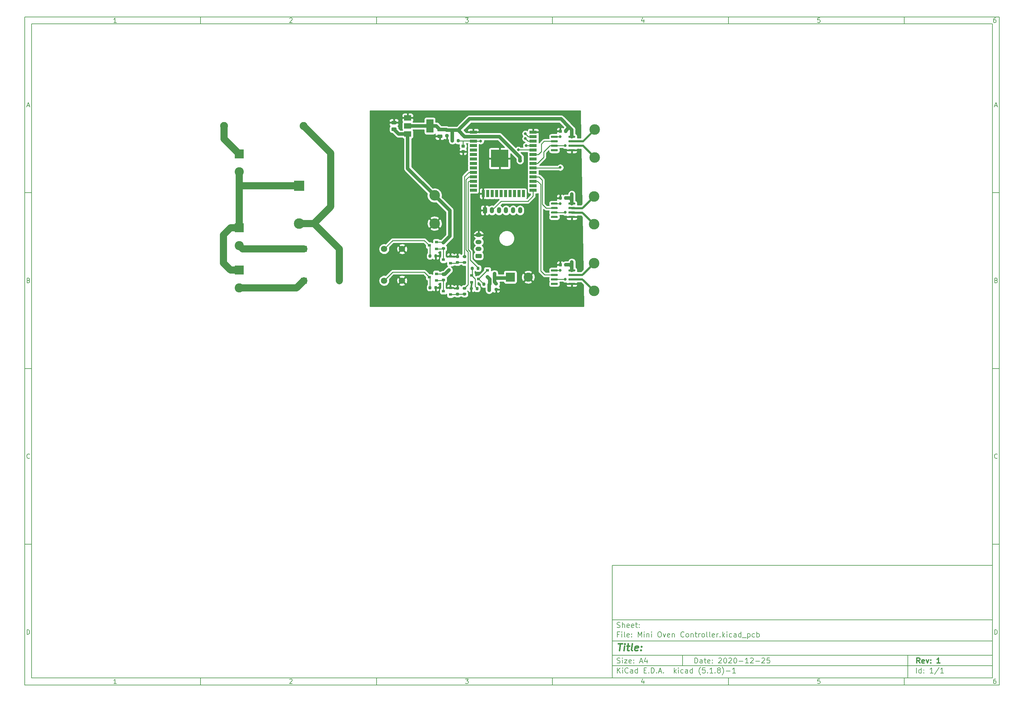
<source format=gbr>
G04 #@! TF.GenerationSoftware,KiCad,Pcbnew,(5.1.8)-1*
G04 #@! TF.CreationDate,2021-02-06T17:47:37+00:00*
G04 #@! TF.ProjectId,Mini Oven Controller,4d696e69-204f-4766-956e-20436f6e7472,1*
G04 #@! TF.SameCoordinates,Original*
G04 #@! TF.FileFunction,Copper,L1,Top*
G04 #@! TF.FilePolarity,Positive*
%FSLAX46Y46*%
G04 Gerber Fmt 4.6, Leading zero omitted, Abs format (unit mm)*
G04 Created by KiCad (PCBNEW (5.1.8)-1) date 2021-02-06 17:47:37*
%MOMM*%
%LPD*%
G01*
G04 APERTURE LIST*
%ADD10C,0.100000*%
%ADD11C,0.150000*%
%ADD12C,0.300000*%
%ADD13C,0.400000*%
G04 #@! TA.AperFunction,ComponentPad*
%ADD14C,2.250000*%
G04 #@! TD*
G04 #@! TA.AperFunction,ComponentPad*
%ADD15R,1.800000X1.800000*%
G04 #@! TD*
G04 #@! TA.AperFunction,ComponentPad*
%ADD16C,1.800000*%
G04 #@! TD*
G04 #@! TA.AperFunction,ComponentPad*
%ADD17C,3.000000*%
G04 #@! TD*
G04 #@! TA.AperFunction,ComponentPad*
%ADD18R,2.600000X2.600000*%
G04 #@! TD*
G04 #@! TA.AperFunction,ComponentPad*
%ADD19C,2.600000*%
G04 #@! TD*
G04 #@! TA.AperFunction,ComponentPad*
%ADD20R,3.000000X3.000000*%
G04 #@! TD*
G04 #@! TA.AperFunction,SMDPad,CuDef*
%ADD21R,0.900000X0.800000*%
G04 #@! TD*
G04 #@! TA.AperFunction,SMDPad,CuDef*
%ADD22R,2.000000X3.800000*%
G04 #@! TD*
G04 #@! TA.AperFunction,SMDPad,CuDef*
%ADD23R,2.000000X1.500000*%
G04 #@! TD*
G04 #@! TA.AperFunction,SMDPad,CuDef*
%ADD24R,5.000000X5.000000*%
G04 #@! TD*
G04 #@! TA.AperFunction,SMDPad,CuDef*
%ADD25R,2.000000X0.900000*%
G04 #@! TD*
G04 #@! TA.AperFunction,SMDPad,CuDef*
%ADD26R,0.900000X2.000000*%
G04 #@! TD*
G04 #@! TA.AperFunction,ComponentPad*
%ADD27O,1.200000X1.750000*%
G04 #@! TD*
G04 #@! TA.AperFunction,ComponentPad*
%ADD28O,1.750000X1.200000*%
G04 #@! TD*
G04 #@! TA.AperFunction,ViaPad*
%ADD29C,0.800000*%
G04 #@! TD*
G04 #@! TA.AperFunction,Conductor*
%ADD30C,0.250000*%
G04 #@! TD*
G04 #@! TA.AperFunction,Conductor*
%ADD31C,1.000000*%
G04 #@! TD*
G04 #@! TA.AperFunction,Conductor*
%ADD32C,2.000000*%
G04 #@! TD*
G04 #@! TA.AperFunction,Conductor*
%ADD33C,0.600000*%
G04 #@! TD*
G04 #@! TA.AperFunction,Conductor*
%ADD34C,0.254000*%
G04 #@! TD*
G04 #@! TA.AperFunction,Conductor*
%ADD35C,0.100000*%
G04 #@! TD*
G04 APERTURE END LIST*
D10*
D11*
X177002200Y-166007200D02*
X177002200Y-198007200D01*
X285002200Y-198007200D01*
X285002200Y-166007200D01*
X177002200Y-166007200D01*
D10*
D11*
X10000000Y-10000000D02*
X10000000Y-200007200D01*
X287002200Y-200007200D01*
X287002200Y-10000000D01*
X10000000Y-10000000D01*
D10*
D11*
X12000000Y-12000000D02*
X12000000Y-198007200D01*
X285002200Y-198007200D01*
X285002200Y-12000000D01*
X12000000Y-12000000D01*
D10*
D11*
X60000000Y-12000000D02*
X60000000Y-10000000D01*
D10*
D11*
X110000000Y-12000000D02*
X110000000Y-10000000D01*
D10*
D11*
X160000000Y-12000000D02*
X160000000Y-10000000D01*
D10*
D11*
X210000000Y-12000000D02*
X210000000Y-10000000D01*
D10*
D11*
X260000000Y-12000000D02*
X260000000Y-10000000D01*
D10*
D11*
X36065476Y-11588095D02*
X35322619Y-11588095D01*
X35694047Y-11588095D02*
X35694047Y-10288095D01*
X35570238Y-10473809D01*
X35446428Y-10597619D01*
X35322619Y-10659523D01*
D10*
D11*
X85322619Y-10411904D02*
X85384523Y-10350000D01*
X85508333Y-10288095D01*
X85817857Y-10288095D01*
X85941666Y-10350000D01*
X86003571Y-10411904D01*
X86065476Y-10535714D01*
X86065476Y-10659523D01*
X86003571Y-10845238D01*
X85260714Y-11588095D01*
X86065476Y-11588095D01*
D10*
D11*
X135260714Y-10288095D02*
X136065476Y-10288095D01*
X135632142Y-10783333D01*
X135817857Y-10783333D01*
X135941666Y-10845238D01*
X136003571Y-10907142D01*
X136065476Y-11030952D01*
X136065476Y-11340476D01*
X136003571Y-11464285D01*
X135941666Y-11526190D01*
X135817857Y-11588095D01*
X135446428Y-11588095D01*
X135322619Y-11526190D01*
X135260714Y-11464285D01*
D10*
D11*
X185941666Y-10721428D02*
X185941666Y-11588095D01*
X185632142Y-10226190D02*
X185322619Y-11154761D01*
X186127380Y-11154761D01*
D10*
D11*
X236003571Y-10288095D02*
X235384523Y-10288095D01*
X235322619Y-10907142D01*
X235384523Y-10845238D01*
X235508333Y-10783333D01*
X235817857Y-10783333D01*
X235941666Y-10845238D01*
X236003571Y-10907142D01*
X236065476Y-11030952D01*
X236065476Y-11340476D01*
X236003571Y-11464285D01*
X235941666Y-11526190D01*
X235817857Y-11588095D01*
X235508333Y-11588095D01*
X235384523Y-11526190D01*
X235322619Y-11464285D01*
D10*
D11*
X285941666Y-10288095D02*
X285694047Y-10288095D01*
X285570238Y-10350000D01*
X285508333Y-10411904D01*
X285384523Y-10597619D01*
X285322619Y-10845238D01*
X285322619Y-11340476D01*
X285384523Y-11464285D01*
X285446428Y-11526190D01*
X285570238Y-11588095D01*
X285817857Y-11588095D01*
X285941666Y-11526190D01*
X286003571Y-11464285D01*
X286065476Y-11340476D01*
X286065476Y-11030952D01*
X286003571Y-10907142D01*
X285941666Y-10845238D01*
X285817857Y-10783333D01*
X285570238Y-10783333D01*
X285446428Y-10845238D01*
X285384523Y-10907142D01*
X285322619Y-11030952D01*
D10*
D11*
X60000000Y-198007200D02*
X60000000Y-200007200D01*
D10*
D11*
X110000000Y-198007200D02*
X110000000Y-200007200D01*
D10*
D11*
X160000000Y-198007200D02*
X160000000Y-200007200D01*
D10*
D11*
X210000000Y-198007200D02*
X210000000Y-200007200D01*
D10*
D11*
X260000000Y-198007200D02*
X260000000Y-200007200D01*
D10*
D11*
X36065476Y-199595295D02*
X35322619Y-199595295D01*
X35694047Y-199595295D02*
X35694047Y-198295295D01*
X35570238Y-198481009D01*
X35446428Y-198604819D01*
X35322619Y-198666723D01*
D10*
D11*
X85322619Y-198419104D02*
X85384523Y-198357200D01*
X85508333Y-198295295D01*
X85817857Y-198295295D01*
X85941666Y-198357200D01*
X86003571Y-198419104D01*
X86065476Y-198542914D01*
X86065476Y-198666723D01*
X86003571Y-198852438D01*
X85260714Y-199595295D01*
X86065476Y-199595295D01*
D10*
D11*
X135260714Y-198295295D02*
X136065476Y-198295295D01*
X135632142Y-198790533D01*
X135817857Y-198790533D01*
X135941666Y-198852438D01*
X136003571Y-198914342D01*
X136065476Y-199038152D01*
X136065476Y-199347676D01*
X136003571Y-199471485D01*
X135941666Y-199533390D01*
X135817857Y-199595295D01*
X135446428Y-199595295D01*
X135322619Y-199533390D01*
X135260714Y-199471485D01*
D10*
D11*
X185941666Y-198728628D02*
X185941666Y-199595295D01*
X185632142Y-198233390D02*
X185322619Y-199161961D01*
X186127380Y-199161961D01*
D10*
D11*
X236003571Y-198295295D02*
X235384523Y-198295295D01*
X235322619Y-198914342D01*
X235384523Y-198852438D01*
X235508333Y-198790533D01*
X235817857Y-198790533D01*
X235941666Y-198852438D01*
X236003571Y-198914342D01*
X236065476Y-199038152D01*
X236065476Y-199347676D01*
X236003571Y-199471485D01*
X235941666Y-199533390D01*
X235817857Y-199595295D01*
X235508333Y-199595295D01*
X235384523Y-199533390D01*
X235322619Y-199471485D01*
D10*
D11*
X285941666Y-198295295D02*
X285694047Y-198295295D01*
X285570238Y-198357200D01*
X285508333Y-198419104D01*
X285384523Y-198604819D01*
X285322619Y-198852438D01*
X285322619Y-199347676D01*
X285384523Y-199471485D01*
X285446428Y-199533390D01*
X285570238Y-199595295D01*
X285817857Y-199595295D01*
X285941666Y-199533390D01*
X286003571Y-199471485D01*
X286065476Y-199347676D01*
X286065476Y-199038152D01*
X286003571Y-198914342D01*
X285941666Y-198852438D01*
X285817857Y-198790533D01*
X285570238Y-198790533D01*
X285446428Y-198852438D01*
X285384523Y-198914342D01*
X285322619Y-199038152D01*
D10*
D11*
X10000000Y-60000000D02*
X12000000Y-60000000D01*
D10*
D11*
X10000000Y-110000000D02*
X12000000Y-110000000D01*
D10*
D11*
X10000000Y-160000000D02*
X12000000Y-160000000D01*
D10*
D11*
X10690476Y-35216666D02*
X11309523Y-35216666D01*
X10566666Y-35588095D02*
X11000000Y-34288095D01*
X11433333Y-35588095D01*
D10*
D11*
X11092857Y-84907142D02*
X11278571Y-84969047D01*
X11340476Y-85030952D01*
X11402380Y-85154761D01*
X11402380Y-85340476D01*
X11340476Y-85464285D01*
X11278571Y-85526190D01*
X11154761Y-85588095D01*
X10659523Y-85588095D01*
X10659523Y-84288095D01*
X11092857Y-84288095D01*
X11216666Y-84350000D01*
X11278571Y-84411904D01*
X11340476Y-84535714D01*
X11340476Y-84659523D01*
X11278571Y-84783333D01*
X11216666Y-84845238D01*
X11092857Y-84907142D01*
X10659523Y-84907142D01*
D10*
D11*
X11402380Y-135464285D02*
X11340476Y-135526190D01*
X11154761Y-135588095D01*
X11030952Y-135588095D01*
X10845238Y-135526190D01*
X10721428Y-135402380D01*
X10659523Y-135278571D01*
X10597619Y-135030952D01*
X10597619Y-134845238D01*
X10659523Y-134597619D01*
X10721428Y-134473809D01*
X10845238Y-134350000D01*
X11030952Y-134288095D01*
X11154761Y-134288095D01*
X11340476Y-134350000D01*
X11402380Y-134411904D01*
D10*
D11*
X10659523Y-185588095D02*
X10659523Y-184288095D01*
X10969047Y-184288095D01*
X11154761Y-184350000D01*
X11278571Y-184473809D01*
X11340476Y-184597619D01*
X11402380Y-184845238D01*
X11402380Y-185030952D01*
X11340476Y-185278571D01*
X11278571Y-185402380D01*
X11154761Y-185526190D01*
X10969047Y-185588095D01*
X10659523Y-185588095D01*
D10*
D11*
X287002200Y-60000000D02*
X285002200Y-60000000D01*
D10*
D11*
X287002200Y-110000000D02*
X285002200Y-110000000D01*
D10*
D11*
X287002200Y-160000000D02*
X285002200Y-160000000D01*
D10*
D11*
X285692676Y-35216666D02*
X286311723Y-35216666D01*
X285568866Y-35588095D02*
X286002200Y-34288095D01*
X286435533Y-35588095D01*
D10*
D11*
X286095057Y-84907142D02*
X286280771Y-84969047D01*
X286342676Y-85030952D01*
X286404580Y-85154761D01*
X286404580Y-85340476D01*
X286342676Y-85464285D01*
X286280771Y-85526190D01*
X286156961Y-85588095D01*
X285661723Y-85588095D01*
X285661723Y-84288095D01*
X286095057Y-84288095D01*
X286218866Y-84350000D01*
X286280771Y-84411904D01*
X286342676Y-84535714D01*
X286342676Y-84659523D01*
X286280771Y-84783333D01*
X286218866Y-84845238D01*
X286095057Y-84907142D01*
X285661723Y-84907142D01*
D10*
D11*
X286404580Y-135464285D02*
X286342676Y-135526190D01*
X286156961Y-135588095D01*
X286033152Y-135588095D01*
X285847438Y-135526190D01*
X285723628Y-135402380D01*
X285661723Y-135278571D01*
X285599819Y-135030952D01*
X285599819Y-134845238D01*
X285661723Y-134597619D01*
X285723628Y-134473809D01*
X285847438Y-134350000D01*
X286033152Y-134288095D01*
X286156961Y-134288095D01*
X286342676Y-134350000D01*
X286404580Y-134411904D01*
D10*
D11*
X285661723Y-185588095D02*
X285661723Y-184288095D01*
X285971247Y-184288095D01*
X286156961Y-184350000D01*
X286280771Y-184473809D01*
X286342676Y-184597619D01*
X286404580Y-184845238D01*
X286404580Y-185030952D01*
X286342676Y-185278571D01*
X286280771Y-185402380D01*
X286156961Y-185526190D01*
X285971247Y-185588095D01*
X285661723Y-185588095D01*
D10*
D11*
X200434342Y-193785771D02*
X200434342Y-192285771D01*
X200791485Y-192285771D01*
X201005771Y-192357200D01*
X201148628Y-192500057D01*
X201220057Y-192642914D01*
X201291485Y-192928628D01*
X201291485Y-193142914D01*
X201220057Y-193428628D01*
X201148628Y-193571485D01*
X201005771Y-193714342D01*
X200791485Y-193785771D01*
X200434342Y-193785771D01*
X202577200Y-193785771D02*
X202577200Y-193000057D01*
X202505771Y-192857200D01*
X202362914Y-192785771D01*
X202077200Y-192785771D01*
X201934342Y-192857200D01*
X202577200Y-193714342D02*
X202434342Y-193785771D01*
X202077200Y-193785771D01*
X201934342Y-193714342D01*
X201862914Y-193571485D01*
X201862914Y-193428628D01*
X201934342Y-193285771D01*
X202077200Y-193214342D01*
X202434342Y-193214342D01*
X202577200Y-193142914D01*
X203077200Y-192785771D02*
X203648628Y-192785771D01*
X203291485Y-192285771D02*
X203291485Y-193571485D01*
X203362914Y-193714342D01*
X203505771Y-193785771D01*
X203648628Y-193785771D01*
X204720057Y-193714342D02*
X204577200Y-193785771D01*
X204291485Y-193785771D01*
X204148628Y-193714342D01*
X204077200Y-193571485D01*
X204077200Y-193000057D01*
X204148628Y-192857200D01*
X204291485Y-192785771D01*
X204577200Y-192785771D01*
X204720057Y-192857200D01*
X204791485Y-193000057D01*
X204791485Y-193142914D01*
X204077200Y-193285771D01*
X205434342Y-193642914D02*
X205505771Y-193714342D01*
X205434342Y-193785771D01*
X205362914Y-193714342D01*
X205434342Y-193642914D01*
X205434342Y-193785771D01*
X205434342Y-192857200D02*
X205505771Y-192928628D01*
X205434342Y-193000057D01*
X205362914Y-192928628D01*
X205434342Y-192857200D01*
X205434342Y-193000057D01*
X207220057Y-192428628D02*
X207291485Y-192357200D01*
X207434342Y-192285771D01*
X207791485Y-192285771D01*
X207934342Y-192357200D01*
X208005771Y-192428628D01*
X208077200Y-192571485D01*
X208077200Y-192714342D01*
X208005771Y-192928628D01*
X207148628Y-193785771D01*
X208077200Y-193785771D01*
X209005771Y-192285771D02*
X209148628Y-192285771D01*
X209291485Y-192357200D01*
X209362914Y-192428628D01*
X209434342Y-192571485D01*
X209505771Y-192857200D01*
X209505771Y-193214342D01*
X209434342Y-193500057D01*
X209362914Y-193642914D01*
X209291485Y-193714342D01*
X209148628Y-193785771D01*
X209005771Y-193785771D01*
X208862914Y-193714342D01*
X208791485Y-193642914D01*
X208720057Y-193500057D01*
X208648628Y-193214342D01*
X208648628Y-192857200D01*
X208720057Y-192571485D01*
X208791485Y-192428628D01*
X208862914Y-192357200D01*
X209005771Y-192285771D01*
X210077200Y-192428628D02*
X210148628Y-192357200D01*
X210291485Y-192285771D01*
X210648628Y-192285771D01*
X210791485Y-192357200D01*
X210862914Y-192428628D01*
X210934342Y-192571485D01*
X210934342Y-192714342D01*
X210862914Y-192928628D01*
X210005771Y-193785771D01*
X210934342Y-193785771D01*
X211862914Y-192285771D02*
X212005771Y-192285771D01*
X212148628Y-192357200D01*
X212220057Y-192428628D01*
X212291485Y-192571485D01*
X212362914Y-192857200D01*
X212362914Y-193214342D01*
X212291485Y-193500057D01*
X212220057Y-193642914D01*
X212148628Y-193714342D01*
X212005771Y-193785771D01*
X211862914Y-193785771D01*
X211720057Y-193714342D01*
X211648628Y-193642914D01*
X211577200Y-193500057D01*
X211505771Y-193214342D01*
X211505771Y-192857200D01*
X211577200Y-192571485D01*
X211648628Y-192428628D01*
X211720057Y-192357200D01*
X211862914Y-192285771D01*
X213005771Y-193214342D02*
X214148628Y-193214342D01*
X215648628Y-193785771D02*
X214791485Y-193785771D01*
X215220057Y-193785771D02*
X215220057Y-192285771D01*
X215077200Y-192500057D01*
X214934342Y-192642914D01*
X214791485Y-192714342D01*
X216220057Y-192428628D02*
X216291485Y-192357200D01*
X216434342Y-192285771D01*
X216791485Y-192285771D01*
X216934342Y-192357200D01*
X217005771Y-192428628D01*
X217077200Y-192571485D01*
X217077200Y-192714342D01*
X217005771Y-192928628D01*
X216148628Y-193785771D01*
X217077200Y-193785771D01*
X217720057Y-193214342D02*
X218862914Y-193214342D01*
X219505771Y-192428628D02*
X219577200Y-192357200D01*
X219720057Y-192285771D01*
X220077200Y-192285771D01*
X220220057Y-192357200D01*
X220291485Y-192428628D01*
X220362914Y-192571485D01*
X220362914Y-192714342D01*
X220291485Y-192928628D01*
X219434342Y-193785771D01*
X220362914Y-193785771D01*
X221720057Y-192285771D02*
X221005771Y-192285771D01*
X220934342Y-193000057D01*
X221005771Y-192928628D01*
X221148628Y-192857200D01*
X221505771Y-192857200D01*
X221648628Y-192928628D01*
X221720057Y-193000057D01*
X221791485Y-193142914D01*
X221791485Y-193500057D01*
X221720057Y-193642914D01*
X221648628Y-193714342D01*
X221505771Y-193785771D01*
X221148628Y-193785771D01*
X221005771Y-193714342D01*
X220934342Y-193642914D01*
D10*
D11*
X177002200Y-194507200D02*
X285002200Y-194507200D01*
D10*
D11*
X178434342Y-196585771D02*
X178434342Y-195085771D01*
X179291485Y-196585771D02*
X178648628Y-195728628D01*
X179291485Y-195085771D02*
X178434342Y-195942914D01*
X179934342Y-196585771D02*
X179934342Y-195585771D01*
X179934342Y-195085771D02*
X179862914Y-195157200D01*
X179934342Y-195228628D01*
X180005771Y-195157200D01*
X179934342Y-195085771D01*
X179934342Y-195228628D01*
X181505771Y-196442914D02*
X181434342Y-196514342D01*
X181220057Y-196585771D01*
X181077200Y-196585771D01*
X180862914Y-196514342D01*
X180720057Y-196371485D01*
X180648628Y-196228628D01*
X180577200Y-195942914D01*
X180577200Y-195728628D01*
X180648628Y-195442914D01*
X180720057Y-195300057D01*
X180862914Y-195157200D01*
X181077200Y-195085771D01*
X181220057Y-195085771D01*
X181434342Y-195157200D01*
X181505771Y-195228628D01*
X182791485Y-196585771D02*
X182791485Y-195800057D01*
X182720057Y-195657200D01*
X182577200Y-195585771D01*
X182291485Y-195585771D01*
X182148628Y-195657200D01*
X182791485Y-196514342D02*
X182648628Y-196585771D01*
X182291485Y-196585771D01*
X182148628Y-196514342D01*
X182077200Y-196371485D01*
X182077200Y-196228628D01*
X182148628Y-196085771D01*
X182291485Y-196014342D01*
X182648628Y-196014342D01*
X182791485Y-195942914D01*
X184148628Y-196585771D02*
X184148628Y-195085771D01*
X184148628Y-196514342D02*
X184005771Y-196585771D01*
X183720057Y-196585771D01*
X183577200Y-196514342D01*
X183505771Y-196442914D01*
X183434342Y-196300057D01*
X183434342Y-195871485D01*
X183505771Y-195728628D01*
X183577200Y-195657200D01*
X183720057Y-195585771D01*
X184005771Y-195585771D01*
X184148628Y-195657200D01*
X186005771Y-195800057D02*
X186505771Y-195800057D01*
X186720057Y-196585771D02*
X186005771Y-196585771D01*
X186005771Y-195085771D01*
X186720057Y-195085771D01*
X187362914Y-196442914D02*
X187434342Y-196514342D01*
X187362914Y-196585771D01*
X187291485Y-196514342D01*
X187362914Y-196442914D01*
X187362914Y-196585771D01*
X188077200Y-196585771D02*
X188077200Y-195085771D01*
X188434342Y-195085771D01*
X188648628Y-195157200D01*
X188791485Y-195300057D01*
X188862914Y-195442914D01*
X188934342Y-195728628D01*
X188934342Y-195942914D01*
X188862914Y-196228628D01*
X188791485Y-196371485D01*
X188648628Y-196514342D01*
X188434342Y-196585771D01*
X188077200Y-196585771D01*
X189577200Y-196442914D02*
X189648628Y-196514342D01*
X189577200Y-196585771D01*
X189505771Y-196514342D01*
X189577200Y-196442914D01*
X189577200Y-196585771D01*
X190220057Y-196157200D02*
X190934342Y-196157200D01*
X190077200Y-196585771D02*
X190577200Y-195085771D01*
X191077200Y-196585771D01*
X191577200Y-196442914D02*
X191648628Y-196514342D01*
X191577200Y-196585771D01*
X191505771Y-196514342D01*
X191577200Y-196442914D01*
X191577200Y-196585771D01*
X194577200Y-196585771D02*
X194577200Y-195085771D01*
X194720057Y-196014342D02*
X195148628Y-196585771D01*
X195148628Y-195585771D02*
X194577200Y-196157200D01*
X195791485Y-196585771D02*
X195791485Y-195585771D01*
X195791485Y-195085771D02*
X195720057Y-195157200D01*
X195791485Y-195228628D01*
X195862914Y-195157200D01*
X195791485Y-195085771D01*
X195791485Y-195228628D01*
X197148628Y-196514342D02*
X197005771Y-196585771D01*
X196720057Y-196585771D01*
X196577200Y-196514342D01*
X196505771Y-196442914D01*
X196434342Y-196300057D01*
X196434342Y-195871485D01*
X196505771Y-195728628D01*
X196577200Y-195657200D01*
X196720057Y-195585771D01*
X197005771Y-195585771D01*
X197148628Y-195657200D01*
X198434342Y-196585771D02*
X198434342Y-195800057D01*
X198362914Y-195657200D01*
X198220057Y-195585771D01*
X197934342Y-195585771D01*
X197791485Y-195657200D01*
X198434342Y-196514342D02*
X198291485Y-196585771D01*
X197934342Y-196585771D01*
X197791485Y-196514342D01*
X197720057Y-196371485D01*
X197720057Y-196228628D01*
X197791485Y-196085771D01*
X197934342Y-196014342D01*
X198291485Y-196014342D01*
X198434342Y-195942914D01*
X199791485Y-196585771D02*
X199791485Y-195085771D01*
X199791485Y-196514342D02*
X199648628Y-196585771D01*
X199362914Y-196585771D01*
X199220057Y-196514342D01*
X199148628Y-196442914D01*
X199077200Y-196300057D01*
X199077200Y-195871485D01*
X199148628Y-195728628D01*
X199220057Y-195657200D01*
X199362914Y-195585771D01*
X199648628Y-195585771D01*
X199791485Y-195657200D01*
X202077200Y-197157200D02*
X202005771Y-197085771D01*
X201862914Y-196871485D01*
X201791485Y-196728628D01*
X201720057Y-196514342D01*
X201648628Y-196157200D01*
X201648628Y-195871485D01*
X201720057Y-195514342D01*
X201791485Y-195300057D01*
X201862914Y-195157200D01*
X202005771Y-194942914D01*
X202077200Y-194871485D01*
X203362914Y-195085771D02*
X202648628Y-195085771D01*
X202577200Y-195800057D01*
X202648628Y-195728628D01*
X202791485Y-195657200D01*
X203148628Y-195657200D01*
X203291485Y-195728628D01*
X203362914Y-195800057D01*
X203434342Y-195942914D01*
X203434342Y-196300057D01*
X203362914Y-196442914D01*
X203291485Y-196514342D01*
X203148628Y-196585771D01*
X202791485Y-196585771D01*
X202648628Y-196514342D01*
X202577200Y-196442914D01*
X204077200Y-196442914D02*
X204148628Y-196514342D01*
X204077200Y-196585771D01*
X204005771Y-196514342D01*
X204077200Y-196442914D01*
X204077200Y-196585771D01*
X205577200Y-196585771D02*
X204720057Y-196585771D01*
X205148628Y-196585771D02*
X205148628Y-195085771D01*
X205005771Y-195300057D01*
X204862914Y-195442914D01*
X204720057Y-195514342D01*
X206220057Y-196442914D02*
X206291485Y-196514342D01*
X206220057Y-196585771D01*
X206148628Y-196514342D01*
X206220057Y-196442914D01*
X206220057Y-196585771D01*
X207148628Y-195728628D02*
X207005771Y-195657200D01*
X206934342Y-195585771D01*
X206862914Y-195442914D01*
X206862914Y-195371485D01*
X206934342Y-195228628D01*
X207005771Y-195157200D01*
X207148628Y-195085771D01*
X207434342Y-195085771D01*
X207577200Y-195157200D01*
X207648628Y-195228628D01*
X207720057Y-195371485D01*
X207720057Y-195442914D01*
X207648628Y-195585771D01*
X207577200Y-195657200D01*
X207434342Y-195728628D01*
X207148628Y-195728628D01*
X207005771Y-195800057D01*
X206934342Y-195871485D01*
X206862914Y-196014342D01*
X206862914Y-196300057D01*
X206934342Y-196442914D01*
X207005771Y-196514342D01*
X207148628Y-196585771D01*
X207434342Y-196585771D01*
X207577200Y-196514342D01*
X207648628Y-196442914D01*
X207720057Y-196300057D01*
X207720057Y-196014342D01*
X207648628Y-195871485D01*
X207577200Y-195800057D01*
X207434342Y-195728628D01*
X208220057Y-197157200D02*
X208291485Y-197085771D01*
X208434342Y-196871485D01*
X208505771Y-196728628D01*
X208577200Y-196514342D01*
X208648628Y-196157200D01*
X208648628Y-195871485D01*
X208577200Y-195514342D01*
X208505771Y-195300057D01*
X208434342Y-195157200D01*
X208291485Y-194942914D01*
X208220057Y-194871485D01*
X209362914Y-196014342D02*
X210505771Y-196014342D01*
X212005771Y-196585771D02*
X211148628Y-196585771D01*
X211577200Y-196585771D02*
X211577200Y-195085771D01*
X211434342Y-195300057D01*
X211291485Y-195442914D01*
X211148628Y-195514342D01*
D10*
D11*
X177002200Y-191507200D02*
X285002200Y-191507200D01*
D10*
D12*
X264411485Y-193785771D02*
X263911485Y-193071485D01*
X263554342Y-193785771D02*
X263554342Y-192285771D01*
X264125771Y-192285771D01*
X264268628Y-192357200D01*
X264340057Y-192428628D01*
X264411485Y-192571485D01*
X264411485Y-192785771D01*
X264340057Y-192928628D01*
X264268628Y-193000057D01*
X264125771Y-193071485D01*
X263554342Y-193071485D01*
X265625771Y-193714342D02*
X265482914Y-193785771D01*
X265197200Y-193785771D01*
X265054342Y-193714342D01*
X264982914Y-193571485D01*
X264982914Y-193000057D01*
X265054342Y-192857200D01*
X265197200Y-192785771D01*
X265482914Y-192785771D01*
X265625771Y-192857200D01*
X265697200Y-193000057D01*
X265697200Y-193142914D01*
X264982914Y-193285771D01*
X266197200Y-192785771D02*
X266554342Y-193785771D01*
X266911485Y-192785771D01*
X267482914Y-193642914D02*
X267554342Y-193714342D01*
X267482914Y-193785771D01*
X267411485Y-193714342D01*
X267482914Y-193642914D01*
X267482914Y-193785771D01*
X267482914Y-192857200D02*
X267554342Y-192928628D01*
X267482914Y-193000057D01*
X267411485Y-192928628D01*
X267482914Y-192857200D01*
X267482914Y-193000057D01*
X270125771Y-193785771D02*
X269268628Y-193785771D01*
X269697200Y-193785771D02*
X269697200Y-192285771D01*
X269554342Y-192500057D01*
X269411485Y-192642914D01*
X269268628Y-192714342D01*
D10*
D11*
X178362914Y-193714342D02*
X178577200Y-193785771D01*
X178934342Y-193785771D01*
X179077200Y-193714342D01*
X179148628Y-193642914D01*
X179220057Y-193500057D01*
X179220057Y-193357200D01*
X179148628Y-193214342D01*
X179077200Y-193142914D01*
X178934342Y-193071485D01*
X178648628Y-193000057D01*
X178505771Y-192928628D01*
X178434342Y-192857200D01*
X178362914Y-192714342D01*
X178362914Y-192571485D01*
X178434342Y-192428628D01*
X178505771Y-192357200D01*
X178648628Y-192285771D01*
X179005771Y-192285771D01*
X179220057Y-192357200D01*
X179862914Y-193785771D02*
X179862914Y-192785771D01*
X179862914Y-192285771D02*
X179791485Y-192357200D01*
X179862914Y-192428628D01*
X179934342Y-192357200D01*
X179862914Y-192285771D01*
X179862914Y-192428628D01*
X180434342Y-192785771D02*
X181220057Y-192785771D01*
X180434342Y-193785771D01*
X181220057Y-193785771D01*
X182362914Y-193714342D02*
X182220057Y-193785771D01*
X181934342Y-193785771D01*
X181791485Y-193714342D01*
X181720057Y-193571485D01*
X181720057Y-193000057D01*
X181791485Y-192857200D01*
X181934342Y-192785771D01*
X182220057Y-192785771D01*
X182362914Y-192857200D01*
X182434342Y-193000057D01*
X182434342Y-193142914D01*
X181720057Y-193285771D01*
X183077200Y-193642914D02*
X183148628Y-193714342D01*
X183077200Y-193785771D01*
X183005771Y-193714342D01*
X183077200Y-193642914D01*
X183077200Y-193785771D01*
X183077200Y-192857200D02*
X183148628Y-192928628D01*
X183077200Y-193000057D01*
X183005771Y-192928628D01*
X183077200Y-192857200D01*
X183077200Y-193000057D01*
X184862914Y-193357200D02*
X185577200Y-193357200D01*
X184720057Y-193785771D02*
X185220057Y-192285771D01*
X185720057Y-193785771D01*
X186862914Y-192785771D02*
X186862914Y-193785771D01*
X186505771Y-192214342D02*
X186148628Y-193285771D01*
X187077200Y-193285771D01*
D10*
D11*
X263434342Y-196585771D02*
X263434342Y-195085771D01*
X264791485Y-196585771D02*
X264791485Y-195085771D01*
X264791485Y-196514342D02*
X264648628Y-196585771D01*
X264362914Y-196585771D01*
X264220057Y-196514342D01*
X264148628Y-196442914D01*
X264077200Y-196300057D01*
X264077200Y-195871485D01*
X264148628Y-195728628D01*
X264220057Y-195657200D01*
X264362914Y-195585771D01*
X264648628Y-195585771D01*
X264791485Y-195657200D01*
X265505771Y-196442914D02*
X265577200Y-196514342D01*
X265505771Y-196585771D01*
X265434342Y-196514342D01*
X265505771Y-196442914D01*
X265505771Y-196585771D01*
X265505771Y-195657200D02*
X265577200Y-195728628D01*
X265505771Y-195800057D01*
X265434342Y-195728628D01*
X265505771Y-195657200D01*
X265505771Y-195800057D01*
X268148628Y-196585771D02*
X267291485Y-196585771D01*
X267720057Y-196585771D02*
X267720057Y-195085771D01*
X267577200Y-195300057D01*
X267434342Y-195442914D01*
X267291485Y-195514342D01*
X269862914Y-195014342D02*
X268577200Y-196942914D01*
X271148628Y-196585771D02*
X270291485Y-196585771D01*
X270720057Y-196585771D02*
X270720057Y-195085771D01*
X270577200Y-195300057D01*
X270434342Y-195442914D01*
X270291485Y-195514342D01*
D10*
D11*
X177002200Y-187507200D02*
X285002200Y-187507200D01*
D10*
D13*
X178714580Y-188211961D02*
X179857438Y-188211961D01*
X179036009Y-190211961D02*
X179286009Y-188211961D01*
X180274104Y-190211961D02*
X180440771Y-188878628D01*
X180524104Y-188211961D02*
X180416961Y-188307200D01*
X180500295Y-188402438D01*
X180607438Y-188307200D01*
X180524104Y-188211961D01*
X180500295Y-188402438D01*
X181107438Y-188878628D02*
X181869342Y-188878628D01*
X181476485Y-188211961D02*
X181262200Y-189926247D01*
X181333628Y-190116723D01*
X181512200Y-190211961D01*
X181702676Y-190211961D01*
X182655057Y-190211961D02*
X182476485Y-190116723D01*
X182405057Y-189926247D01*
X182619342Y-188211961D01*
X184190771Y-190116723D02*
X183988390Y-190211961D01*
X183607438Y-190211961D01*
X183428866Y-190116723D01*
X183357438Y-189926247D01*
X183452676Y-189164342D01*
X183571723Y-188973866D01*
X183774104Y-188878628D01*
X184155057Y-188878628D01*
X184333628Y-188973866D01*
X184405057Y-189164342D01*
X184381247Y-189354819D01*
X183405057Y-189545295D01*
X185155057Y-190021485D02*
X185238390Y-190116723D01*
X185131247Y-190211961D01*
X185047914Y-190116723D01*
X185155057Y-190021485D01*
X185131247Y-190211961D01*
X185286009Y-188973866D02*
X185369342Y-189069104D01*
X185262200Y-189164342D01*
X185178866Y-189069104D01*
X185286009Y-188973866D01*
X185262200Y-189164342D01*
D10*
D11*
X178934342Y-185600057D02*
X178434342Y-185600057D01*
X178434342Y-186385771D02*
X178434342Y-184885771D01*
X179148628Y-184885771D01*
X179720057Y-186385771D02*
X179720057Y-185385771D01*
X179720057Y-184885771D02*
X179648628Y-184957200D01*
X179720057Y-185028628D01*
X179791485Y-184957200D01*
X179720057Y-184885771D01*
X179720057Y-185028628D01*
X180648628Y-186385771D02*
X180505771Y-186314342D01*
X180434342Y-186171485D01*
X180434342Y-184885771D01*
X181791485Y-186314342D02*
X181648628Y-186385771D01*
X181362914Y-186385771D01*
X181220057Y-186314342D01*
X181148628Y-186171485D01*
X181148628Y-185600057D01*
X181220057Y-185457200D01*
X181362914Y-185385771D01*
X181648628Y-185385771D01*
X181791485Y-185457200D01*
X181862914Y-185600057D01*
X181862914Y-185742914D01*
X181148628Y-185885771D01*
X182505771Y-186242914D02*
X182577200Y-186314342D01*
X182505771Y-186385771D01*
X182434342Y-186314342D01*
X182505771Y-186242914D01*
X182505771Y-186385771D01*
X182505771Y-185457200D02*
X182577200Y-185528628D01*
X182505771Y-185600057D01*
X182434342Y-185528628D01*
X182505771Y-185457200D01*
X182505771Y-185600057D01*
X184362914Y-186385771D02*
X184362914Y-184885771D01*
X184862914Y-185957200D01*
X185362914Y-184885771D01*
X185362914Y-186385771D01*
X186077200Y-186385771D02*
X186077200Y-185385771D01*
X186077200Y-184885771D02*
X186005771Y-184957200D01*
X186077200Y-185028628D01*
X186148628Y-184957200D01*
X186077200Y-184885771D01*
X186077200Y-185028628D01*
X186791485Y-185385771D02*
X186791485Y-186385771D01*
X186791485Y-185528628D02*
X186862914Y-185457200D01*
X187005771Y-185385771D01*
X187220057Y-185385771D01*
X187362914Y-185457200D01*
X187434342Y-185600057D01*
X187434342Y-186385771D01*
X188148628Y-186385771D02*
X188148628Y-185385771D01*
X188148628Y-184885771D02*
X188077200Y-184957200D01*
X188148628Y-185028628D01*
X188220057Y-184957200D01*
X188148628Y-184885771D01*
X188148628Y-185028628D01*
X190291485Y-184885771D02*
X190577200Y-184885771D01*
X190720057Y-184957200D01*
X190862914Y-185100057D01*
X190934342Y-185385771D01*
X190934342Y-185885771D01*
X190862914Y-186171485D01*
X190720057Y-186314342D01*
X190577200Y-186385771D01*
X190291485Y-186385771D01*
X190148628Y-186314342D01*
X190005771Y-186171485D01*
X189934342Y-185885771D01*
X189934342Y-185385771D01*
X190005771Y-185100057D01*
X190148628Y-184957200D01*
X190291485Y-184885771D01*
X191434342Y-185385771D02*
X191791485Y-186385771D01*
X192148628Y-185385771D01*
X193291485Y-186314342D02*
X193148628Y-186385771D01*
X192862914Y-186385771D01*
X192720057Y-186314342D01*
X192648628Y-186171485D01*
X192648628Y-185600057D01*
X192720057Y-185457200D01*
X192862914Y-185385771D01*
X193148628Y-185385771D01*
X193291485Y-185457200D01*
X193362914Y-185600057D01*
X193362914Y-185742914D01*
X192648628Y-185885771D01*
X194005771Y-185385771D02*
X194005771Y-186385771D01*
X194005771Y-185528628D02*
X194077200Y-185457200D01*
X194220057Y-185385771D01*
X194434342Y-185385771D01*
X194577200Y-185457200D01*
X194648628Y-185600057D01*
X194648628Y-186385771D01*
X197362914Y-186242914D02*
X197291485Y-186314342D01*
X197077200Y-186385771D01*
X196934342Y-186385771D01*
X196720057Y-186314342D01*
X196577200Y-186171485D01*
X196505771Y-186028628D01*
X196434342Y-185742914D01*
X196434342Y-185528628D01*
X196505771Y-185242914D01*
X196577200Y-185100057D01*
X196720057Y-184957200D01*
X196934342Y-184885771D01*
X197077200Y-184885771D01*
X197291485Y-184957200D01*
X197362914Y-185028628D01*
X198220057Y-186385771D02*
X198077200Y-186314342D01*
X198005771Y-186242914D01*
X197934342Y-186100057D01*
X197934342Y-185671485D01*
X198005771Y-185528628D01*
X198077200Y-185457200D01*
X198220057Y-185385771D01*
X198434342Y-185385771D01*
X198577200Y-185457200D01*
X198648628Y-185528628D01*
X198720057Y-185671485D01*
X198720057Y-186100057D01*
X198648628Y-186242914D01*
X198577200Y-186314342D01*
X198434342Y-186385771D01*
X198220057Y-186385771D01*
X199362914Y-185385771D02*
X199362914Y-186385771D01*
X199362914Y-185528628D02*
X199434342Y-185457200D01*
X199577200Y-185385771D01*
X199791485Y-185385771D01*
X199934342Y-185457200D01*
X200005771Y-185600057D01*
X200005771Y-186385771D01*
X200505771Y-185385771D02*
X201077200Y-185385771D01*
X200720057Y-184885771D02*
X200720057Y-186171485D01*
X200791485Y-186314342D01*
X200934342Y-186385771D01*
X201077200Y-186385771D01*
X201577200Y-186385771D02*
X201577200Y-185385771D01*
X201577200Y-185671485D02*
X201648628Y-185528628D01*
X201720057Y-185457200D01*
X201862914Y-185385771D01*
X202005771Y-185385771D01*
X202720057Y-186385771D02*
X202577200Y-186314342D01*
X202505771Y-186242914D01*
X202434342Y-186100057D01*
X202434342Y-185671485D01*
X202505771Y-185528628D01*
X202577200Y-185457200D01*
X202720057Y-185385771D01*
X202934342Y-185385771D01*
X203077200Y-185457200D01*
X203148628Y-185528628D01*
X203220057Y-185671485D01*
X203220057Y-186100057D01*
X203148628Y-186242914D01*
X203077200Y-186314342D01*
X202934342Y-186385771D01*
X202720057Y-186385771D01*
X204077200Y-186385771D02*
X203934342Y-186314342D01*
X203862914Y-186171485D01*
X203862914Y-184885771D01*
X204862914Y-186385771D02*
X204720057Y-186314342D01*
X204648628Y-186171485D01*
X204648628Y-184885771D01*
X206005771Y-186314342D02*
X205862914Y-186385771D01*
X205577200Y-186385771D01*
X205434342Y-186314342D01*
X205362914Y-186171485D01*
X205362914Y-185600057D01*
X205434342Y-185457200D01*
X205577200Y-185385771D01*
X205862914Y-185385771D01*
X206005771Y-185457200D01*
X206077200Y-185600057D01*
X206077200Y-185742914D01*
X205362914Y-185885771D01*
X206720057Y-186385771D02*
X206720057Y-185385771D01*
X206720057Y-185671485D02*
X206791485Y-185528628D01*
X206862914Y-185457200D01*
X207005771Y-185385771D01*
X207148628Y-185385771D01*
X207648628Y-186242914D02*
X207720057Y-186314342D01*
X207648628Y-186385771D01*
X207577200Y-186314342D01*
X207648628Y-186242914D01*
X207648628Y-186385771D01*
X208362914Y-186385771D02*
X208362914Y-184885771D01*
X208505771Y-185814342D02*
X208934342Y-186385771D01*
X208934342Y-185385771D02*
X208362914Y-185957200D01*
X209577200Y-186385771D02*
X209577200Y-185385771D01*
X209577200Y-184885771D02*
X209505771Y-184957200D01*
X209577200Y-185028628D01*
X209648628Y-184957200D01*
X209577200Y-184885771D01*
X209577200Y-185028628D01*
X210934342Y-186314342D02*
X210791485Y-186385771D01*
X210505771Y-186385771D01*
X210362914Y-186314342D01*
X210291485Y-186242914D01*
X210220057Y-186100057D01*
X210220057Y-185671485D01*
X210291485Y-185528628D01*
X210362914Y-185457200D01*
X210505771Y-185385771D01*
X210791485Y-185385771D01*
X210934342Y-185457200D01*
X212220057Y-186385771D02*
X212220057Y-185600057D01*
X212148628Y-185457200D01*
X212005771Y-185385771D01*
X211720057Y-185385771D01*
X211577200Y-185457200D01*
X212220057Y-186314342D02*
X212077200Y-186385771D01*
X211720057Y-186385771D01*
X211577200Y-186314342D01*
X211505771Y-186171485D01*
X211505771Y-186028628D01*
X211577200Y-185885771D01*
X211720057Y-185814342D01*
X212077200Y-185814342D01*
X212220057Y-185742914D01*
X213577200Y-186385771D02*
X213577200Y-184885771D01*
X213577200Y-186314342D02*
X213434342Y-186385771D01*
X213148628Y-186385771D01*
X213005771Y-186314342D01*
X212934342Y-186242914D01*
X212862914Y-186100057D01*
X212862914Y-185671485D01*
X212934342Y-185528628D01*
X213005771Y-185457200D01*
X213148628Y-185385771D01*
X213434342Y-185385771D01*
X213577200Y-185457200D01*
X213934342Y-186528628D02*
X215077200Y-186528628D01*
X215434342Y-185385771D02*
X215434342Y-186885771D01*
X215434342Y-185457200D02*
X215577200Y-185385771D01*
X215862914Y-185385771D01*
X216005771Y-185457200D01*
X216077200Y-185528628D01*
X216148628Y-185671485D01*
X216148628Y-186100057D01*
X216077200Y-186242914D01*
X216005771Y-186314342D01*
X215862914Y-186385771D01*
X215577200Y-186385771D01*
X215434342Y-186314342D01*
X217434342Y-186314342D02*
X217291485Y-186385771D01*
X217005771Y-186385771D01*
X216862914Y-186314342D01*
X216791485Y-186242914D01*
X216720057Y-186100057D01*
X216720057Y-185671485D01*
X216791485Y-185528628D01*
X216862914Y-185457200D01*
X217005771Y-185385771D01*
X217291485Y-185385771D01*
X217434342Y-185457200D01*
X218077200Y-186385771D02*
X218077200Y-184885771D01*
X218077200Y-185457200D02*
X218220057Y-185385771D01*
X218505771Y-185385771D01*
X218648628Y-185457200D01*
X218720057Y-185528628D01*
X218791485Y-185671485D01*
X218791485Y-186100057D01*
X218720057Y-186242914D01*
X218648628Y-186314342D01*
X218505771Y-186385771D01*
X218220057Y-186385771D01*
X218077200Y-186314342D01*
D10*
D11*
X177002200Y-181507200D02*
X285002200Y-181507200D01*
D10*
D11*
X178362914Y-183614342D02*
X178577200Y-183685771D01*
X178934342Y-183685771D01*
X179077200Y-183614342D01*
X179148628Y-183542914D01*
X179220057Y-183400057D01*
X179220057Y-183257200D01*
X179148628Y-183114342D01*
X179077200Y-183042914D01*
X178934342Y-182971485D01*
X178648628Y-182900057D01*
X178505771Y-182828628D01*
X178434342Y-182757200D01*
X178362914Y-182614342D01*
X178362914Y-182471485D01*
X178434342Y-182328628D01*
X178505771Y-182257200D01*
X178648628Y-182185771D01*
X179005771Y-182185771D01*
X179220057Y-182257200D01*
X179862914Y-183685771D02*
X179862914Y-182185771D01*
X180505771Y-183685771D02*
X180505771Y-182900057D01*
X180434342Y-182757200D01*
X180291485Y-182685771D01*
X180077200Y-182685771D01*
X179934342Y-182757200D01*
X179862914Y-182828628D01*
X181791485Y-183614342D02*
X181648628Y-183685771D01*
X181362914Y-183685771D01*
X181220057Y-183614342D01*
X181148628Y-183471485D01*
X181148628Y-182900057D01*
X181220057Y-182757200D01*
X181362914Y-182685771D01*
X181648628Y-182685771D01*
X181791485Y-182757200D01*
X181862914Y-182900057D01*
X181862914Y-183042914D01*
X181148628Y-183185771D01*
X183077200Y-183614342D02*
X182934342Y-183685771D01*
X182648628Y-183685771D01*
X182505771Y-183614342D01*
X182434342Y-183471485D01*
X182434342Y-182900057D01*
X182505771Y-182757200D01*
X182648628Y-182685771D01*
X182934342Y-182685771D01*
X183077200Y-182757200D01*
X183148628Y-182900057D01*
X183148628Y-183042914D01*
X182434342Y-183185771D01*
X183577200Y-182685771D02*
X184148628Y-182685771D01*
X183791485Y-182185771D02*
X183791485Y-183471485D01*
X183862914Y-183614342D01*
X184005771Y-183685771D01*
X184148628Y-183685771D01*
X184648628Y-183542914D02*
X184720057Y-183614342D01*
X184648628Y-183685771D01*
X184577200Y-183614342D01*
X184648628Y-183542914D01*
X184648628Y-183685771D01*
X184648628Y-182757200D02*
X184720057Y-182828628D01*
X184648628Y-182900057D01*
X184577200Y-182828628D01*
X184648628Y-182757200D01*
X184648628Y-182900057D01*
D10*
D11*
X197002200Y-191507200D02*
X197002200Y-194507200D01*
D10*
D11*
X261002200Y-191507200D02*
X261002200Y-198007200D01*
D14*
G04 #@! TO.P,J4,2*
G04 #@! TO.N,LINE*
X89300000Y-41000000D03*
G04 #@! TO.P,J4,1*
G04 #@! TO.N,Net-(J1-Pad1)*
X66700000Y-41000000D03*
G04 #@! TD*
D15*
G04 #@! TO.P,U1,1*
G04 #@! TO.N,Net-(J2-Pad2)*
X89350000Y-76000000D03*
D16*
G04 #@! TO.P,U1,2*
G04 #@! TO.N,LINE*
X99450000Y-76000000D03*
G04 #@! TO.P,U1,3*
G04 #@! TO.N,Net-(Q1-Pad3)*
X112150000Y-76000000D03*
G04 #@! TO.P,U1,4*
G04 #@! TO.N,GND*
X117250000Y-76000000D03*
G04 #@! TD*
D15*
G04 #@! TO.P,U2,1*
G04 #@! TO.N,Net-(J3-Pad2)*
X89350000Y-85000000D03*
D16*
G04 #@! TO.P,U2,2*
G04 #@! TO.N,LINE*
X99450000Y-85000000D03*
G04 #@! TO.P,U2,3*
G04 #@! TO.N,Net-(Q2-Pad3)*
X112150000Y-85000000D03*
G04 #@! TO.P,U2,4*
G04 #@! TO.N,GND*
X117250000Y-85000000D03*
G04 #@! TD*
D17*
G04 #@! TO.P,J5,2*
G04 #@! TO.N,Net-(J5-Pad2)*
X172022333Y-42050000D03*
G04 #@! TO.P,J5,1*
G04 #@! TO.N,Net-(J5-Pad1)*
X172022333Y-49950000D03*
G04 #@! TD*
G04 #@! TO.P,J6,2*
G04 #@! TO.N,Net-(J6-Pad2)*
X171790000Y-61050000D03*
G04 #@! TO.P,J6,1*
G04 #@! TO.N,Net-(J6-Pad1)*
X171790000Y-68950000D03*
G04 #@! TD*
G04 #@! TO.P,J7,2*
G04 #@! TO.N,Net-(J7-Pad2)*
X171790000Y-80050000D03*
G04 #@! TO.P,J7,1*
G04 #@! TO.N,Net-(J7-Pad1)*
X171790000Y-87950000D03*
G04 #@! TD*
G04 #@! TO.P,C1,1*
G04 #@! TO.N,+5V*
G04 #@! TA.AperFunction,SMDPad,CuDef*
G36*
G01*
X115425000Y-42450000D02*
X114475000Y-42450000D01*
G75*
G02*
X114225000Y-42200000I0J250000D01*
G01*
X114225000Y-41700000D01*
G75*
G02*
X114475000Y-41450000I250000J0D01*
G01*
X115425000Y-41450000D01*
G75*
G02*
X115675000Y-41700000I0J-250000D01*
G01*
X115675000Y-42200000D01*
G75*
G02*
X115425000Y-42450000I-250000J0D01*
G01*
G37*
G04 #@! TD.AperFunction*
G04 #@! TO.P,C1,2*
G04 #@! TO.N,GND*
G04 #@! TA.AperFunction,SMDPad,CuDef*
G36*
G01*
X115425000Y-40550000D02*
X114475000Y-40550000D01*
G75*
G02*
X114225000Y-40300000I0J250000D01*
G01*
X114225000Y-39800000D01*
G75*
G02*
X114475000Y-39550000I250000J0D01*
G01*
X115425000Y-39550000D01*
G75*
G02*
X115675000Y-39800000I0J-250000D01*
G01*
X115675000Y-40300000D01*
G75*
G02*
X115425000Y-40550000I-250000J0D01*
G01*
G37*
G04 #@! TD.AperFunction*
G04 #@! TD*
G04 #@! TO.P,C2,2*
G04 #@! TO.N,GND*
G04 #@! TA.AperFunction,SMDPad,CuDef*
G36*
G01*
X127525000Y-43450000D02*
X128475000Y-43450000D01*
G75*
G02*
X128725000Y-43700000I0J-250000D01*
G01*
X128725000Y-44200000D01*
G75*
G02*
X128475000Y-44450000I-250000J0D01*
G01*
X127525000Y-44450000D01*
G75*
G02*
X127275000Y-44200000I0J250000D01*
G01*
X127275000Y-43700000D01*
G75*
G02*
X127525000Y-43450000I250000J0D01*
G01*
G37*
G04 #@! TD.AperFunction*
G04 #@! TO.P,C2,1*
G04 #@! TO.N,+3V3*
G04 #@! TA.AperFunction,SMDPad,CuDef*
G36*
G01*
X127525000Y-41550000D02*
X128475000Y-41550000D01*
G75*
G02*
X128725000Y-41800000I0J-250000D01*
G01*
X128725000Y-42300000D01*
G75*
G02*
X128475000Y-42550000I-250000J0D01*
G01*
X127525000Y-42550000D01*
G75*
G02*
X127275000Y-42300000I0J250000D01*
G01*
X127275000Y-41800000D01*
G75*
G02*
X127525000Y-41550000I250000J0D01*
G01*
G37*
G04 #@! TD.AperFunction*
G04 #@! TD*
G04 #@! TO.P,C3,1*
G04 #@! TO.N,+3V3*
G04 #@! TA.AperFunction,SMDPad,CuDef*
G36*
G01*
X129750000Y-41775000D02*
X130250000Y-41775000D01*
G75*
G02*
X130475000Y-42000000I0J-225000D01*
G01*
X130475000Y-42450000D01*
G75*
G02*
X130250000Y-42675000I-225000J0D01*
G01*
X129750000Y-42675000D01*
G75*
G02*
X129525000Y-42450000I0J225000D01*
G01*
X129525000Y-42000000D01*
G75*
G02*
X129750000Y-41775000I225000J0D01*
G01*
G37*
G04 #@! TD.AperFunction*
G04 #@! TO.P,C3,2*
G04 #@! TO.N,GND*
G04 #@! TA.AperFunction,SMDPad,CuDef*
G36*
G01*
X129750000Y-43325000D02*
X130250000Y-43325000D01*
G75*
G02*
X130475000Y-43550000I0J-225000D01*
G01*
X130475000Y-44000000D01*
G75*
G02*
X130250000Y-44225000I-225000J0D01*
G01*
X129750000Y-44225000D01*
G75*
G02*
X129525000Y-44000000I0J225000D01*
G01*
X129525000Y-43550000D01*
G75*
G02*
X129750000Y-43325000I225000J0D01*
G01*
G37*
G04 #@! TD.AperFunction*
G04 #@! TD*
D18*
G04 #@! TO.P,J1,1*
G04 #@! TO.N,Net-(J1-Pad1)*
X71000000Y-49000000D03*
D19*
G04 #@! TO.P,J1,2*
G04 #@! TO.N,NEUT*
X71000000Y-54080000D03*
G04 #@! TD*
D18*
G04 #@! TO.P,J2,1*
G04 #@! TO.N,NEUT*
X71000000Y-70000000D03*
D19*
G04 #@! TO.P,J2,2*
G04 #@! TO.N,Net-(J2-Pad2)*
X71000000Y-75080000D03*
G04 #@! TD*
G04 #@! TO.P,J3,2*
G04 #@! TO.N,Net-(J3-Pad2)*
X71000000Y-87080000D03*
D18*
G04 #@! TO.P,J3,1*
G04 #@! TO.N,NEUT*
X71000000Y-82000000D03*
G04 #@! TD*
D17*
G04 #@! TO.P,PS1,3*
G04 #@! TO.N,GND*
X126500000Y-68750000D03*
G04 #@! TO.P,PS1,2*
G04 #@! TO.N,LINE*
X88000000Y-68750000D03*
G04 #@! TO.P,PS1,4*
G04 #@! TO.N,+5V*
X126500000Y-60750000D03*
D20*
G04 #@! TO.P,PS1,1*
G04 #@! TO.N,NEUT*
X88000000Y-58000000D03*
G04 #@! TD*
D21*
G04 #@! TO.P,Q1,3*
G04 #@! TO.N,Net-(Q1-Pad3)*
X125000000Y-75000000D03*
G04 #@! TO.P,Q1,2*
G04 #@! TO.N,+5V*
X127000000Y-74050000D03*
G04 #@! TO.P,Q1,1*
G04 #@! TO.N,Net-(Q1-Pad1)*
X127000000Y-75950000D03*
G04 #@! TD*
G04 #@! TO.P,Q2,3*
G04 #@! TO.N,Net-(Q2-Pad3)*
X125000000Y-84000000D03*
G04 #@! TO.P,Q2,2*
G04 #@! TO.N,+5V*
X127000000Y-83050000D03*
G04 #@! TO.P,Q2,1*
G04 #@! TO.N,Net-(Q2-Pad1)*
X127000000Y-84950000D03*
G04 #@! TD*
G04 #@! TO.P,Q3,1*
G04 #@! TO.N,Net-(Q3-Pad1)*
X131000000Y-80000000D03*
G04 #@! TO.P,Q3,2*
G04 #@! TO.N,GND*
X131000000Y-78100000D03*
G04 #@! TO.P,Q3,3*
G04 #@! TO.N,Net-(Q1-Pad1)*
X129000000Y-79050000D03*
G04 #@! TD*
G04 #@! TO.P,Q4,1*
G04 #@! TO.N,Net-(Q4-Pad1)*
X131000000Y-88950000D03*
G04 #@! TO.P,Q4,2*
G04 #@! TO.N,GND*
X131000000Y-87050000D03*
G04 #@! TO.P,Q4,3*
G04 #@! TO.N,Net-(Q2-Pad1)*
X129000000Y-88000000D03*
G04 #@! TD*
G04 #@! TO.P,R1,1*
G04 #@! TO.N,Net-(Q1-Pad3)*
G04 #@! TA.AperFunction,SMDPad,CuDef*
G36*
G01*
X124775000Y-78275000D02*
X124775000Y-77725000D01*
G75*
G02*
X124975000Y-77525000I200000J0D01*
G01*
X125375000Y-77525000D01*
G75*
G02*
X125575000Y-77725000I0J-200000D01*
G01*
X125575000Y-78275000D01*
G75*
G02*
X125375000Y-78475000I-200000J0D01*
G01*
X124975000Y-78475000D01*
G75*
G02*
X124775000Y-78275000I0J200000D01*
G01*
G37*
G04 #@! TD.AperFunction*
G04 #@! TO.P,R1,2*
G04 #@! TO.N,GND*
G04 #@! TA.AperFunction,SMDPad,CuDef*
G36*
G01*
X126425000Y-78275000D02*
X126425000Y-77725000D01*
G75*
G02*
X126625000Y-77525000I200000J0D01*
G01*
X127025000Y-77525000D01*
G75*
G02*
X127225000Y-77725000I0J-200000D01*
G01*
X127225000Y-78275000D01*
G75*
G02*
X127025000Y-78475000I-200000J0D01*
G01*
X126625000Y-78475000D01*
G75*
G02*
X126425000Y-78275000I0J200000D01*
G01*
G37*
G04 #@! TD.AperFunction*
G04 #@! TD*
G04 #@! TO.P,R2,2*
G04 #@! TO.N,GND*
G04 #@! TA.AperFunction,SMDPad,CuDef*
G36*
G01*
X126425000Y-87275000D02*
X126425000Y-86725000D01*
G75*
G02*
X126625000Y-86525000I200000J0D01*
G01*
X127025000Y-86525000D01*
G75*
G02*
X127225000Y-86725000I0J-200000D01*
G01*
X127225000Y-87275000D01*
G75*
G02*
X127025000Y-87475000I-200000J0D01*
G01*
X126625000Y-87475000D01*
G75*
G02*
X126425000Y-87275000I0J200000D01*
G01*
G37*
G04 #@! TD.AperFunction*
G04 #@! TO.P,R2,1*
G04 #@! TO.N,Net-(Q2-Pad3)*
G04 #@! TA.AperFunction,SMDPad,CuDef*
G36*
G01*
X124775000Y-87275000D02*
X124775000Y-86725000D01*
G75*
G02*
X124975000Y-86525000I200000J0D01*
G01*
X125375000Y-86525000D01*
G75*
G02*
X125575000Y-86725000I0J-200000D01*
G01*
X125575000Y-87275000D01*
G75*
G02*
X125375000Y-87475000I-200000J0D01*
G01*
X124975000Y-87475000D01*
G75*
G02*
X124775000Y-87275000I0J200000D01*
G01*
G37*
G04 #@! TD.AperFunction*
G04 #@! TD*
G04 #@! TO.P,R3,2*
G04 #@! TO.N,Net-(Q1-Pad1)*
G04 #@! TA.AperFunction,SMDPad,CuDef*
G36*
G01*
X128725000Y-75425000D02*
X129275000Y-75425000D01*
G75*
G02*
X129475000Y-75625000I0J-200000D01*
G01*
X129475000Y-76025000D01*
G75*
G02*
X129275000Y-76225000I-200000J0D01*
G01*
X128725000Y-76225000D01*
G75*
G02*
X128525000Y-76025000I0J200000D01*
G01*
X128525000Y-75625000D01*
G75*
G02*
X128725000Y-75425000I200000J0D01*
G01*
G37*
G04 #@! TD.AperFunction*
G04 #@! TO.P,R3,1*
G04 #@! TO.N,+5V*
G04 #@! TA.AperFunction,SMDPad,CuDef*
G36*
G01*
X128725000Y-73775000D02*
X129275000Y-73775000D01*
G75*
G02*
X129475000Y-73975000I0J-200000D01*
G01*
X129475000Y-74375000D01*
G75*
G02*
X129275000Y-74575000I-200000J0D01*
G01*
X128725000Y-74575000D01*
G75*
G02*
X128525000Y-74375000I0J200000D01*
G01*
X128525000Y-73975000D01*
G75*
G02*
X128725000Y-73775000I200000J0D01*
G01*
G37*
G04 #@! TD.AperFunction*
G04 #@! TD*
G04 #@! TO.P,R4,1*
G04 #@! TO.N,+5V*
G04 #@! TA.AperFunction,SMDPad,CuDef*
G36*
G01*
X128725000Y-82775000D02*
X129275000Y-82775000D01*
G75*
G02*
X129475000Y-82975000I0J-200000D01*
G01*
X129475000Y-83375000D01*
G75*
G02*
X129275000Y-83575000I-200000J0D01*
G01*
X128725000Y-83575000D01*
G75*
G02*
X128525000Y-83375000I0J200000D01*
G01*
X128525000Y-82975000D01*
G75*
G02*
X128725000Y-82775000I200000J0D01*
G01*
G37*
G04 #@! TD.AperFunction*
G04 #@! TO.P,R4,2*
G04 #@! TO.N,Net-(Q2-Pad1)*
G04 #@! TA.AperFunction,SMDPad,CuDef*
G36*
G01*
X128725000Y-84425000D02*
X129275000Y-84425000D01*
G75*
G02*
X129475000Y-84625000I0J-200000D01*
G01*
X129475000Y-85025000D01*
G75*
G02*
X129275000Y-85225000I-200000J0D01*
G01*
X128725000Y-85225000D01*
G75*
G02*
X128525000Y-85025000I0J200000D01*
G01*
X128525000Y-84625000D01*
G75*
G02*
X128725000Y-84425000I200000J0D01*
G01*
G37*
G04 #@! TD.AperFunction*
G04 #@! TD*
G04 #@! TO.P,R5,1*
G04 #@! TO.N,Net-(Q3-Pad1)*
G04 #@! TA.AperFunction,SMDPad,CuDef*
G36*
G01*
X133275000Y-80225000D02*
X132725000Y-80225000D01*
G75*
G02*
X132525000Y-80025000I0J200000D01*
G01*
X132525000Y-79625000D01*
G75*
G02*
X132725000Y-79425000I200000J0D01*
G01*
X133275000Y-79425000D01*
G75*
G02*
X133475000Y-79625000I0J-200000D01*
G01*
X133475000Y-80025000D01*
G75*
G02*
X133275000Y-80225000I-200000J0D01*
G01*
G37*
G04 #@! TD.AperFunction*
G04 #@! TO.P,R5,2*
G04 #@! TO.N,GND*
G04 #@! TA.AperFunction,SMDPad,CuDef*
G36*
G01*
X133275000Y-78575000D02*
X132725000Y-78575000D01*
G75*
G02*
X132525000Y-78375000I0J200000D01*
G01*
X132525000Y-77975000D01*
G75*
G02*
X132725000Y-77775000I200000J0D01*
G01*
X133275000Y-77775000D01*
G75*
G02*
X133475000Y-77975000I0J-200000D01*
G01*
X133475000Y-78375000D01*
G75*
G02*
X133275000Y-78575000I-200000J0D01*
G01*
G37*
G04 #@! TD.AperFunction*
G04 #@! TD*
G04 #@! TO.P,R6,2*
G04 #@! TO.N,GND*
G04 #@! TA.AperFunction,SMDPad,CuDef*
G36*
G01*
X133275000Y-87575000D02*
X132725000Y-87575000D01*
G75*
G02*
X132525000Y-87375000I0J200000D01*
G01*
X132525000Y-86975000D01*
G75*
G02*
X132725000Y-86775000I200000J0D01*
G01*
X133275000Y-86775000D01*
G75*
G02*
X133475000Y-86975000I0J-200000D01*
G01*
X133475000Y-87375000D01*
G75*
G02*
X133275000Y-87575000I-200000J0D01*
G01*
G37*
G04 #@! TD.AperFunction*
G04 #@! TO.P,R6,1*
G04 #@! TO.N,Net-(Q4-Pad1)*
G04 #@! TA.AperFunction,SMDPad,CuDef*
G36*
G01*
X133275000Y-89225000D02*
X132725000Y-89225000D01*
G75*
G02*
X132525000Y-89025000I0J200000D01*
G01*
X132525000Y-88625000D01*
G75*
G02*
X132725000Y-88425000I200000J0D01*
G01*
X133275000Y-88425000D01*
G75*
G02*
X133475000Y-88625000I0J-200000D01*
G01*
X133475000Y-89025000D01*
G75*
G02*
X133275000Y-89225000I-200000J0D01*
G01*
G37*
G04 #@! TD.AperFunction*
G04 #@! TD*
G04 #@! TO.P,R7,2*
G04 #@! TO.N,/TOP_ELE_EN*
G04 #@! TA.AperFunction,SMDPad,CuDef*
G36*
G01*
X135275000Y-78575000D02*
X134725000Y-78575000D01*
G75*
G02*
X134525000Y-78375000I0J200000D01*
G01*
X134525000Y-77975000D01*
G75*
G02*
X134725000Y-77775000I200000J0D01*
G01*
X135275000Y-77775000D01*
G75*
G02*
X135475000Y-77975000I0J-200000D01*
G01*
X135475000Y-78375000D01*
G75*
G02*
X135275000Y-78575000I-200000J0D01*
G01*
G37*
G04 #@! TD.AperFunction*
G04 #@! TO.P,R7,1*
G04 #@! TO.N,Net-(Q3-Pad1)*
G04 #@! TA.AperFunction,SMDPad,CuDef*
G36*
G01*
X135275000Y-80225000D02*
X134725000Y-80225000D01*
G75*
G02*
X134525000Y-80025000I0J200000D01*
G01*
X134525000Y-79625000D01*
G75*
G02*
X134725000Y-79425000I200000J0D01*
G01*
X135275000Y-79425000D01*
G75*
G02*
X135475000Y-79625000I0J-200000D01*
G01*
X135475000Y-80025000D01*
G75*
G02*
X135275000Y-80225000I-200000J0D01*
G01*
G37*
G04 #@! TD.AperFunction*
G04 #@! TD*
G04 #@! TO.P,R8,1*
G04 #@! TO.N,Net-(Q4-Pad1)*
G04 #@! TA.AperFunction,SMDPad,CuDef*
G36*
G01*
X135275000Y-89225000D02*
X134725000Y-89225000D01*
G75*
G02*
X134525000Y-89025000I0J200000D01*
G01*
X134525000Y-88625000D01*
G75*
G02*
X134725000Y-88425000I200000J0D01*
G01*
X135275000Y-88425000D01*
G75*
G02*
X135475000Y-88625000I0J-200000D01*
G01*
X135475000Y-89025000D01*
G75*
G02*
X135275000Y-89225000I-200000J0D01*
G01*
G37*
G04 #@! TD.AperFunction*
G04 #@! TO.P,R8,2*
G04 #@! TO.N,/BOT_ELE_EN*
G04 #@! TA.AperFunction,SMDPad,CuDef*
G36*
G01*
X135275000Y-87575000D02*
X134725000Y-87575000D01*
G75*
G02*
X134525000Y-87375000I0J200000D01*
G01*
X134525000Y-86975000D01*
G75*
G02*
X134725000Y-86775000I200000J0D01*
G01*
X135275000Y-86775000D01*
G75*
G02*
X135475000Y-86975000I0J-200000D01*
G01*
X135475000Y-87375000D01*
G75*
G02*
X135275000Y-87575000I-200000J0D01*
G01*
G37*
G04 #@! TD.AperFunction*
G04 #@! TD*
D22*
G04 #@! TO.P,U3,2*
G04 #@! TO.N,+3V3*
X125150000Y-41000000D03*
D23*
X118850000Y-41000000D03*
G04 #@! TO.P,U3,3*
G04 #@! TO.N,+5V*
X118850000Y-43300000D03*
G04 #@! TO.P,U3,1*
G04 #@! TO.N,GND*
X118850000Y-38700000D03*
G04 #@! TD*
D24*
G04 #@! TO.P,U4,39*
G04 #@! TO.N,GND*
X145000000Y-50245000D03*
D25*
G04 #@! TO.P,U4,1*
X137500000Y-42745000D03*
G04 #@! TO.P,U4,2*
G04 #@! TO.N,+3V3*
X137500000Y-44015000D03*
G04 #@! TO.P,U4,3*
G04 #@! TO.N,/ESP_RST*
X137500000Y-45285000D03*
G04 #@! TO.P,U4,4*
G04 #@! TO.N,Net-(U4-Pad4)*
X137500000Y-46555000D03*
G04 #@! TO.P,U4,5*
G04 #@! TO.N,Net-(U4-Pad5)*
X137500000Y-47825000D03*
G04 #@! TO.P,U4,6*
G04 #@! TO.N,Net-(U4-Pad6)*
X137500000Y-49095000D03*
G04 #@! TO.P,U4,7*
G04 #@! TO.N,Net-(U4-Pad7)*
X137500000Y-50365000D03*
G04 #@! TO.P,U4,8*
G04 #@! TO.N,Net-(U4-Pad8)*
X137500000Y-51635000D03*
G04 #@! TO.P,U4,9*
G04 #@! TO.N,Net-(U4-Pad9)*
X137500000Y-52905000D03*
G04 #@! TO.P,U4,10*
G04 #@! TO.N,/TOP_ELE_EN*
X137500000Y-54175000D03*
G04 #@! TO.P,U4,11*
G04 #@! TO.N,/BOT_ELE_EN*
X137500000Y-55445000D03*
G04 #@! TO.P,U4,12*
G04 #@! TO.N,/FAN_EN*
X137500000Y-56715000D03*
G04 #@! TO.P,U4,13*
G04 #@! TO.N,/MOSI*
X137500000Y-57985000D03*
G04 #@! TO.P,U4,14*
G04 #@! TO.N,Net-(U4-Pad14)*
X137500000Y-59255000D03*
D26*
G04 #@! TO.P,U4,15*
G04 #@! TO.N,GND*
X140285000Y-60255000D03*
G04 #@! TO.P,U4,16*
G04 #@! TO.N,Net-(U4-Pad16)*
X141555000Y-60255000D03*
G04 #@! TO.P,U4,17*
G04 #@! TO.N,Net-(U4-Pad17)*
X142825000Y-60255000D03*
G04 #@! TO.P,U4,18*
G04 #@! TO.N,Net-(U4-Pad18)*
X144095000Y-60255000D03*
G04 #@! TO.P,U4,19*
G04 #@! TO.N,Net-(U4-Pad19)*
X145365000Y-60255000D03*
G04 #@! TO.P,U4,20*
G04 #@! TO.N,Net-(U4-Pad20)*
X146635000Y-60255000D03*
G04 #@! TO.P,U4,21*
G04 #@! TO.N,Net-(U4-Pad21)*
X147905000Y-60255000D03*
G04 #@! TO.P,U4,22*
G04 #@! TO.N,Net-(U4-Pad22)*
X149175000Y-60255000D03*
G04 #@! TO.P,U4,23*
G04 #@! TO.N,Net-(U4-Pad23)*
X150445000Y-60255000D03*
G04 #@! TO.P,U4,24*
G04 #@! TO.N,Net-(U4-Pad24)*
X151715000Y-60255000D03*
D25*
G04 #@! TO.P,U4,25*
G04 #@! TO.N,/ESP_IO0*
X154500000Y-59255000D03*
G04 #@! TO.P,U4,26*
G04 #@! TO.N,Net-(U4-Pad26)*
X154500000Y-57985000D03*
G04 #@! TO.P,U4,27*
G04 #@! TO.N,/BACK_TC_CS*
X154500000Y-56715000D03*
G04 #@! TO.P,U4,28*
G04 #@! TO.N,/BOT_TC_CS*
X154500000Y-55445000D03*
G04 #@! TO.P,U4,29*
G04 #@! TO.N,Net-(U4-Pad29)*
X154500000Y-54175000D03*
G04 #@! TO.P,U4,30*
G04 #@! TO.N,/SCLK*
X154500000Y-52905000D03*
G04 #@! TO.P,U4,31*
G04 #@! TO.N,/MISO*
X154500000Y-51635000D03*
G04 #@! TO.P,U4,32*
G04 #@! TO.N,Net-(U4-Pad32)*
X154500000Y-50365000D03*
G04 #@! TO.P,U4,33*
G04 #@! TO.N,/TOP_TC_CS*
X154500000Y-49095000D03*
G04 #@! TO.P,U4,34*
G04 #@! TO.N,/ESP_RX*
X154500000Y-47825000D03*
G04 #@! TO.P,U4,35*
G04 #@! TO.N,/ESP_TX*
X154500000Y-46555000D03*
G04 #@! TO.P,U4,36*
G04 #@! TO.N,/NEXTION_TX*
X154500000Y-45285000D03*
G04 #@! TO.P,U4,37*
G04 #@! TO.N,/NEXTION_RX*
X154500000Y-44015000D03*
G04 #@! TO.P,U4,38*
G04 #@! TO.N,GND*
X154500000Y-42745000D03*
G04 #@! TD*
G04 #@! TO.P,U5,8*
G04 #@! TO.N,N/C*
G04 #@! TA.AperFunction,SMDPad,CuDef*
G36*
G01*
X161500000Y-47755000D02*
X161500000Y-48055000D01*
G75*
G02*
X161350000Y-48205000I-150000J0D01*
G01*
X159700000Y-48205000D01*
G75*
G02*
X159550000Y-48055000I0J150000D01*
G01*
X159550000Y-47755000D01*
G75*
G02*
X159700000Y-47605000I150000J0D01*
G01*
X161350000Y-47605000D01*
G75*
G02*
X161500000Y-47755000I0J-150000D01*
G01*
G37*
G04 #@! TD.AperFunction*
G04 #@! TO.P,U5,7*
G04 #@! TO.N,/MISO*
G04 #@! TA.AperFunction,SMDPad,CuDef*
G36*
G01*
X161500000Y-46485000D02*
X161500000Y-46785000D01*
G75*
G02*
X161350000Y-46935000I-150000J0D01*
G01*
X159700000Y-46935000D01*
G75*
G02*
X159550000Y-46785000I0J150000D01*
G01*
X159550000Y-46485000D01*
G75*
G02*
X159700000Y-46335000I150000J0D01*
G01*
X161350000Y-46335000D01*
G75*
G02*
X161500000Y-46485000I0J-150000D01*
G01*
G37*
G04 #@! TD.AperFunction*
G04 #@! TO.P,U5,6*
G04 #@! TO.N,/TOP_TC_CS*
G04 #@! TA.AperFunction,SMDPad,CuDef*
G36*
G01*
X161500000Y-45215000D02*
X161500000Y-45515000D01*
G75*
G02*
X161350000Y-45665000I-150000J0D01*
G01*
X159700000Y-45665000D01*
G75*
G02*
X159550000Y-45515000I0J150000D01*
G01*
X159550000Y-45215000D01*
G75*
G02*
X159700000Y-45065000I150000J0D01*
G01*
X161350000Y-45065000D01*
G75*
G02*
X161500000Y-45215000I0J-150000D01*
G01*
G37*
G04 #@! TD.AperFunction*
G04 #@! TO.P,U5,5*
G04 #@! TO.N,/SCLK*
G04 #@! TA.AperFunction,SMDPad,CuDef*
G36*
G01*
X161500000Y-43945000D02*
X161500000Y-44245000D01*
G75*
G02*
X161350000Y-44395000I-150000J0D01*
G01*
X159700000Y-44395000D01*
G75*
G02*
X159550000Y-44245000I0J150000D01*
G01*
X159550000Y-43945000D01*
G75*
G02*
X159700000Y-43795000I150000J0D01*
G01*
X161350000Y-43795000D01*
G75*
G02*
X161500000Y-43945000I0J-150000D01*
G01*
G37*
G04 #@! TD.AperFunction*
G04 #@! TO.P,U5,4*
G04 #@! TO.N,+3V3*
G04 #@! TA.AperFunction,SMDPad,CuDef*
G36*
G01*
X166450000Y-43945000D02*
X166450000Y-44245000D01*
G75*
G02*
X166300000Y-44395000I-150000J0D01*
G01*
X164650000Y-44395000D01*
G75*
G02*
X164500000Y-44245000I0J150000D01*
G01*
X164500000Y-43945000D01*
G75*
G02*
X164650000Y-43795000I150000J0D01*
G01*
X166300000Y-43795000D01*
G75*
G02*
X166450000Y-43945000I0J-150000D01*
G01*
G37*
G04 #@! TD.AperFunction*
G04 #@! TO.P,U5,3*
G04 #@! TO.N,Net-(J5-Pad2)*
G04 #@! TA.AperFunction,SMDPad,CuDef*
G36*
G01*
X166450000Y-45215000D02*
X166450000Y-45515000D01*
G75*
G02*
X166300000Y-45665000I-150000J0D01*
G01*
X164650000Y-45665000D01*
G75*
G02*
X164500000Y-45515000I0J150000D01*
G01*
X164500000Y-45215000D01*
G75*
G02*
X164650000Y-45065000I150000J0D01*
G01*
X166300000Y-45065000D01*
G75*
G02*
X166450000Y-45215000I0J-150000D01*
G01*
G37*
G04 #@! TD.AperFunction*
G04 #@! TO.P,U5,2*
G04 #@! TO.N,Net-(J5-Pad1)*
G04 #@! TA.AperFunction,SMDPad,CuDef*
G36*
G01*
X166450000Y-46485000D02*
X166450000Y-46785000D01*
G75*
G02*
X166300000Y-46935000I-150000J0D01*
G01*
X164650000Y-46935000D01*
G75*
G02*
X164500000Y-46785000I0J150000D01*
G01*
X164500000Y-46485000D01*
G75*
G02*
X164650000Y-46335000I150000J0D01*
G01*
X166300000Y-46335000D01*
G75*
G02*
X166450000Y-46485000I0J-150000D01*
G01*
G37*
G04 #@! TD.AperFunction*
G04 #@! TO.P,U5,1*
G04 #@! TO.N,GND*
G04 #@! TA.AperFunction,SMDPad,CuDef*
G36*
G01*
X166450000Y-47755000D02*
X166450000Y-48055000D01*
G75*
G02*
X166300000Y-48205000I-150000J0D01*
G01*
X164650000Y-48205000D01*
G75*
G02*
X164500000Y-48055000I0J150000D01*
G01*
X164500000Y-47755000D01*
G75*
G02*
X164650000Y-47605000I150000J0D01*
G01*
X166300000Y-47605000D01*
G75*
G02*
X166450000Y-47755000I0J-150000D01*
G01*
G37*
G04 #@! TD.AperFunction*
G04 #@! TD*
G04 #@! TO.P,U6,1*
G04 #@! TO.N,GND*
G04 #@! TA.AperFunction,SMDPad,CuDef*
G36*
G01*
X166450000Y-66755000D02*
X166450000Y-67055000D01*
G75*
G02*
X166300000Y-67205000I-150000J0D01*
G01*
X164650000Y-67205000D01*
G75*
G02*
X164500000Y-67055000I0J150000D01*
G01*
X164500000Y-66755000D01*
G75*
G02*
X164650000Y-66605000I150000J0D01*
G01*
X166300000Y-66605000D01*
G75*
G02*
X166450000Y-66755000I0J-150000D01*
G01*
G37*
G04 #@! TD.AperFunction*
G04 #@! TO.P,U6,2*
G04 #@! TO.N,Net-(J6-Pad1)*
G04 #@! TA.AperFunction,SMDPad,CuDef*
G36*
G01*
X166450000Y-65485000D02*
X166450000Y-65785000D01*
G75*
G02*
X166300000Y-65935000I-150000J0D01*
G01*
X164650000Y-65935000D01*
G75*
G02*
X164500000Y-65785000I0J150000D01*
G01*
X164500000Y-65485000D01*
G75*
G02*
X164650000Y-65335000I150000J0D01*
G01*
X166300000Y-65335000D01*
G75*
G02*
X166450000Y-65485000I0J-150000D01*
G01*
G37*
G04 #@! TD.AperFunction*
G04 #@! TO.P,U6,3*
G04 #@! TO.N,Net-(J6-Pad2)*
G04 #@! TA.AperFunction,SMDPad,CuDef*
G36*
G01*
X166450000Y-64215000D02*
X166450000Y-64515000D01*
G75*
G02*
X166300000Y-64665000I-150000J0D01*
G01*
X164650000Y-64665000D01*
G75*
G02*
X164500000Y-64515000I0J150000D01*
G01*
X164500000Y-64215000D01*
G75*
G02*
X164650000Y-64065000I150000J0D01*
G01*
X166300000Y-64065000D01*
G75*
G02*
X166450000Y-64215000I0J-150000D01*
G01*
G37*
G04 #@! TD.AperFunction*
G04 #@! TO.P,U6,4*
G04 #@! TO.N,+3V3*
G04 #@! TA.AperFunction,SMDPad,CuDef*
G36*
G01*
X166450000Y-62945000D02*
X166450000Y-63245000D01*
G75*
G02*
X166300000Y-63395000I-150000J0D01*
G01*
X164650000Y-63395000D01*
G75*
G02*
X164500000Y-63245000I0J150000D01*
G01*
X164500000Y-62945000D01*
G75*
G02*
X164650000Y-62795000I150000J0D01*
G01*
X166300000Y-62795000D01*
G75*
G02*
X166450000Y-62945000I0J-150000D01*
G01*
G37*
G04 #@! TD.AperFunction*
G04 #@! TO.P,U6,5*
G04 #@! TO.N,/SCLK*
G04 #@! TA.AperFunction,SMDPad,CuDef*
G36*
G01*
X161500000Y-62945000D02*
X161500000Y-63245000D01*
G75*
G02*
X161350000Y-63395000I-150000J0D01*
G01*
X159700000Y-63395000D01*
G75*
G02*
X159550000Y-63245000I0J150000D01*
G01*
X159550000Y-62945000D01*
G75*
G02*
X159700000Y-62795000I150000J0D01*
G01*
X161350000Y-62795000D01*
G75*
G02*
X161500000Y-62945000I0J-150000D01*
G01*
G37*
G04 #@! TD.AperFunction*
G04 #@! TO.P,U6,6*
G04 #@! TO.N,/BOT_TC_CS*
G04 #@! TA.AperFunction,SMDPad,CuDef*
G36*
G01*
X161500000Y-64215000D02*
X161500000Y-64515000D01*
G75*
G02*
X161350000Y-64665000I-150000J0D01*
G01*
X159700000Y-64665000D01*
G75*
G02*
X159550000Y-64515000I0J150000D01*
G01*
X159550000Y-64215000D01*
G75*
G02*
X159700000Y-64065000I150000J0D01*
G01*
X161350000Y-64065000D01*
G75*
G02*
X161500000Y-64215000I0J-150000D01*
G01*
G37*
G04 #@! TD.AperFunction*
G04 #@! TO.P,U6,7*
G04 #@! TO.N,/MISO*
G04 #@! TA.AperFunction,SMDPad,CuDef*
G36*
G01*
X161500000Y-65485000D02*
X161500000Y-65785000D01*
G75*
G02*
X161350000Y-65935000I-150000J0D01*
G01*
X159700000Y-65935000D01*
G75*
G02*
X159550000Y-65785000I0J150000D01*
G01*
X159550000Y-65485000D01*
G75*
G02*
X159700000Y-65335000I150000J0D01*
G01*
X161350000Y-65335000D01*
G75*
G02*
X161500000Y-65485000I0J-150000D01*
G01*
G37*
G04 #@! TD.AperFunction*
G04 #@! TO.P,U6,8*
G04 #@! TO.N,N/C*
G04 #@! TA.AperFunction,SMDPad,CuDef*
G36*
G01*
X161500000Y-66755000D02*
X161500000Y-67055000D01*
G75*
G02*
X161350000Y-67205000I-150000J0D01*
G01*
X159700000Y-67205000D01*
G75*
G02*
X159550000Y-67055000I0J150000D01*
G01*
X159550000Y-66755000D01*
G75*
G02*
X159700000Y-66605000I150000J0D01*
G01*
X161350000Y-66605000D01*
G75*
G02*
X161500000Y-66755000I0J-150000D01*
G01*
G37*
G04 #@! TD.AperFunction*
G04 #@! TD*
G04 #@! TO.P,U7,1*
G04 #@! TO.N,GND*
G04 #@! TA.AperFunction,SMDPad,CuDef*
G36*
G01*
X166450000Y-85755000D02*
X166450000Y-86055000D01*
G75*
G02*
X166300000Y-86205000I-150000J0D01*
G01*
X164650000Y-86205000D01*
G75*
G02*
X164500000Y-86055000I0J150000D01*
G01*
X164500000Y-85755000D01*
G75*
G02*
X164650000Y-85605000I150000J0D01*
G01*
X166300000Y-85605000D01*
G75*
G02*
X166450000Y-85755000I0J-150000D01*
G01*
G37*
G04 #@! TD.AperFunction*
G04 #@! TO.P,U7,2*
G04 #@! TO.N,Net-(J7-Pad1)*
G04 #@! TA.AperFunction,SMDPad,CuDef*
G36*
G01*
X166450000Y-84485000D02*
X166450000Y-84785000D01*
G75*
G02*
X166300000Y-84935000I-150000J0D01*
G01*
X164650000Y-84935000D01*
G75*
G02*
X164500000Y-84785000I0J150000D01*
G01*
X164500000Y-84485000D01*
G75*
G02*
X164650000Y-84335000I150000J0D01*
G01*
X166300000Y-84335000D01*
G75*
G02*
X166450000Y-84485000I0J-150000D01*
G01*
G37*
G04 #@! TD.AperFunction*
G04 #@! TO.P,U7,3*
G04 #@! TO.N,Net-(J7-Pad2)*
G04 #@! TA.AperFunction,SMDPad,CuDef*
G36*
G01*
X166450000Y-83215000D02*
X166450000Y-83515000D01*
G75*
G02*
X166300000Y-83665000I-150000J0D01*
G01*
X164650000Y-83665000D01*
G75*
G02*
X164500000Y-83515000I0J150000D01*
G01*
X164500000Y-83215000D01*
G75*
G02*
X164650000Y-83065000I150000J0D01*
G01*
X166300000Y-83065000D01*
G75*
G02*
X166450000Y-83215000I0J-150000D01*
G01*
G37*
G04 #@! TD.AperFunction*
G04 #@! TO.P,U7,4*
G04 #@! TO.N,+3V3*
G04 #@! TA.AperFunction,SMDPad,CuDef*
G36*
G01*
X166450000Y-81945000D02*
X166450000Y-82245000D01*
G75*
G02*
X166300000Y-82395000I-150000J0D01*
G01*
X164650000Y-82395000D01*
G75*
G02*
X164500000Y-82245000I0J150000D01*
G01*
X164500000Y-81945000D01*
G75*
G02*
X164650000Y-81795000I150000J0D01*
G01*
X166300000Y-81795000D01*
G75*
G02*
X166450000Y-81945000I0J-150000D01*
G01*
G37*
G04 #@! TD.AperFunction*
G04 #@! TO.P,U7,5*
G04 #@! TO.N,/SCLK*
G04 #@! TA.AperFunction,SMDPad,CuDef*
G36*
G01*
X161500000Y-81945000D02*
X161500000Y-82245000D01*
G75*
G02*
X161350000Y-82395000I-150000J0D01*
G01*
X159700000Y-82395000D01*
G75*
G02*
X159550000Y-82245000I0J150000D01*
G01*
X159550000Y-81945000D01*
G75*
G02*
X159700000Y-81795000I150000J0D01*
G01*
X161350000Y-81795000D01*
G75*
G02*
X161500000Y-81945000I0J-150000D01*
G01*
G37*
G04 #@! TD.AperFunction*
G04 #@! TO.P,U7,6*
G04 #@! TO.N,/BACK_TC_CS*
G04 #@! TA.AperFunction,SMDPad,CuDef*
G36*
G01*
X161500000Y-83215000D02*
X161500000Y-83515000D01*
G75*
G02*
X161350000Y-83665000I-150000J0D01*
G01*
X159700000Y-83665000D01*
G75*
G02*
X159550000Y-83515000I0J150000D01*
G01*
X159550000Y-83215000D01*
G75*
G02*
X159700000Y-83065000I150000J0D01*
G01*
X161350000Y-83065000D01*
G75*
G02*
X161500000Y-83215000I0J-150000D01*
G01*
G37*
G04 #@! TD.AperFunction*
G04 #@! TO.P,U7,7*
G04 #@! TO.N,/MISO*
G04 #@! TA.AperFunction,SMDPad,CuDef*
G36*
G01*
X161500000Y-84485000D02*
X161500000Y-84785000D01*
G75*
G02*
X161350000Y-84935000I-150000J0D01*
G01*
X159700000Y-84935000D01*
G75*
G02*
X159550000Y-84785000I0J150000D01*
G01*
X159550000Y-84485000D01*
G75*
G02*
X159700000Y-84335000I150000J0D01*
G01*
X161350000Y-84335000D01*
G75*
G02*
X161500000Y-84485000I0J-150000D01*
G01*
G37*
G04 #@! TD.AperFunction*
G04 #@! TO.P,U7,8*
G04 #@! TO.N,N/C*
G04 #@! TA.AperFunction,SMDPad,CuDef*
G36*
G01*
X161500000Y-85755000D02*
X161500000Y-86055000D01*
G75*
G02*
X161350000Y-86205000I-150000J0D01*
G01*
X159700000Y-86205000D01*
G75*
G02*
X159550000Y-86055000I0J150000D01*
G01*
X159550000Y-85755000D01*
G75*
G02*
X159700000Y-85605000I150000J0D01*
G01*
X161350000Y-85605000D01*
G75*
G02*
X161500000Y-85755000I0J-150000D01*
G01*
G37*
G04 #@! TD.AperFunction*
G04 #@! TD*
G04 #@! TO.P,C4,1*
G04 #@! TO.N,/ESP_RST*
G04 #@! TA.AperFunction,SMDPad,CuDef*
G36*
G01*
X134350000Y-46300000D02*
X134850000Y-46300000D01*
G75*
G02*
X135075000Y-46525000I0J-225000D01*
G01*
X135075000Y-46975000D01*
G75*
G02*
X134850000Y-47200000I-225000J0D01*
G01*
X134350000Y-47200000D01*
G75*
G02*
X134125000Y-46975000I0J225000D01*
G01*
X134125000Y-46525000D01*
G75*
G02*
X134350000Y-46300000I225000J0D01*
G01*
G37*
G04 #@! TD.AperFunction*
G04 #@! TO.P,C4,2*
G04 #@! TO.N,GND*
G04 #@! TA.AperFunction,SMDPad,CuDef*
G36*
G01*
X134350000Y-47850000D02*
X134850000Y-47850000D01*
G75*
G02*
X135075000Y-48075000I0J-225000D01*
G01*
X135075000Y-48525000D01*
G75*
G02*
X134850000Y-48750000I-225000J0D01*
G01*
X134350000Y-48750000D01*
G75*
G02*
X134125000Y-48525000I0J225000D01*
G01*
X134125000Y-48075000D01*
G75*
G02*
X134350000Y-47850000I225000J0D01*
G01*
G37*
G04 #@! TD.AperFunction*
G04 #@! TD*
G04 #@! TO.P,J8,1*
G04 #@! TO.N,GND*
G04 #@! TA.AperFunction,ComponentPad*
G36*
G01*
X140200000Y-65625001D02*
X140200000Y-64374999D01*
G75*
G02*
X140449999Y-64125000I249999J0D01*
G01*
X141150001Y-64125000D01*
G75*
G02*
X141400000Y-64374999I0J-249999D01*
G01*
X141400000Y-65625001D01*
G75*
G02*
X141150001Y-65875000I-249999J0D01*
G01*
X140449999Y-65875000D01*
G75*
G02*
X140200000Y-65625001I0J249999D01*
G01*
G37*
G04 #@! TD.AperFunction*
D27*
G04 #@! TO.P,J8,2*
G04 #@! TO.N,/ESP_IO0*
X142800000Y-65000000D03*
G04 #@! TO.P,J8,3*
G04 #@! TO.N,/ESP_RST*
X144800000Y-65000000D03*
G04 #@! TO.P,J8,4*
G04 #@! TO.N,/ESP_RX*
X146800000Y-65000000D03*
G04 #@! TO.P,J8,5*
G04 #@! TO.N,/ESP_TX*
X148800000Y-65000000D03*
G04 #@! TO.P,J8,6*
G04 #@! TO.N,+3V3*
X150800000Y-65000000D03*
G04 #@! TD*
G04 #@! TO.P,J9,1*
G04 #@! TO.N,+5V*
G04 #@! TA.AperFunction,ComponentPad*
G36*
G01*
X139625001Y-78600000D02*
X138374999Y-78600000D01*
G75*
G02*
X138125000Y-78350001I0J249999D01*
G01*
X138125000Y-77649999D01*
G75*
G02*
X138374999Y-77400000I249999J0D01*
G01*
X139625001Y-77400000D01*
G75*
G02*
X139875000Y-77649999I0J-249999D01*
G01*
X139875000Y-78350001D01*
G75*
G02*
X139625001Y-78600000I-249999J0D01*
G01*
G37*
G04 #@! TD.AperFunction*
D28*
G04 #@! TO.P,J9,2*
G04 #@! TO.N,/NEXTION_TX*
X139000000Y-76000000D03*
G04 #@! TO.P,J9,3*
G04 #@! TO.N,/NEXTION_RX*
X139000000Y-74000000D03*
G04 #@! TO.P,J9,4*
G04 #@! TO.N,GND*
X139000000Y-72000000D03*
G04 #@! TD*
D18*
G04 #@! TO.P,J10,1*
G04 #@! TO.N,Net-(J10-Pad1)*
X148000000Y-84000000D03*
D19*
G04 #@! TO.P,J10,2*
G04 #@! TO.N,GND*
X153080000Y-84000000D03*
G04 #@! TD*
D21*
G04 #@! TO.P,Q5,1*
G04 #@! TO.N,Net-(Q5-Pad1)*
X137000000Y-83550000D03*
G04 #@! TO.P,Q5,2*
G04 #@! TO.N,GND*
X137000000Y-85450000D03*
G04 #@! TO.P,Q5,3*
G04 #@! TO.N,Net-(Q5-Pad3)*
X139000000Y-84500000D03*
G04 #@! TD*
G04 #@! TO.P,Q6,3*
G04 #@! TO.N,Net-(J10-Pad1)*
X143500000Y-83000000D03*
G04 #@! TO.P,Q6,2*
G04 #@! TO.N,+5V*
X141500000Y-83950000D03*
G04 #@! TO.P,Q6,1*
G04 #@! TO.N,Net-(Q5-Pad3)*
X141500000Y-82050000D03*
G04 #@! TD*
G04 #@! TO.P,R9,1*
G04 #@! TO.N,+3V3*
G04 #@! TA.AperFunction,SMDPad,CuDef*
G36*
G01*
X131150000Y-45475000D02*
X131150000Y-44925000D01*
G75*
G02*
X131350000Y-44725000I200000J0D01*
G01*
X131750000Y-44725000D01*
G75*
G02*
X131950000Y-44925000I0J-200000D01*
G01*
X131950000Y-45475000D01*
G75*
G02*
X131750000Y-45675000I-200000J0D01*
G01*
X131350000Y-45675000D01*
G75*
G02*
X131150000Y-45475000I0J200000D01*
G01*
G37*
G04 #@! TD.AperFunction*
G04 #@! TO.P,R9,2*
G04 #@! TO.N,/ESP_RST*
G04 #@! TA.AperFunction,SMDPad,CuDef*
G36*
G01*
X132800000Y-45475000D02*
X132800000Y-44925000D01*
G75*
G02*
X133000000Y-44725000I200000J0D01*
G01*
X133400000Y-44725000D01*
G75*
G02*
X133600000Y-44925000I0J-200000D01*
G01*
X133600000Y-45475000D01*
G75*
G02*
X133400000Y-45675000I-200000J0D01*
G01*
X133000000Y-45675000D01*
G75*
G02*
X132800000Y-45475000I0J200000D01*
G01*
G37*
G04 #@! TD.AperFunction*
G04 #@! TD*
G04 #@! TO.P,R10,1*
G04 #@! TO.N,Net-(Q5-Pad1)*
G04 #@! TA.AperFunction,SMDPad,CuDef*
G36*
G01*
X136775000Y-81775000D02*
X136775000Y-81225000D01*
G75*
G02*
X136975000Y-81025000I200000J0D01*
G01*
X137375000Y-81025000D01*
G75*
G02*
X137575000Y-81225000I0J-200000D01*
G01*
X137575000Y-81775000D01*
G75*
G02*
X137375000Y-81975000I-200000J0D01*
G01*
X136975000Y-81975000D01*
G75*
G02*
X136775000Y-81775000I0J200000D01*
G01*
G37*
G04 #@! TD.AperFunction*
G04 #@! TO.P,R10,2*
G04 #@! TO.N,/FAN_EN*
G04 #@! TA.AperFunction,SMDPad,CuDef*
G36*
G01*
X138425000Y-81775000D02*
X138425000Y-81225000D01*
G75*
G02*
X138625000Y-81025000I200000J0D01*
G01*
X139025000Y-81025000D01*
G75*
G02*
X139225000Y-81225000I0J-200000D01*
G01*
X139225000Y-81775000D01*
G75*
G02*
X139025000Y-81975000I-200000J0D01*
G01*
X138625000Y-81975000D01*
G75*
G02*
X138425000Y-81775000I0J200000D01*
G01*
G37*
G04 #@! TD.AperFunction*
G04 #@! TD*
G04 #@! TO.P,R11,2*
G04 #@! TO.N,GND*
G04 #@! TA.AperFunction,SMDPad,CuDef*
G36*
G01*
X137325000Y-86975000D02*
X137325000Y-87525000D01*
G75*
G02*
X137125000Y-87725000I-200000J0D01*
G01*
X136725000Y-87725000D01*
G75*
G02*
X136525000Y-87525000I0J200000D01*
G01*
X136525000Y-86975000D01*
G75*
G02*
X136725000Y-86775000I200000J0D01*
G01*
X137125000Y-86775000D01*
G75*
G02*
X137325000Y-86975000I0J-200000D01*
G01*
G37*
G04 #@! TD.AperFunction*
G04 #@! TO.P,R11,1*
G04 #@! TO.N,Net-(Q5-Pad1)*
G04 #@! TA.AperFunction,SMDPad,CuDef*
G36*
G01*
X138975000Y-86975000D02*
X138975000Y-87525000D01*
G75*
G02*
X138775000Y-87725000I-200000J0D01*
G01*
X138375000Y-87725000D01*
G75*
G02*
X138175000Y-87525000I0J200000D01*
G01*
X138175000Y-86975000D01*
G75*
G02*
X138375000Y-86775000I200000J0D01*
G01*
X138775000Y-86775000D01*
G75*
G02*
X138975000Y-86975000I0J-200000D01*
G01*
G37*
G04 #@! TD.AperFunction*
G04 #@! TD*
G04 #@! TO.P,R12,1*
G04 #@! TO.N,+5V*
G04 #@! TA.AperFunction,SMDPad,CuDef*
G36*
G01*
X142550000Y-85725000D02*
X142550000Y-86275000D01*
G75*
G02*
X142350000Y-86475000I-200000J0D01*
G01*
X141950000Y-86475000D01*
G75*
G02*
X141750000Y-86275000I0J200000D01*
G01*
X141750000Y-85725000D01*
G75*
G02*
X141950000Y-85525000I200000J0D01*
G01*
X142350000Y-85525000D01*
G75*
G02*
X142550000Y-85725000I0J-200000D01*
G01*
G37*
G04 #@! TD.AperFunction*
G04 #@! TO.P,R12,2*
G04 #@! TO.N,Net-(Q5-Pad3)*
G04 #@! TA.AperFunction,SMDPad,CuDef*
G36*
G01*
X140900000Y-85725000D02*
X140900000Y-86275000D01*
G75*
G02*
X140700000Y-86475000I-200000J0D01*
G01*
X140300000Y-86475000D01*
G75*
G02*
X140100000Y-86275000I0J200000D01*
G01*
X140100000Y-85725000D01*
G75*
G02*
X140300000Y-85525000I200000J0D01*
G01*
X140700000Y-85525000D01*
G75*
G02*
X140900000Y-85725000I0J-200000D01*
G01*
G37*
G04 #@! TD.AperFunction*
G04 #@! TD*
G04 #@! TO.P,R13,2*
G04 #@! TO.N,GND*
G04 #@! TA.AperFunction,SMDPad,CuDef*
G36*
G01*
X143725000Y-87100000D02*
X144275000Y-87100000D01*
G75*
G02*
X144475000Y-87300000I0J-200000D01*
G01*
X144475000Y-87700000D01*
G75*
G02*
X144275000Y-87900000I-200000J0D01*
G01*
X143725000Y-87900000D01*
G75*
G02*
X143525000Y-87700000I0J200000D01*
G01*
X143525000Y-87300000D01*
G75*
G02*
X143725000Y-87100000I200000J0D01*
G01*
G37*
G04 #@! TD.AperFunction*
G04 #@! TO.P,R13,1*
G04 #@! TO.N,Net-(J10-Pad1)*
G04 #@! TA.AperFunction,SMDPad,CuDef*
G36*
G01*
X143725000Y-85450000D02*
X144275000Y-85450000D01*
G75*
G02*
X144475000Y-85650000I0J-200000D01*
G01*
X144475000Y-86050000D01*
G75*
G02*
X144275000Y-86250000I-200000J0D01*
G01*
X143725000Y-86250000D01*
G75*
G02*
X143525000Y-86050000I0J200000D01*
G01*
X143525000Y-85650000D01*
G75*
G02*
X143725000Y-85450000I200000J0D01*
G01*
G37*
G04 #@! TD.AperFunction*
G04 #@! TD*
G04 #@! TO.P,C5,1*
G04 #@! TO.N,+3V3*
G04 #@! TA.AperFunction,SMDPad,CuDef*
G36*
G01*
X164225000Y-42250000D02*
X164225000Y-42750000D01*
G75*
G02*
X164000000Y-42975000I-225000J0D01*
G01*
X163550000Y-42975000D01*
G75*
G02*
X163325000Y-42750000I0J225000D01*
G01*
X163325000Y-42250000D01*
G75*
G02*
X163550000Y-42025000I225000J0D01*
G01*
X164000000Y-42025000D01*
G75*
G02*
X164225000Y-42250000I0J-225000D01*
G01*
G37*
G04 #@! TD.AperFunction*
G04 #@! TO.P,C5,2*
G04 #@! TO.N,GND*
G04 #@! TA.AperFunction,SMDPad,CuDef*
G36*
G01*
X162675000Y-42250000D02*
X162675000Y-42750000D01*
G75*
G02*
X162450000Y-42975000I-225000J0D01*
G01*
X162000000Y-42975000D01*
G75*
G02*
X161775000Y-42750000I0J225000D01*
G01*
X161775000Y-42250000D01*
G75*
G02*
X162000000Y-42025000I225000J0D01*
G01*
X162450000Y-42025000D01*
G75*
G02*
X162675000Y-42250000I0J-225000D01*
G01*
G37*
G04 #@! TD.AperFunction*
G04 #@! TD*
G04 #@! TO.P,C6,1*
G04 #@! TO.N,+3V3*
G04 #@! TA.AperFunction,SMDPad,CuDef*
G36*
G01*
X164225000Y-61250000D02*
X164225000Y-61750000D01*
G75*
G02*
X164000000Y-61975000I-225000J0D01*
G01*
X163550000Y-61975000D01*
G75*
G02*
X163325000Y-61750000I0J225000D01*
G01*
X163325000Y-61250000D01*
G75*
G02*
X163550000Y-61025000I225000J0D01*
G01*
X164000000Y-61025000D01*
G75*
G02*
X164225000Y-61250000I0J-225000D01*
G01*
G37*
G04 #@! TD.AperFunction*
G04 #@! TO.P,C6,2*
G04 #@! TO.N,GND*
G04 #@! TA.AperFunction,SMDPad,CuDef*
G36*
G01*
X162675000Y-61250000D02*
X162675000Y-61750000D01*
G75*
G02*
X162450000Y-61975000I-225000J0D01*
G01*
X162000000Y-61975000D01*
G75*
G02*
X161775000Y-61750000I0J225000D01*
G01*
X161775000Y-61250000D01*
G75*
G02*
X162000000Y-61025000I225000J0D01*
G01*
X162450000Y-61025000D01*
G75*
G02*
X162675000Y-61250000I0J-225000D01*
G01*
G37*
G04 #@! TD.AperFunction*
G04 #@! TD*
G04 #@! TO.P,C7,2*
G04 #@! TO.N,GND*
G04 #@! TA.AperFunction,SMDPad,CuDef*
G36*
G01*
X162675000Y-80250000D02*
X162675000Y-80750000D01*
G75*
G02*
X162450000Y-80975000I-225000J0D01*
G01*
X162000000Y-80975000D01*
G75*
G02*
X161775000Y-80750000I0J225000D01*
G01*
X161775000Y-80250000D01*
G75*
G02*
X162000000Y-80025000I225000J0D01*
G01*
X162450000Y-80025000D01*
G75*
G02*
X162675000Y-80250000I0J-225000D01*
G01*
G37*
G04 #@! TD.AperFunction*
G04 #@! TO.P,C7,1*
G04 #@! TO.N,+3V3*
G04 #@! TA.AperFunction,SMDPad,CuDef*
G36*
G01*
X164225000Y-80250000D02*
X164225000Y-80750000D01*
G75*
G02*
X164000000Y-80975000I-225000J0D01*
G01*
X163550000Y-80975000D01*
G75*
G02*
X163325000Y-80750000I0J225000D01*
G01*
X163325000Y-80250000D01*
G75*
G02*
X163550000Y-80025000I225000J0D01*
G01*
X164000000Y-80025000D01*
G75*
G02*
X164225000Y-80250000I0J-225000D01*
G01*
G37*
G04 #@! TD.AperFunction*
G04 #@! TD*
D29*
G04 #@! TO.N,+5V*
X130600000Y-82000000D03*
X142000000Y-87750000D03*
G04 #@! TO.N,+3V3*
X165475000Y-42075000D03*
X165500000Y-79700000D03*
X165475000Y-60425000D03*
X150771958Y-49900000D03*
X150800000Y-50900000D03*
X164750000Y-41350000D03*
G04 #@! TO.N,GND*
X134000000Y-85400000D03*
X132600000Y-82600000D03*
X126200000Y-80500000D03*
X133000000Y-77000000D03*
X127900000Y-87000000D03*
X127900000Y-78000000D03*
X139200000Y-42700000D03*
X167300000Y-47900000D03*
X167300000Y-66900000D03*
X167300000Y-85900000D03*
G04 #@! TO.N,/MISO*
X163600000Y-84600000D03*
X163600000Y-65600000D03*
X163600000Y-46600000D03*
G04 #@! TO.N,/SCLK*
X162205000Y-44095000D03*
X162205000Y-63095000D03*
X162200000Y-82100000D03*
X162205000Y-52805000D03*
G04 #@! TO.N,/ESP_RST*
X139600000Y-45300000D03*
G04 #@! TO.N,/ESP_RX*
X150287347Y-47787347D03*
G04 #@! TO.N,/ESP_TX*
X152500000Y-46600000D03*
G04 #@! TO.N,/NEXTION_TX*
X152300000Y-44600000D03*
G04 #@! TO.N,/NEXTION_RX*
X152300000Y-43200000D03*
G04 #@! TD*
D30*
G04 #@! TO.N,+5V*
X128875000Y-74050000D02*
X129000000Y-74175000D01*
X127000000Y-74050000D02*
X128875000Y-74050000D01*
X128875000Y-83050000D02*
X129000000Y-83175000D01*
X127000000Y-83050000D02*
X128875000Y-83050000D01*
D31*
X116300000Y-43300000D02*
X114950000Y-41950000D01*
X118850000Y-43300000D02*
X116300000Y-43300000D01*
X118850000Y-53100000D02*
X126500000Y-60750000D01*
X118850000Y-43300000D02*
X118850000Y-53100000D01*
X126500000Y-60750000D02*
X130800000Y-65050000D01*
X130800000Y-72375000D02*
X129000000Y-74175000D01*
X130800000Y-65050000D02*
X130800000Y-72375000D01*
X129425000Y-83175000D02*
X130600000Y-82000000D01*
X129000000Y-83175000D02*
X129425000Y-83175000D01*
X142150000Y-84600000D02*
X142150000Y-86000000D01*
X141500000Y-83950000D02*
X142150000Y-84600000D01*
X142000000Y-86150000D02*
X142150000Y-86000000D01*
X142000000Y-87750000D02*
X142000000Y-86150000D01*
G04 #@! TO.N,+3V3*
X118850000Y-41000000D02*
X125150000Y-41000000D01*
X126950000Y-41000000D02*
X128000000Y-42050000D01*
X125150000Y-41000000D02*
X126950000Y-41000000D01*
X129825000Y-42050000D02*
X130000000Y-42225000D01*
X128000000Y-42050000D02*
X129825000Y-42050000D01*
X135015000Y-44015000D02*
X137500000Y-44015000D01*
X133225000Y-42225000D02*
X135015000Y-44015000D01*
X133225000Y-42225000D02*
X136450000Y-39000000D01*
X136450000Y-39000000D02*
X162400000Y-39000000D01*
X165500000Y-82070000D02*
X165475000Y-82095000D01*
X137500000Y-44015000D02*
X144886958Y-44015000D01*
X144886958Y-44015000D02*
X150771958Y-49900000D01*
X150771958Y-50871958D02*
X150800000Y-50900000D01*
X150771958Y-49900000D02*
X150771958Y-50871958D01*
X164750000Y-41350000D02*
X165475000Y-42075000D01*
X162400000Y-39000000D02*
X164750000Y-41350000D01*
X131550000Y-42250000D02*
X131575000Y-42225000D01*
X131550000Y-45200000D02*
X131550000Y-42250000D01*
X131575000Y-42225000D02*
X133225000Y-42225000D01*
X130000000Y-42225000D02*
X131575000Y-42225000D01*
X165000000Y-80500000D02*
X165500000Y-81000000D01*
X163775000Y-80500000D02*
X165000000Y-80500000D01*
X165500000Y-81000000D02*
X165500000Y-82070000D01*
X165500000Y-79700000D02*
X165500000Y-81000000D01*
X164950000Y-61500000D02*
X165475000Y-62025000D01*
X165475000Y-62025000D02*
X165475000Y-60425000D01*
X163775000Y-61500000D02*
X164950000Y-61500000D01*
X165475000Y-63095000D02*
X165475000Y-62025000D01*
X165475000Y-42075000D02*
X165475000Y-44095000D01*
X163775000Y-42325000D02*
X164750000Y-41350000D01*
X163775000Y-42500000D02*
X163775000Y-42325000D01*
D32*
G04 #@! TO.N,NEUT*
X71000000Y-58000000D02*
X88000000Y-58000000D01*
X71000000Y-63000000D02*
X71000000Y-58000000D01*
X71000000Y-58000000D02*
X71000000Y-54080000D01*
X71000000Y-63000000D02*
X71000000Y-70000000D01*
X66525010Y-80025010D02*
X68500000Y-82000000D01*
X66525010Y-71974990D02*
X66525010Y-80025010D01*
X68500000Y-70000000D02*
X66525010Y-71974990D01*
X68500000Y-82000000D02*
X71000000Y-82000000D01*
X71000000Y-70000000D02*
X68500000Y-70000000D01*
G04 #@! TO.N,Net-(J2-Pad2)*
X71920000Y-76000000D02*
X71000000Y-75080000D01*
X89350000Y-76000000D02*
X71920000Y-76000000D01*
G04 #@! TO.N,Net-(J3-Pad2)*
X87270000Y-87080000D02*
X71000000Y-87080000D01*
X89350000Y-85000000D02*
X87270000Y-87080000D01*
G04 #@! TO.N,LINE*
X99450000Y-85000000D02*
X99450000Y-76000000D01*
X92200000Y-68750000D02*
X99450000Y-76000000D01*
X88000000Y-68750000D02*
X92200000Y-68750000D01*
X97000000Y-48700000D02*
X89300000Y-41000000D01*
X97000000Y-63950000D02*
X97000000Y-48700000D01*
X92200000Y-68750000D02*
X97000000Y-63950000D01*
D33*
G04 #@! TO.N,Net-(J5-Pad1)*
X168707333Y-46635000D02*
X172022333Y-49950000D01*
X165475000Y-46635000D02*
X168707333Y-46635000D01*
G04 #@! TO.N,Net-(J6-Pad1)*
X168475000Y-65635000D02*
X171790000Y-68950000D01*
X165475000Y-65635000D02*
X168475000Y-65635000D01*
G04 #@! TO.N,Net-(J7-Pad1)*
X168475000Y-84635000D02*
X171790000Y-87950000D01*
X165475000Y-84635000D02*
X168475000Y-84635000D01*
D30*
G04 #@! TO.N,GND*
X167295000Y-47905000D02*
X167300000Y-47900000D01*
X165475000Y-47905000D02*
X167295000Y-47905000D01*
X167295000Y-66905000D02*
X167300000Y-66900000D01*
X165475000Y-66905000D02*
X167295000Y-66905000D01*
X167295000Y-85905000D02*
X167300000Y-85900000D01*
X165475000Y-85905000D02*
X167295000Y-85905000D01*
G04 #@! TO.N,Net-(Q1-Pad3)*
X125175000Y-75175000D02*
X125000000Y-75000000D01*
X125175000Y-78000000D02*
X125175000Y-75175000D01*
X114550000Y-73600000D02*
X112150000Y-76000000D01*
X123600000Y-73600000D02*
X114550000Y-73600000D01*
X125000000Y-75000000D02*
X123600000Y-73600000D01*
G04 #@! TO.N,Net-(Q1-Pad1)*
X128875000Y-75950000D02*
X129000000Y-75825000D01*
X127000000Y-75950000D02*
X128875000Y-75950000D01*
X129000000Y-79050000D02*
X129000000Y-75825000D01*
G04 #@! TO.N,Net-(Q2-Pad3)*
X125175000Y-84175000D02*
X125000000Y-84000000D01*
X125175000Y-87000000D02*
X125175000Y-84175000D01*
X114550000Y-82600000D02*
X112150000Y-85000000D01*
X123600000Y-82600000D02*
X114550000Y-82600000D01*
X125000000Y-84000000D02*
X123600000Y-82600000D01*
G04 #@! TO.N,Net-(Q2-Pad1)*
X128875000Y-84950000D02*
X129000000Y-84825000D01*
X127000000Y-84950000D02*
X128875000Y-84950000D01*
X129000000Y-84825000D02*
X129000000Y-88000000D01*
G04 #@! TO.N,Net-(Q3-Pad1)*
X132825000Y-80000000D02*
X133000000Y-79825000D01*
X131000000Y-80000000D02*
X132825000Y-80000000D01*
X133000000Y-79825000D02*
X135000000Y-79825000D01*
G04 #@! TO.N,Net-(Q4-Pad1)*
X132875000Y-88950000D02*
X133000000Y-88825000D01*
X131000000Y-88950000D02*
X132875000Y-88950000D01*
X133000000Y-88825000D02*
X135000000Y-88825000D01*
G04 #@! TO.N,/TOP_ELE_EN*
X136250000Y-54175000D02*
X137500000Y-54175000D01*
X135000000Y-55425000D02*
X136250000Y-54175000D01*
X135000000Y-78175000D02*
X135000000Y-55425000D01*
G04 #@! TO.N,/BOT_ELE_EN*
X136250000Y-55445000D02*
X137500000Y-55445000D01*
X135450010Y-56244990D02*
X136250000Y-55445000D01*
X135450010Y-76250010D02*
X135450010Y-56244990D01*
X136000000Y-76800000D02*
X135450010Y-76250010D01*
X136000000Y-86175000D02*
X136000000Y-76800000D01*
X135000000Y-87175000D02*
X136000000Y-86175000D01*
G04 #@! TO.N,/MISO*
X163565000Y-84635000D02*
X163600000Y-84600000D01*
X160525000Y-84635000D02*
X163565000Y-84635000D01*
X163565000Y-65635000D02*
X163600000Y-65600000D01*
X160525000Y-65635000D02*
X163565000Y-65635000D01*
X163565000Y-46635000D02*
X163600000Y-46600000D01*
X160525000Y-46635000D02*
X163565000Y-46635000D01*
X159265000Y-46635000D02*
X160525000Y-46635000D01*
X157500000Y-48400000D02*
X159265000Y-46635000D01*
X157500000Y-49885000D02*
X157500000Y-48400000D01*
X155750000Y-51635000D02*
X157500000Y-49885000D01*
X154500000Y-51635000D02*
X155750000Y-51635000D01*
G04 #@! TO.N,/SCLK*
X160525000Y-44095000D02*
X162205000Y-44095000D01*
X162395000Y-63095000D02*
X160525000Y-63095000D01*
X162205000Y-63095000D02*
X162395000Y-63095000D01*
X162195000Y-82095000D02*
X162200000Y-82100000D01*
X160525000Y-82095000D02*
X162195000Y-82095000D01*
X162105000Y-52905000D02*
X162205000Y-52805000D01*
X154500000Y-52905000D02*
X162105000Y-52905000D01*
G04 #@! TO.N,/TOP_TC_CS*
X156800000Y-46200000D02*
X157635000Y-45365000D01*
X156800000Y-48300000D02*
X156800000Y-46200000D01*
X156005000Y-49095000D02*
X156800000Y-48300000D01*
X157635000Y-45365000D02*
X160525000Y-45365000D01*
X154500000Y-49095000D02*
X156005000Y-49095000D01*
G04 #@! TO.N,/BOT_TC_CS*
X156145000Y-55445000D02*
X154500000Y-55445000D01*
X157100000Y-56400000D02*
X156145000Y-55445000D01*
X157100000Y-63300000D02*
X157100000Y-56400000D01*
X158165000Y-64365000D02*
X157100000Y-63300000D01*
X160525000Y-64365000D02*
X158165000Y-64365000D01*
G04 #@! TO.N,/BACK_TC_CS*
X155750000Y-56715000D02*
X156649990Y-57614990D01*
X154500000Y-56715000D02*
X155750000Y-56715000D01*
X156649990Y-82249990D02*
X157765000Y-83365000D01*
X157765000Y-83365000D02*
X160525000Y-83365000D01*
X156649990Y-57614990D02*
X156649990Y-82249990D01*
D33*
G04 #@! TO.N,Net-(J5-Pad2)*
X168707333Y-45365000D02*
X172022333Y-42050000D01*
X165475000Y-45365000D02*
X168707333Y-45365000D01*
G04 #@! TO.N,Net-(J6-Pad2)*
X168475000Y-64365000D02*
X171790000Y-61050000D01*
X165475000Y-64365000D02*
X168475000Y-64365000D01*
G04 #@! TO.N,Net-(J7-Pad2)*
X168475000Y-83365000D02*
X171790000Y-80050000D01*
X165475000Y-83365000D02*
X168475000Y-83365000D01*
D32*
G04 #@! TO.N,Net-(J1-Pad1)*
X66700000Y-44700000D02*
X71000000Y-49000000D01*
X66700000Y-41000000D02*
X66700000Y-44700000D01*
D30*
G04 #@! TO.N,/ESP_RST*
X137415000Y-45200000D02*
X137500000Y-45285000D01*
X134600000Y-46750000D02*
X134600000Y-45200000D01*
X134600000Y-45200000D02*
X137415000Y-45200000D01*
X133200000Y-45200000D02*
X134600000Y-45200000D01*
X137515000Y-45300000D02*
X137500000Y-45285000D01*
X139600000Y-45300000D02*
X137515000Y-45300000D01*
G04 #@! TO.N,/ESP_IO0*
X142800000Y-65000000D02*
X145400000Y-62400000D01*
X145400000Y-62400000D02*
X153000000Y-62400000D01*
X154500000Y-60900000D02*
X154500000Y-59255000D01*
X153000000Y-62400000D02*
X154500000Y-60900000D01*
G04 #@! TO.N,/ESP_RX*
X154462347Y-47787347D02*
X154500000Y-47825000D01*
X150287347Y-47787347D02*
X154462347Y-47787347D01*
G04 #@! TO.N,/ESP_TX*
X154455000Y-46600000D02*
X154500000Y-46555000D01*
X152500000Y-46600000D02*
X154455000Y-46600000D01*
G04 #@! TO.N,/NEXTION_TX*
X152985000Y-45285000D02*
X154500000Y-45285000D01*
X152300000Y-44600000D02*
X152985000Y-45285000D01*
G04 #@! TO.N,/NEXTION_RX*
X153115000Y-44015000D02*
X154500000Y-44015000D01*
X152300000Y-43200000D02*
X153115000Y-44015000D01*
G04 #@! TO.N,Net-(Q5-Pad1)*
X138000000Y-84550000D02*
X137000000Y-83550000D01*
X138000000Y-86675000D02*
X138000000Y-84550000D01*
X138575000Y-87250000D02*
X138000000Y-86675000D01*
X137175000Y-83375000D02*
X137000000Y-83550000D01*
X137175000Y-81500000D02*
X137175000Y-83375000D01*
G04 #@! TO.N,Net-(Q5-Pad3)*
X140500000Y-86000000D02*
X139000000Y-84500000D01*
X141450000Y-82050000D02*
X141500000Y-82050000D01*
X139000000Y-84500000D02*
X141450000Y-82050000D01*
G04 #@! TO.N,/FAN_EN*
X136250000Y-56715000D02*
X137500000Y-56715000D01*
X136000000Y-76163589D02*
X136000000Y-56965000D01*
X136600000Y-76763589D02*
X136000000Y-76163589D01*
X136600000Y-79100000D02*
X136600000Y-76763589D01*
X136000000Y-56965000D02*
X136250000Y-56715000D01*
X138825000Y-81325000D02*
X136600000Y-79100000D01*
X138825000Y-81500000D02*
X138825000Y-81325000D01*
D31*
G04 #@! TO.N,Net-(J10-Pad1)*
X143500000Y-85350000D02*
X144000000Y-85850000D01*
X147750000Y-84250000D02*
X148000000Y-84000000D01*
X143500000Y-84250000D02*
X147750000Y-84250000D01*
X143500000Y-83000000D02*
X143500000Y-84250000D01*
X143500000Y-84250000D02*
X143500000Y-85350000D01*
G04 #@! TD*
D34*
G04 #@! TO.N,GND*
X168020876Y-44430000D02*
X167063448Y-44430000D01*
X167072929Y-44398745D01*
X167088072Y-44245000D01*
X167088072Y-43945000D01*
X167072929Y-43791255D01*
X167028084Y-43643418D01*
X166955258Y-43507171D01*
X166857251Y-43387749D01*
X166737829Y-43289742D01*
X166610000Y-43221416D01*
X166610000Y-42130752D01*
X166615491Y-42075000D01*
X166593577Y-41852501D01*
X166528676Y-41638553D01*
X166423284Y-41441377D01*
X166388660Y-41399188D01*
X166281449Y-41268551D01*
X166238135Y-41233004D01*
X165591993Y-40586862D01*
X165591988Y-40586856D01*
X165591981Y-40586849D01*
X165556448Y-40543552D01*
X165513151Y-40508019D01*
X163241996Y-38236865D01*
X163206449Y-38193551D01*
X163033623Y-38051716D01*
X162836447Y-37946324D01*
X162622499Y-37881423D01*
X162455752Y-37865000D01*
X162455751Y-37865000D01*
X162400000Y-37859509D01*
X162344249Y-37865000D01*
X136505752Y-37865000D01*
X136450000Y-37859509D01*
X136394248Y-37865000D01*
X136227501Y-37881423D01*
X136013553Y-37946324D01*
X135816377Y-38051716D01*
X135643551Y-38193551D01*
X135608009Y-38236859D01*
X132754869Y-41090000D01*
X131630741Y-41090000D01*
X131574999Y-41084510D01*
X131519258Y-41090000D01*
X130436704Y-41090000D01*
X130261447Y-40996324D01*
X130047499Y-40931423D01*
X129880752Y-40915000D01*
X129880751Y-40915000D01*
X129825000Y-40909509D01*
X129769249Y-40915000D01*
X128506191Y-40915000D01*
X128475000Y-40911928D01*
X128467060Y-40911928D01*
X127791996Y-40236864D01*
X127756449Y-40193551D01*
X127583623Y-40051716D01*
X127386447Y-39946324D01*
X127172499Y-39881423D01*
X127005752Y-39865000D01*
X127005751Y-39865000D01*
X126950000Y-39859509D01*
X126894249Y-39865000D01*
X126788072Y-39865000D01*
X126788072Y-39100000D01*
X126775812Y-38975518D01*
X126739502Y-38855820D01*
X126680537Y-38745506D01*
X126601185Y-38648815D01*
X126504494Y-38569463D01*
X126394180Y-38510498D01*
X126274482Y-38474188D01*
X126150000Y-38461928D01*
X124150000Y-38461928D01*
X124025518Y-38474188D01*
X123905820Y-38510498D01*
X123795506Y-38569463D01*
X123698815Y-38648815D01*
X123619463Y-38745506D01*
X123560498Y-38855820D01*
X123524188Y-38975518D01*
X123511928Y-39100000D01*
X123511928Y-39865000D01*
X120355501Y-39865000D01*
X120343191Y-39850000D01*
X120380537Y-39804494D01*
X120439502Y-39694180D01*
X120475812Y-39574482D01*
X120488072Y-39450000D01*
X120485000Y-38985750D01*
X120326250Y-38827000D01*
X118977000Y-38827000D01*
X118977000Y-38847000D01*
X118723000Y-38847000D01*
X118723000Y-38827000D01*
X117373750Y-38827000D01*
X117215000Y-38985750D01*
X117211928Y-39450000D01*
X117224188Y-39574482D01*
X117260498Y-39694180D01*
X117319463Y-39804494D01*
X117356809Y-39850000D01*
X117319463Y-39895506D01*
X117260498Y-40005820D01*
X117224188Y-40125518D01*
X117211928Y-40250000D01*
X117211928Y-41750000D01*
X117224188Y-41874482D01*
X117260498Y-41994180D01*
X117319463Y-42104494D01*
X117356809Y-42150000D01*
X117344499Y-42165000D01*
X116770132Y-42165000D01*
X116313072Y-41707941D01*
X116313072Y-41700000D01*
X116296008Y-41526746D01*
X116245472Y-41360150D01*
X116163405Y-41206614D01*
X116052962Y-41072038D01*
X116046406Y-41066658D01*
X116126185Y-41001185D01*
X116205537Y-40904494D01*
X116264502Y-40794180D01*
X116300812Y-40674482D01*
X116313072Y-40550000D01*
X116310000Y-40335750D01*
X116151250Y-40177000D01*
X115077000Y-40177000D01*
X115077000Y-40197000D01*
X114823000Y-40197000D01*
X114823000Y-40177000D01*
X113748750Y-40177000D01*
X113590000Y-40335750D01*
X113586928Y-40550000D01*
X113599188Y-40674482D01*
X113635498Y-40794180D01*
X113694463Y-40904494D01*
X113773815Y-41001185D01*
X113853594Y-41066658D01*
X113847038Y-41072038D01*
X113736595Y-41206614D01*
X113654528Y-41360150D01*
X113603992Y-41526746D01*
X113586928Y-41700000D01*
X113586928Y-42200000D01*
X113603992Y-42373254D01*
X113654528Y-42539850D01*
X113736595Y-42693386D01*
X113847038Y-42827962D01*
X113981614Y-42938405D01*
X114135150Y-43020472D01*
X114301746Y-43071008D01*
X114475000Y-43088072D01*
X114482941Y-43088072D01*
X115458008Y-44063140D01*
X115493551Y-44106449D01*
X115666377Y-44248284D01*
X115863553Y-44353676D01*
X116077501Y-44418577D01*
X116244248Y-44435000D01*
X116244257Y-44435000D01*
X116299999Y-44440490D01*
X116355741Y-44435000D01*
X117344499Y-44435000D01*
X117398815Y-44501185D01*
X117495506Y-44580537D01*
X117605820Y-44639502D01*
X117715000Y-44672621D01*
X117715001Y-53044239D01*
X117709509Y-53100000D01*
X117731423Y-53322498D01*
X117796324Y-53536446D01*
X117845384Y-53628230D01*
X117901717Y-53733623D01*
X118043552Y-53906449D01*
X118086860Y-53941991D01*
X124418023Y-60273155D01*
X124365000Y-60539721D01*
X124365000Y-60960279D01*
X124447047Y-61372756D01*
X124607988Y-61761302D01*
X124841637Y-62110983D01*
X125139017Y-62408363D01*
X125488698Y-62642012D01*
X125877244Y-62802953D01*
X126289721Y-62885000D01*
X126710279Y-62885000D01*
X126976845Y-62831977D01*
X129665000Y-65520132D01*
X129665001Y-71904867D01*
X128328799Y-73241070D01*
X128259392Y-73278169D01*
X128244976Y-73290000D01*
X127976018Y-73290000D01*
X127901185Y-73198815D01*
X127804494Y-73119463D01*
X127694180Y-73060498D01*
X127574482Y-73024188D01*
X127450000Y-73011928D01*
X126550000Y-73011928D01*
X126425518Y-73024188D01*
X126305820Y-73060498D01*
X126195506Y-73119463D01*
X126098815Y-73198815D01*
X126019463Y-73295506D01*
X125960498Y-73405820D01*
X125924188Y-73525518D01*
X125911928Y-73650000D01*
X125911928Y-74161905D01*
X125901185Y-74148815D01*
X125804494Y-74069463D01*
X125694180Y-74010498D01*
X125574482Y-73974188D01*
X125450000Y-73961928D01*
X125036730Y-73961928D01*
X124163804Y-73089003D01*
X124140001Y-73059999D01*
X124024276Y-72965026D01*
X123892247Y-72894454D01*
X123748986Y-72850997D01*
X123637333Y-72840000D01*
X123637322Y-72840000D01*
X123600000Y-72836324D01*
X123562678Y-72840000D01*
X114587333Y-72840000D01*
X114550000Y-72836323D01*
X114512667Y-72840000D01*
X114401014Y-72850997D01*
X114257753Y-72894454D01*
X114125724Y-72965026D01*
X114009999Y-73059999D01*
X113986201Y-73088997D01*
X112558930Y-74516269D01*
X112301184Y-74465000D01*
X111998816Y-74465000D01*
X111702257Y-74523989D01*
X111422905Y-74639701D01*
X111171495Y-74807688D01*
X110957688Y-75021495D01*
X110789701Y-75272905D01*
X110673989Y-75552257D01*
X110615000Y-75848816D01*
X110615000Y-76151184D01*
X110673989Y-76447743D01*
X110789701Y-76727095D01*
X110957688Y-76978505D01*
X111171495Y-77192312D01*
X111422905Y-77360299D01*
X111702257Y-77476011D01*
X111998816Y-77535000D01*
X112301184Y-77535000D01*
X112597743Y-77476011D01*
X112877095Y-77360299D01*
X113128505Y-77192312D01*
X113256737Y-77064080D01*
X116365525Y-77064080D01*
X116449208Y-77318261D01*
X116721775Y-77449158D01*
X117014642Y-77524365D01*
X117316553Y-77540991D01*
X117615907Y-77498397D01*
X117901199Y-77398222D01*
X118050792Y-77318261D01*
X118134475Y-77064080D01*
X117250000Y-76179605D01*
X116365525Y-77064080D01*
X113256737Y-77064080D01*
X113342312Y-76978505D01*
X113510299Y-76727095D01*
X113626011Y-76447743D01*
X113685000Y-76151184D01*
X113685000Y-76066553D01*
X115709009Y-76066553D01*
X115751603Y-76365907D01*
X115851778Y-76651199D01*
X115931739Y-76800792D01*
X116185920Y-76884475D01*
X117070395Y-76000000D01*
X117429605Y-76000000D01*
X118314080Y-76884475D01*
X118568261Y-76800792D01*
X118699158Y-76528225D01*
X118774365Y-76235358D01*
X118790991Y-75933447D01*
X118748397Y-75634093D01*
X118648222Y-75348801D01*
X118568261Y-75199208D01*
X118314080Y-75115525D01*
X117429605Y-76000000D01*
X117070395Y-76000000D01*
X116185920Y-75115525D01*
X115931739Y-75199208D01*
X115800842Y-75471775D01*
X115725635Y-75764642D01*
X115709009Y-76066553D01*
X113685000Y-76066553D01*
X113685000Y-75848816D01*
X113633731Y-75591070D01*
X114288881Y-74935920D01*
X116365525Y-74935920D01*
X117250000Y-75820395D01*
X118134475Y-74935920D01*
X118050792Y-74681739D01*
X117778225Y-74550842D01*
X117485358Y-74475635D01*
X117183447Y-74459009D01*
X116884093Y-74501603D01*
X116598801Y-74601778D01*
X116449208Y-74681739D01*
X116365525Y-74935920D01*
X114288881Y-74935920D01*
X114864802Y-74360000D01*
X123285199Y-74360000D01*
X123911928Y-74986730D01*
X123911928Y-75400000D01*
X123924188Y-75524482D01*
X123960498Y-75644180D01*
X124019463Y-75754494D01*
X124098815Y-75851185D01*
X124195506Y-75930537D01*
X124305820Y-75989502D01*
X124415001Y-76022622D01*
X124415000Y-77105635D01*
X124382394Y-77132394D01*
X124278169Y-77259392D01*
X124200722Y-77404284D01*
X124153031Y-77561500D01*
X124136928Y-77725000D01*
X124136928Y-78275000D01*
X124153031Y-78438500D01*
X124200722Y-78595716D01*
X124278169Y-78740608D01*
X124382394Y-78867606D01*
X124509392Y-78971831D01*
X124654284Y-79049278D01*
X124811500Y-79096969D01*
X124975000Y-79113072D01*
X125375000Y-79113072D01*
X125538500Y-79096969D01*
X125695716Y-79049278D01*
X125840608Y-78971831D01*
X125942590Y-78888137D01*
X125973815Y-78926185D01*
X126070506Y-79005537D01*
X126180820Y-79064502D01*
X126300518Y-79100812D01*
X126425000Y-79113072D01*
X126539250Y-79110000D01*
X126698000Y-78951250D01*
X126698000Y-78127000D01*
X126952000Y-78127000D01*
X126952000Y-78951250D01*
X127110750Y-79110000D01*
X127225000Y-79113072D01*
X127349482Y-79100812D01*
X127469180Y-79064502D01*
X127579494Y-79005537D01*
X127676185Y-78926185D01*
X127755537Y-78829494D01*
X127814502Y-78719180D01*
X127850812Y-78599482D01*
X127863072Y-78475000D01*
X127860000Y-78285750D01*
X127701250Y-78127000D01*
X126952000Y-78127000D01*
X126698000Y-78127000D01*
X126678000Y-78127000D01*
X126678000Y-77873000D01*
X126698000Y-77873000D01*
X126698000Y-77853000D01*
X126952000Y-77853000D01*
X126952000Y-77873000D01*
X127701250Y-77873000D01*
X127860000Y-77714250D01*
X127863072Y-77525000D01*
X127850812Y-77400518D01*
X127814502Y-77280820D01*
X127755537Y-77170506D01*
X127676185Y-77073815D01*
X127579494Y-76994463D01*
X127549250Y-76978297D01*
X127574482Y-76975812D01*
X127694180Y-76939502D01*
X127804494Y-76880537D01*
X127901185Y-76801185D01*
X127976018Y-76710000D01*
X128240001Y-76710000D01*
X128240000Y-78095680D01*
X128195506Y-78119463D01*
X128098815Y-78198815D01*
X128019463Y-78295506D01*
X127960498Y-78405820D01*
X127924188Y-78525518D01*
X127911928Y-78650000D01*
X127911928Y-79450000D01*
X127924188Y-79574482D01*
X127960498Y-79694180D01*
X128019463Y-79804494D01*
X128098815Y-79901185D01*
X128195506Y-79980537D01*
X128305820Y-80039502D01*
X128425518Y-80075812D01*
X128550000Y-80088072D01*
X129450000Y-80088072D01*
X129574482Y-80075812D01*
X129694180Y-80039502D01*
X129804494Y-79980537D01*
X129901185Y-79901185D01*
X129911928Y-79888095D01*
X129911928Y-80400000D01*
X129924188Y-80524482D01*
X129960498Y-80644180D01*
X130019463Y-80754494D01*
X130098815Y-80851185D01*
X130195506Y-80930537D01*
X130202779Y-80934425D01*
X130163553Y-80946324D01*
X129966377Y-81051717D01*
X129836856Y-81158012D01*
X128954869Y-82040000D01*
X128944248Y-82040000D01*
X128777501Y-82056423D01*
X128563553Y-82121324D01*
X128429083Y-82193199D01*
X128404284Y-82200722D01*
X128259392Y-82278169D01*
X128244976Y-82290000D01*
X127976018Y-82290000D01*
X127901185Y-82198815D01*
X127804494Y-82119463D01*
X127694180Y-82060498D01*
X127574482Y-82024188D01*
X127450000Y-82011928D01*
X126550000Y-82011928D01*
X126425518Y-82024188D01*
X126305820Y-82060498D01*
X126195506Y-82119463D01*
X126098815Y-82198815D01*
X126019463Y-82295506D01*
X125960498Y-82405820D01*
X125924188Y-82525518D01*
X125911928Y-82650000D01*
X125911928Y-83161905D01*
X125901185Y-83148815D01*
X125804494Y-83069463D01*
X125694180Y-83010498D01*
X125574482Y-82974188D01*
X125450000Y-82961928D01*
X125036730Y-82961928D01*
X124163804Y-82089003D01*
X124140001Y-82059999D01*
X124024276Y-81965026D01*
X123892247Y-81894454D01*
X123748986Y-81850997D01*
X123637333Y-81840000D01*
X123637322Y-81840000D01*
X123600000Y-81836324D01*
X123562678Y-81840000D01*
X114587333Y-81840000D01*
X114550000Y-81836323D01*
X114512667Y-81840000D01*
X114401014Y-81850997D01*
X114257753Y-81894454D01*
X114125724Y-81965026D01*
X114009999Y-82059999D01*
X113986201Y-82088997D01*
X112558930Y-83516269D01*
X112301184Y-83465000D01*
X111998816Y-83465000D01*
X111702257Y-83523989D01*
X111422905Y-83639701D01*
X111171495Y-83807688D01*
X110957688Y-84021495D01*
X110789701Y-84272905D01*
X110673989Y-84552257D01*
X110615000Y-84848816D01*
X110615000Y-85151184D01*
X110673989Y-85447743D01*
X110789701Y-85727095D01*
X110957688Y-85978505D01*
X111171495Y-86192312D01*
X111422905Y-86360299D01*
X111702257Y-86476011D01*
X111998816Y-86535000D01*
X112301184Y-86535000D01*
X112597743Y-86476011D01*
X112877095Y-86360299D01*
X113128505Y-86192312D01*
X113256737Y-86064080D01*
X116365525Y-86064080D01*
X116449208Y-86318261D01*
X116721775Y-86449158D01*
X117014642Y-86524365D01*
X117316553Y-86540991D01*
X117615907Y-86498397D01*
X117901199Y-86398222D01*
X118050792Y-86318261D01*
X118134475Y-86064080D01*
X117250000Y-85179605D01*
X116365525Y-86064080D01*
X113256737Y-86064080D01*
X113342312Y-85978505D01*
X113510299Y-85727095D01*
X113626011Y-85447743D01*
X113685000Y-85151184D01*
X113685000Y-85066553D01*
X115709009Y-85066553D01*
X115751603Y-85365907D01*
X115851778Y-85651199D01*
X115931739Y-85800792D01*
X116185920Y-85884475D01*
X117070395Y-85000000D01*
X117429605Y-85000000D01*
X118314080Y-85884475D01*
X118568261Y-85800792D01*
X118699158Y-85528225D01*
X118774365Y-85235358D01*
X118790991Y-84933447D01*
X118748397Y-84634093D01*
X118648222Y-84348801D01*
X118568261Y-84199208D01*
X118314080Y-84115525D01*
X117429605Y-85000000D01*
X117070395Y-85000000D01*
X116185920Y-84115525D01*
X115931739Y-84199208D01*
X115800842Y-84471775D01*
X115725635Y-84764642D01*
X115709009Y-85066553D01*
X113685000Y-85066553D01*
X113685000Y-84848816D01*
X113633731Y-84591070D01*
X114288881Y-83935920D01*
X116365525Y-83935920D01*
X117250000Y-84820395D01*
X118134475Y-83935920D01*
X118050792Y-83681739D01*
X117778225Y-83550842D01*
X117485358Y-83475635D01*
X117183447Y-83459009D01*
X116884093Y-83501603D01*
X116598801Y-83601778D01*
X116449208Y-83681739D01*
X116365525Y-83935920D01*
X114288881Y-83935920D01*
X114864802Y-83360000D01*
X123285199Y-83360000D01*
X123911928Y-83986730D01*
X123911928Y-84400000D01*
X123924188Y-84524482D01*
X123960498Y-84644180D01*
X124019463Y-84754494D01*
X124098815Y-84851185D01*
X124195506Y-84930537D01*
X124305820Y-84989502D01*
X124415001Y-85022622D01*
X124415000Y-86105635D01*
X124382394Y-86132394D01*
X124278169Y-86259392D01*
X124200722Y-86404284D01*
X124153031Y-86561500D01*
X124136928Y-86725000D01*
X124136928Y-87275000D01*
X124153031Y-87438500D01*
X124200722Y-87595716D01*
X124278169Y-87740608D01*
X124382394Y-87867606D01*
X124509392Y-87971831D01*
X124654284Y-88049278D01*
X124811500Y-88096969D01*
X124975000Y-88113072D01*
X125375000Y-88113072D01*
X125538500Y-88096969D01*
X125695716Y-88049278D01*
X125840608Y-87971831D01*
X125942590Y-87888137D01*
X125973815Y-87926185D01*
X126070506Y-88005537D01*
X126180820Y-88064502D01*
X126300518Y-88100812D01*
X126425000Y-88113072D01*
X126539250Y-88110000D01*
X126698000Y-87951250D01*
X126698000Y-87127000D01*
X126952000Y-87127000D01*
X126952000Y-87951250D01*
X127110750Y-88110000D01*
X127225000Y-88113072D01*
X127349482Y-88100812D01*
X127469180Y-88064502D01*
X127579494Y-88005537D01*
X127676185Y-87926185D01*
X127755537Y-87829494D01*
X127814502Y-87719180D01*
X127850812Y-87599482D01*
X127863072Y-87475000D01*
X127860000Y-87285750D01*
X127701250Y-87127000D01*
X126952000Y-87127000D01*
X126698000Y-87127000D01*
X126678000Y-87127000D01*
X126678000Y-86873000D01*
X126698000Y-86873000D01*
X126698000Y-86853000D01*
X126952000Y-86853000D01*
X126952000Y-86873000D01*
X127701250Y-86873000D01*
X127860000Y-86714250D01*
X127863072Y-86525000D01*
X127850812Y-86400518D01*
X127814502Y-86280820D01*
X127755537Y-86170506D01*
X127676185Y-86073815D01*
X127579494Y-85994463D01*
X127549250Y-85978297D01*
X127574482Y-85975812D01*
X127694180Y-85939502D01*
X127804494Y-85880537D01*
X127901185Y-85801185D01*
X127976018Y-85710000D01*
X128240000Y-85710000D01*
X128240001Y-87045680D01*
X128195506Y-87069463D01*
X128098815Y-87148815D01*
X128019463Y-87245506D01*
X127960498Y-87355820D01*
X127924188Y-87475518D01*
X127911928Y-87600000D01*
X127911928Y-88400000D01*
X127924188Y-88524482D01*
X127960498Y-88644180D01*
X128019463Y-88754494D01*
X128098815Y-88851185D01*
X128195506Y-88930537D01*
X128305820Y-88989502D01*
X128425518Y-89025812D01*
X128550000Y-89038072D01*
X129450000Y-89038072D01*
X129574482Y-89025812D01*
X129694180Y-88989502D01*
X129804494Y-88930537D01*
X129901185Y-88851185D01*
X129911928Y-88838095D01*
X129911928Y-89350000D01*
X129924188Y-89474482D01*
X129960498Y-89594180D01*
X130019463Y-89704494D01*
X130098815Y-89801185D01*
X130195506Y-89880537D01*
X130305820Y-89939502D01*
X130425518Y-89975812D01*
X130550000Y-89988072D01*
X131450000Y-89988072D01*
X131574482Y-89975812D01*
X131694180Y-89939502D01*
X131804494Y-89880537D01*
X131901185Y-89801185D01*
X131976018Y-89710000D01*
X132244976Y-89710000D01*
X132259392Y-89721831D01*
X132404284Y-89799278D01*
X132561500Y-89846969D01*
X132725000Y-89863072D01*
X133275000Y-89863072D01*
X133438500Y-89846969D01*
X133595716Y-89799278D01*
X133740608Y-89721831D01*
X133867606Y-89617606D01*
X133894365Y-89585000D01*
X134105635Y-89585000D01*
X134132394Y-89617606D01*
X134259392Y-89721831D01*
X134404284Y-89799278D01*
X134561500Y-89846969D01*
X134725000Y-89863072D01*
X135275000Y-89863072D01*
X135438500Y-89846969D01*
X135595716Y-89799278D01*
X135740608Y-89721831D01*
X135867606Y-89617606D01*
X135971831Y-89490608D01*
X136049278Y-89345716D01*
X136096969Y-89188500D01*
X136113072Y-89025000D01*
X136113072Y-88625000D01*
X136096969Y-88461500D01*
X136049278Y-88304284D01*
X135971831Y-88159392D01*
X135867606Y-88032394D01*
X135828134Y-88000000D01*
X135867606Y-87967606D01*
X135916827Y-87907630D01*
X135935498Y-87969180D01*
X135994463Y-88079494D01*
X136073815Y-88176185D01*
X136170506Y-88255537D01*
X136280820Y-88314502D01*
X136400518Y-88350812D01*
X136525000Y-88363072D01*
X136639250Y-88360000D01*
X136798000Y-88201250D01*
X136798000Y-87377000D01*
X136778000Y-87377000D01*
X136778000Y-87123000D01*
X136798000Y-87123000D01*
X136798000Y-86401250D01*
X136873000Y-86326250D01*
X136873000Y-85577000D01*
X136853000Y-85577000D01*
X136853000Y-85323000D01*
X136873000Y-85323000D01*
X136873000Y-85303000D01*
X137127000Y-85303000D01*
X137127000Y-85323000D01*
X137147000Y-85323000D01*
X137147000Y-85577000D01*
X137127000Y-85577000D01*
X137127000Y-86223750D01*
X137052000Y-86298750D01*
X137052000Y-87123000D01*
X137072000Y-87123000D01*
X137072000Y-87377000D01*
X137052000Y-87377000D01*
X137052000Y-88201250D01*
X137210750Y-88360000D01*
X137325000Y-88363072D01*
X137449482Y-88350812D01*
X137569180Y-88314502D01*
X137679494Y-88255537D01*
X137776185Y-88176185D01*
X137807410Y-88138137D01*
X137909392Y-88221831D01*
X138054284Y-88299278D01*
X138211500Y-88346969D01*
X138375000Y-88363072D01*
X138775000Y-88363072D01*
X138938500Y-88346969D01*
X139095716Y-88299278D01*
X139240608Y-88221831D01*
X139367606Y-88117606D01*
X139471831Y-87990608D01*
X139549278Y-87845716D01*
X139596969Y-87688500D01*
X139613072Y-87525000D01*
X139613072Y-86975000D01*
X139596969Y-86811500D01*
X139549278Y-86654284D01*
X139471831Y-86509392D01*
X139367606Y-86382394D01*
X139240608Y-86278169D01*
X139095716Y-86200722D01*
X138938500Y-86153031D01*
X138775000Y-86136928D01*
X138760000Y-86136928D01*
X138760000Y-85538072D01*
X138963271Y-85538072D01*
X139461928Y-86036730D01*
X139461928Y-86275000D01*
X139478031Y-86438500D01*
X139525722Y-86595716D01*
X139603169Y-86740608D01*
X139707394Y-86867606D01*
X139834392Y-86971831D01*
X139979284Y-87049278D01*
X140136500Y-87096969D01*
X140300000Y-87113072D01*
X140700000Y-87113072D01*
X140863500Y-87096969D01*
X140865000Y-87096514D01*
X140865000Y-87805751D01*
X140881423Y-87972498D01*
X140946324Y-88186446D01*
X141051716Y-88383623D01*
X141193551Y-88556449D01*
X141366377Y-88698284D01*
X141563553Y-88803676D01*
X141777501Y-88868577D01*
X142000000Y-88890491D01*
X142222498Y-88868577D01*
X142436446Y-88803676D01*
X142633623Y-88698284D01*
X142806449Y-88556449D01*
X142948284Y-88383623D01*
X143008295Y-88271349D01*
X143073815Y-88351185D01*
X143170506Y-88430537D01*
X143280820Y-88489502D01*
X143400518Y-88525812D01*
X143525000Y-88538072D01*
X143714250Y-88535000D01*
X143873000Y-88376250D01*
X143873000Y-87627000D01*
X144127000Y-87627000D01*
X144127000Y-88376250D01*
X144285750Y-88535000D01*
X144475000Y-88538072D01*
X144599482Y-88525812D01*
X144719180Y-88489502D01*
X144829494Y-88430537D01*
X144926185Y-88351185D01*
X145005537Y-88254494D01*
X145064502Y-88144180D01*
X145100812Y-88024482D01*
X145113072Y-87900000D01*
X145110000Y-87785750D01*
X144951250Y-87627000D01*
X144127000Y-87627000D01*
X143873000Y-87627000D01*
X143853000Y-87627000D01*
X143853000Y-87373000D01*
X143873000Y-87373000D01*
X143873000Y-87353000D01*
X144127000Y-87353000D01*
X144127000Y-87373000D01*
X144951250Y-87373000D01*
X145110000Y-87214250D01*
X145113072Y-87100000D01*
X145100812Y-86975518D01*
X145064502Y-86855820D01*
X145005537Y-86745506D01*
X144926185Y-86648815D01*
X144888137Y-86617590D01*
X144971831Y-86515608D01*
X145049278Y-86370716D01*
X145096969Y-86213500D01*
X145107144Y-86110187D01*
X145118577Y-86072499D01*
X145140491Y-85850000D01*
X145118577Y-85627501D01*
X145107144Y-85589812D01*
X145096969Y-85486500D01*
X145066179Y-85385000D01*
X146070299Y-85385000D01*
X146074188Y-85424482D01*
X146110498Y-85544180D01*
X146169463Y-85654494D01*
X146248815Y-85751185D01*
X146345506Y-85830537D01*
X146455820Y-85889502D01*
X146575518Y-85925812D01*
X146700000Y-85938072D01*
X149300000Y-85938072D01*
X149424482Y-85925812D01*
X149544180Y-85889502D01*
X149654494Y-85830537D01*
X149751185Y-85751185D01*
X149830537Y-85654494D01*
X149889502Y-85544180D01*
X149925812Y-85424482D01*
X149933224Y-85349224D01*
X151910381Y-85349224D01*
X152042317Y-85644312D01*
X152383045Y-85815159D01*
X152750557Y-85916250D01*
X153130729Y-85943701D01*
X153508951Y-85896457D01*
X153870690Y-85776333D01*
X154117683Y-85644312D01*
X154249619Y-85349224D01*
X153080000Y-84179605D01*
X151910381Y-85349224D01*
X149933224Y-85349224D01*
X149938072Y-85300000D01*
X149938072Y-84050729D01*
X151136299Y-84050729D01*
X151183543Y-84428951D01*
X151303667Y-84790690D01*
X151435688Y-85037683D01*
X151730776Y-85169619D01*
X152900395Y-84000000D01*
X153259605Y-84000000D01*
X154429224Y-85169619D01*
X154724312Y-85037683D01*
X154895159Y-84696955D01*
X154996250Y-84329443D01*
X155023701Y-83949271D01*
X154976457Y-83571049D01*
X154856333Y-83209310D01*
X154724312Y-82962317D01*
X154429224Y-82830381D01*
X153259605Y-84000000D01*
X152900395Y-84000000D01*
X151730776Y-82830381D01*
X151435688Y-82962317D01*
X151264841Y-83303045D01*
X151163750Y-83670557D01*
X151136299Y-84050729D01*
X149938072Y-84050729D01*
X149938072Y-82700000D01*
X149933225Y-82650776D01*
X151910381Y-82650776D01*
X153080000Y-83820395D01*
X154249619Y-82650776D01*
X154117683Y-82355688D01*
X153776955Y-82184841D01*
X153409443Y-82083750D01*
X153029271Y-82056299D01*
X152651049Y-82103543D01*
X152289310Y-82223667D01*
X152042317Y-82355688D01*
X151910381Y-82650776D01*
X149933225Y-82650776D01*
X149925812Y-82575518D01*
X149889502Y-82455820D01*
X149830537Y-82345506D01*
X149751185Y-82248815D01*
X149654494Y-82169463D01*
X149544180Y-82110498D01*
X149424482Y-82074188D01*
X149300000Y-82061928D01*
X146700000Y-82061928D01*
X146575518Y-82074188D01*
X146455820Y-82110498D01*
X146345506Y-82169463D01*
X146248815Y-82248815D01*
X146169463Y-82345506D01*
X146110498Y-82455820D01*
X146074188Y-82575518D01*
X146061928Y-82700000D01*
X146061928Y-83115000D01*
X144635000Y-83115000D01*
X144635000Y-82944248D01*
X144618577Y-82777501D01*
X144588072Y-82676940D01*
X144588072Y-82600000D01*
X144575812Y-82475518D01*
X144539502Y-82355820D01*
X144480537Y-82245506D01*
X144401185Y-82148815D01*
X144304494Y-82069463D01*
X144194180Y-82010498D01*
X144074482Y-81974188D01*
X143969172Y-81963816D01*
X143936446Y-81946324D01*
X143722498Y-81881423D01*
X143500000Y-81859509D01*
X143277501Y-81881423D01*
X143063553Y-81946324D01*
X143030827Y-81963816D01*
X142925518Y-81974188D01*
X142805820Y-82010498D01*
X142695506Y-82069463D01*
X142598815Y-82148815D01*
X142588072Y-82161905D01*
X142588072Y-81650000D01*
X142575812Y-81525518D01*
X142539502Y-81405820D01*
X142480537Y-81295506D01*
X142401185Y-81198815D01*
X142304494Y-81119463D01*
X142194180Y-81060498D01*
X142074482Y-81024188D01*
X141950000Y-81011928D01*
X141050000Y-81011928D01*
X140925518Y-81024188D01*
X140805820Y-81060498D01*
X140695506Y-81119463D01*
X140598815Y-81198815D01*
X140519463Y-81295506D01*
X140460498Y-81405820D01*
X140424188Y-81525518D01*
X140411928Y-81650000D01*
X140411928Y-82013270D01*
X138963271Y-83461928D01*
X138550000Y-83461928D01*
X138425518Y-83474188D01*
X138305820Y-83510498D01*
X138195506Y-83569463D01*
X138139900Y-83615098D01*
X138088072Y-83563270D01*
X138088072Y-83150000D01*
X138075812Y-83025518D01*
X138039502Y-82905820D01*
X137980537Y-82795506D01*
X137935000Y-82740019D01*
X137935000Y-82394365D01*
X137967606Y-82367606D01*
X138000000Y-82328134D01*
X138032394Y-82367606D01*
X138159392Y-82471831D01*
X138304284Y-82549278D01*
X138461500Y-82596969D01*
X138625000Y-82613072D01*
X139025000Y-82613072D01*
X139188500Y-82596969D01*
X139345716Y-82549278D01*
X139490608Y-82471831D01*
X139617606Y-82367606D01*
X139721831Y-82240608D01*
X139799278Y-82095716D01*
X139846969Y-81938500D01*
X139863072Y-81775000D01*
X139863072Y-81225000D01*
X139846969Y-81061500D01*
X139799278Y-80904284D01*
X139721831Y-80759392D01*
X139617606Y-80632394D01*
X139490608Y-80528169D01*
X139345716Y-80450722D01*
X139188500Y-80403031D01*
X139025000Y-80386928D01*
X138961730Y-80386928D01*
X137360000Y-78785199D01*
X137360000Y-76800911D01*
X137363676Y-76763588D01*
X137360000Y-76726265D01*
X137360000Y-76726256D01*
X137349003Y-76614603D01*
X137305546Y-76471342D01*
X137292932Y-76447743D01*
X137234974Y-76339312D01*
X137163799Y-76252586D01*
X137140001Y-76223588D01*
X137111002Y-76199789D01*
X136760000Y-75848788D01*
X136760000Y-74000000D01*
X137484025Y-74000000D01*
X137507870Y-74242102D01*
X137578489Y-74474901D01*
X137693167Y-74689449D01*
X137847498Y-74877502D01*
X137996762Y-75000000D01*
X137847498Y-75122498D01*
X137693167Y-75310551D01*
X137578489Y-75525099D01*
X137507870Y-75757898D01*
X137484025Y-76000000D01*
X137507870Y-76242102D01*
X137578489Y-76474901D01*
X137693167Y-76689449D01*
X137847498Y-76877502D01*
X137886111Y-76909191D01*
X137881613Y-76911595D01*
X137747038Y-77022038D01*
X137636595Y-77156613D01*
X137554528Y-77310149D01*
X137503992Y-77476745D01*
X137486928Y-77649999D01*
X137486928Y-78350001D01*
X137503992Y-78523255D01*
X137554528Y-78689851D01*
X137636595Y-78843387D01*
X137747038Y-78977962D01*
X137881613Y-79088405D01*
X138035149Y-79170472D01*
X138201745Y-79221008D01*
X138374999Y-79238072D01*
X139625001Y-79238072D01*
X139798255Y-79221008D01*
X139964851Y-79170472D01*
X140118387Y-79088405D01*
X140252962Y-78977962D01*
X140363405Y-78843387D01*
X140445472Y-78689851D01*
X140496008Y-78523255D01*
X140513072Y-78350001D01*
X140513072Y-77649999D01*
X140496008Y-77476745D01*
X140445472Y-77310149D01*
X140363405Y-77156613D01*
X140252962Y-77022038D01*
X140118387Y-76911595D01*
X140113889Y-76909191D01*
X140152502Y-76877502D01*
X140306833Y-76689449D01*
X140421511Y-76474901D01*
X140492130Y-76242102D01*
X140515975Y-76000000D01*
X140492130Y-75757898D01*
X140421511Y-75525099D01*
X140306833Y-75310551D01*
X140152502Y-75122498D01*
X140003238Y-75000000D01*
X140152502Y-74877502D01*
X140306833Y-74689449D01*
X140421511Y-74474901D01*
X140492130Y-74242102D01*
X140515975Y-74000000D01*
X140492130Y-73757898D01*
X140421511Y-73525099D01*
X140306833Y-73310551D01*
X140152502Y-73122498D01*
X140002652Y-72999519D01*
X140066725Y-72956307D01*
X140238078Y-72783474D01*
X140240462Y-72779872D01*
X144765000Y-72779872D01*
X144765000Y-73220128D01*
X144850890Y-73651925D01*
X145019369Y-74058669D01*
X145263962Y-74424729D01*
X145575271Y-74736038D01*
X145941331Y-74980631D01*
X146348075Y-75149110D01*
X146779872Y-75235000D01*
X147220128Y-75235000D01*
X147651925Y-75149110D01*
X148058669Y-74980631D01*
X148424729Y-74736038D01*
X148736038Y-74424729D01*
X148980631Y-74058669D01*
X149149110Y-73651925D01*
X149235000Y-73220128D01*
X149235000Y-72779872D01*
X149149110Y-72348075D01*
X148980631Y-71941331D01*
X148736038Y-71575271D01*
X148424729Y-71263962D01*
X148058669Y-71019369D01*
X147651925Y-70850890D01*
X147220128Y-70765000D01*
X146779872Y-70765000D01*
X146348075Y-70850890D01*
X145941331Y-71019369D01*
X145575271Y-71263962D01*
X145263962Y-71575271D01*
X145019369Y-71941331D01*
X144850890Y-72348075D01*
X144765000Y-72779872D01*
X140240462Y-72779872D01*
X140372421Y-72580533D01*
X140464591Y-72355282D01*
X140468462Y-72317609D01*
X140343731Y-72127000D01*
X139127000Y-72127000D01*
X139127000Y-72147000D01*
X138873000Y-72147000D01*
X138873000Y-72127000D01*
X137656269Y-72127000D01*
X137531538Y-72317609D01*
X137535409Y-72355282D01*
X137627579Y-72580533D01*
X137761922Y-72783474D01*
X137933275Y-72956307D01*
X137997348Y-72999519D01*
X137847498Y-73122498D01*
X137693167Y-73310551D01*
X137578489Y-73525099D01*
X137507870Y-73757898D01*
X137484025Y-74000000D01*
X136760000Y-74000000D01*
X136760000Y-71682391D01*
X137531538Y-71682391D01*
X137656269Y-71873000D01*
X138873000Y-71873000D01*
X138873000Y-70765000D01*
X139127000Y-70765000D01*
X139127000Y-71873000D01*
X140343731Y-71873000D01*
X140468462Y-71682391D01*
X140464591Y-71644718D01*
X140372421Y-71419467D01*
X140238078Y-71216526D01*
X140066725Y-71043693D01*
X139864946Y-70907610D01*
X139640496Y-70813507D01*
X139402000Y-70765000D01*
X139127000Y-70765000D01*
X138873000Y-70765000D01*
X138598000Y-70765000D01*
X138359504Y-70813507D01*
X138135054Y-70907610D01*
X137933275Y-71043693D01*
X137761922Y-71216526D01*
X137627579Y-71419467D01*
X137535409Y-71644718D01*
X137531538Y-71682391D01*
X136760000Y-71682391D01*
X136760000Y-65875000D01*
X139561928Y-65875000D01*
X139574188Y-65999482D01*
X139610498Y-66119180D01*
X139669463Y-66229494D01*
X139748815Y-66326185D01*
X139845506Y-66405537D01*
X139955820Y-66464502D01*
X140075518Y-66500812D01*
X140200000Y-66513072D01*
X140514250Y-66510000D01*
X140673000Y-66351250D01*
X140673000Y-65127000D01*
X139723750Y-65127000D01*
X139565000Y-65285750D01*
X139561928Y-65875000D01*
X136760000Y-65875000D01*
X136760000Y-64125000D01*
X139561928Y-64125000D01*
X139565000Y-64714250D01*
X139723750Y-64873000D01*
X140673000Y-64873000D01*
X140673000Y-63648750D01*
X140514250Y-63490000D01*
X140200000Y-63486928D01*
X140075518Y-63499188D01*
X139955820Y-63535498D01*
X139845506Y-63594463D01*
X139748815Y-63673815D01*
X139669463Y-63770506D01*
X139610498Y-63880820D01*
X139574188Y-64000518D01*
X139561928Y-64125000D01*
X136760000Y-64125000D01*
X136760000Y-61255000D01*
X139196928Y-61255000D01*
X139209188Y-61379482D01*
X139245498Y-61499180D01*
X139304463Y-61609494D01*
X139383815Y-61706185D01*
X139480506Y-61785537D01*
X139590820Y-61844502D01*
X139710518Y-61880812D01*
X139835000Y-61893072D01*
X139999250Y-61890000D01*
X140158000Y-61731250D01*
X140158000Y-60382000D01*
X139358750Y-60382000D01*
X139200000Y-60540750D01*
X139196928Y-61255000D01*
X136760000Y-61255000D01*
X136760000Y-60343072D01*
X138500000Y-60343072D01*
X138624482Y-60330812D01*
X138744180Y-60294502D01*
X138854494Y-60235537D01*
X138951185Y-60156185D01*
X139030537Y-60059494D01*
X139089502Y-59949180D01*
X139125812Y-59829482D01*
X139138072Y-59705000D01*
X139138072Y-59255000D01*
X139196928Y-59255000D01*
X139200000Y-59969250D01*
X139358750Y-60128000D01*
X140158000Y-60128000D01*
X140158000Y-58778750D01*
X139999250Y-58620000D01*
X139835000Y-58616928D01*
X139710518Y-58629188D01*
X139590820Y-58665498D01*
X139480506Y-58724463D01*
X139383815Y-58803815D01*
X139304463Y-58900506D01*
X139245498Y-59010820D01*
X139209188Y-59130518D01*
X139196928Y-59255000D01*
X139138072Y-59255000D01*
X139138072Y-58805000D01*
X139125812Y-58680518D01*
X139107454Y-58620000D01*
X139125812Y-58559482D01*
X139138072Y-58435000D01*
X139138072Y-57535000D01*
X139125812Y-57410518D01*
X139107454Y-57350000D01*
X139125812Y-57289482D01*
X139138072Y-57165000D01*
X139138072Y-56265000D01*
X139125812Y-56140518D01*
X139107454Y-56080000D01*
X139125812Y-56019482D01*
X139138072Y-55895000D01*
X139138072Y-54995000D01*
X139125812Y-54870518D01*
X139107454Y-54810000D01*
X139125812Y-54749482D01*
X139138072Y-54625000D01*
X139138072Y-53725000D01*
X139125812Y-53600518D01*
X139107454Y-53540000D01*
X139125812Y-53479482D01*
X139138072Y-53355000D01*
X139138072Y-52745000D01*
X141861928Y-52745000D01*
X141874188Y-52869482D01*
X141910498Y-52989180D01*
X141969463Y-53099494D01*
X142048815Y-53196185D01*
X142145506Y-53275537D01*
X142255820Y-53334502D01*
X142375518Y-53370812D01*
X142500000Y-53383072D01*
X144714250Y-53380000D01*
X144873000Y-53221250D01*
X144873000Y-50372000D01*
X145127000Y-50372000D01*
X145127000Y-53221250D01*
X145285750Y-53380000D01*
X147500000Y-53383072D01*
X147624482Y-53370812D01*
X147744180Y-53334502D01*
X147854494Y-53275537D01*
X147951185Y-53196185D01*
X148030537Y-53099494D01*
X148089502Y-52989180D01*
X148125812Y-52869482D01*
X148138072Y-52745000D01*
X148135000Y-50530750D01*
X147976250Y-50372000D01*
X145127000Y-50372000D01*
X144873000Y-50372000D01*
X142023750Y-50372000D01*
X141865000Y-50530750D01*
X141861928Y-52745000D01*
X139138072Y-52745000D01*
X139138072Y-52455000D01*
X139125812Y-52330518D01*
X139107454Y-52270000D01*
X139125812Y-52209482D01*
X139138072Y-52085000D01*
X139138072Y-51185000D01*
X139125812Y-51060518D01*
X139107454Y-51000000D01*
X139125812Y-50939482D01*
X139138072Y-50815000D01*
X139138072Y-49915000D01*
X139125812Y-49790518D01*
X139107454Y-49730000D01*
X139125812Y-49669482D01*
X139138072Y-49545000D01*
X139138072Y-48645000D01*
X139125812Y-48520518D01*
X139107454Y-48460000D01*
X139125812Y-48399482D01*
X139138072Y-48275000D01*
X139138072Y-47745000D01*
X141861928Y-47745000D01*
X141865000Y-49959250D01*
X142023750Y-50118000D01*
X144873000Y-50118000D01*
X144873000Y-47268750D01*
X144714250Y-47110000D01*
X142500000Y-47106928D01*
X142375518Y-47119188D01*
X142255820Y-47155498D01*
X142145506Y-47214463D01*
X142048815Y-47293815D01*
X141969463Y-47390506D01*
X141910498Y-47500820D01*
X141874188Y-47620518D01*
X141861928Y-47745000D01*
X139138072Y-47745000D01*
X139138072Y-47375000D01*
X139125812Y-47250518D01*
X139107454Y-47190000D01*
X139125812Y-47129482D01*
X139138072Y-47005000D01*
X139138072Y-46228939D01*
X139298102Y-46295226D01*
X139498061Y-46335000D01*
X139701939Y-46335000D01*
X139901898Y-46295226D01*
X140090256Y-46217205D01*
X140259774Y-46103937D01*
X140403937Y-45959774D01*
X140517205Y-45790256D01*
X140595226Y-45601898D01*
X140635000Y-45401939D01*
X140635000Y-45198061D01*
X140625440Y-45150000D01*
X144416827Y-45150000D01*
X146375315Y-47108488D01*
X145285750Y-47110000D01*
X145127000Y-47268750D01*
X145127000Y-50118000D01*
X147976250Y-50118000D01*
X148135000Y-49959250D01*
X148136512Y-48869685D01*
X149636958Y-50370132D01*
X149636958Y-50816207D01*
X149631467Y-50871958D01*
X149636958Y-50927709D01*
X149636958Y-50927710D01*
X149653381Y-51094457D01*
X149718282Y-51308405D01*
X149823675Y-51505581D01*
X149965510Y-51678407D01*
X150008818Y-51713949D01*
X150036857Y-51741988D01*
X150166377Y-51848283D01*
X150363553Y-51953675D01*
X150577501Y-52018576D01*
X150799999Y-52040490D01*
X151022498Y-52018576D01*
X151236446Y-51953675D01*
X151433622Y-51848283D01*
X151606448Y-51706448D01*
X151748283Y-51533622D01*
X151853675Y-51336446D01*
X151918576Y-51122498D01*
X151940490Y-50899999D01*
X151918576Y-50677501D01*
X151906958Y-50639202D01*
X151906958Y-49955752D01*
X151912449Y-49900000D01*
X151890535Y-49677501D01*
X151825634Y-49463553D01*
X151720242Y-49266377D01*
X151698780Y-49240226D01*
X151578407Y-49093551D01*
X151535099Y-49058009D01*
X151024437Y-48547347D01*
X152871546Y-48547347D01*
X152861928Y-48645000D01*
X152861928Y-49545000D01*
X152874188Y-49669482D01*
X152892546Y-49730000D01*
X152874188Y-49790518D01*
X152861928Y-49915000D01*
X152861928Y-50815000D01*
X152874188Y-50939482D01*
X152892546Y-51000000D01*
X152874188Y-51060518D01*
X152861928Y-51185000D01*
X152861928Y-52085000D01*
X152874188Y-52209482D01*
X152892546Y-52270000D01*
X152874188Y-52330518D01*
X152861928Y-52455000D01*
X152861928Y-53355000D01*
X152874188Y-53479482D01*
X152892546Y-53540000D01*
X152874188Y-53600518D01*
X152861928Y-53725000D01*
X152861928Y-54625000D01*
X152874188Y-54749482D01*
X152892546Y-54810000D01*
X152874188Y-54870518D01*
X152861928Y-54995000D01*
X152861928Y-55895000D01*
X152874188Y-56019482D01*
X152892546Y-56080000D01*
X152874188Y-56140518D01*
X152861928Y-56265000D01*
X152861928Y-57165000D01*
X152874188Y-57289482D01*
X152892546Y-57350000D01*
X152874188Y-57410518D01*
X152861928Y-57535000D01*
X152861928Y-58435000D01*
X152874188Y-58559482D01*
X152892546Y-58620000D01*
X152874188Y-58680518D01*
X152861928Y-58805000D01*
X152861928Y-59705000D01*
X152874188Y-59829482D01*
X152910498Y-59949180D01*
X152969463Y-60059494D01*
X153048815Y-60156185D01*
X153145506Y-60235537D01*
X153255820Y-60294502D01*
X153375518Y-60330812D01*
X153500000Y-60343072D01*
X153740000Y-60343072D01*
X153740000Y-60585198D01*
X152685199Y-61640000D01*
X152670501Y-61640000D01*
X152695537Y-61609494D01*
X152754502Y-61499180D01*
X152790812Y-61379482D01*
X152803072Y-61255000D01*
X152803072Y-59255000D01*
X152790812Y-59130518D01*
X152754502Y-59010820D01*
X152695537Y-58900506D01*
X152616185Y-58803815D01*
X152519494Y-58724463D01*
X152409180Y-58665498D01*
X152289482Y-58629188D01*
X152165000Y-58616928D01*
X151265000Y-58616928D01*
X151140518Y-58629188D01*
X151080000Y-58647546D01*
X151019482Y-58629188D01*
X150895000Y-58616928D01*
X149995000Y-58616928D01*
X149870518Y-58629188D01*
X149810000Y-58647546D01*
X149749482Y-58629188D01*
X149625000Y-58616928D01*
X148725000Y-58616928D01*
X148600518Y-58629188D01*
X148540000Y-58647546D01*
X148479482Y-58629188D01*
X148355000Y-58616928D01*
X147455000Y-58616928D01*
X147330518Y-58629188D01*
X147270000Y-58647546D01*
X147209482Y-58629188D01*
X147085000Y-58616928D01*
X146185000Y-58616928D01*
X146060518Y-58629188D01*
X146000000Y-58647546D01*
X145939482Y-58629188D01*
X145815000Y-58616928D01*
X144915000Y-58616928D01*
X144790518Y-58629188D01*
X144730000Y-58647546D01*
X144669482Y-58629188D01*
X144545000Y-58616928D01*
X143645000Y-58616928D01*
X143520518Y-58629188D01*
X143460000Y-58647546D01*
X143399482Y-58629188D01*
X143275000Y-58616928D01*
X142375000Y-58616928D01*
X142250518Y-58629188D01*
X142190000Y-58647546D01*
X142129482Y-58629188D01*
X142005000Y-58616928D01*
X141105000Y-58616928D01*
X140980518Y-58629188D01*
X140920000Y-58647546D01*
X140859482Y-58629188D01*
X140735000Y-58616928D01*
X140570750Y-58620000D01*
X140412000Y-58778750D01*
X140412000Y-60128000D01*
X140432000Y-60128000D01*
X140432000Y-60382000D01*
X140412000Y-60382000D01*
X140412000Y-61731250D01*
X140570750Y-61890000D01*
X140735000Y-61893072D01*
X140859482Y-61880812D01*
X140920000Y-61862454D01*
X140980518Y-61880812D01*
X141105000Y-61893072D01*
X142005000Y-61893072D01*
X142129482Y-61880812D01*
X142190000Y-61862454D01*
X142250518Y-61880812D01*
X142375000Y-61893072D01*
X143275000Y-61893072D01*
X143399482Y-61880812D01*
X143460000Y-61862454D01*
X143520518Y-61880812D01*
X143645000Y-61893072D01*
X144545000Y-61893072D01*
X144669482Y-61880812D01*
X144730000Y-61862454D01*
X144790518Y-61880812D01*
X144839000Y-61885587D01*
X144836201Y-61888997D01*
X143176545Y-63548653D01*
X143042101Y-63507870D01*
X142800000Y-63484025D01*
X142557898Y-63507870D01*
X142325099Y-63578489D01*
X142110551Y-63693167D01*
X141956691Y-63819436D01*
X141930537Y-63770506D01*
X141851185Y-63673815D01*
X141754494Y-63594463D01*
X141644180Y-63535498D01*
X141524482Y-63499188D01*
X141400000Y-63486928D01*
X141085750Y-63490000D01*
X140927000Y-63648750D01*
X140927000Y-64873000D01*
X140947000Y-64873000D01*
X140947000Y-65127000D01*
X140927000Y-65127000D01*
X140927000Y-66351250D01*
X141085750Y-66510000D01*
X141400000Y-66513072D01*
X141524482Y-66500812D01*
X141644180Y-66464502D01*
X141754494Y-66405537D01*
X141851185Y-66326185D01*
X141930537Y-66229494D01*
X141956692Y-66180563D01*
X142110552Y-66306833D01*
X142325100Y-66421511D01*
X142557899Y-66492130D01*
X142800000Y-66515975D01*
X143042102Y-66492130D01*
X143274901Y-66421511D01*
X143489449Y-66306833D01*
X143677502Y-66152502D01*
X143800001Y-66003237D01*
X143922499Y-66152502D01*
X144110552Y-66306833D01*
X144325100Y-66421511D01*
X144557899Y-66492130D01*
X144800000Y-66515975D01*
X145042102Y-66492130D01*
X145274901Y-66421511D01*
X145489449Y-66306833D01*
X145677502Y-66152502D01*
X145800001Y-66003237D01*
X145922499Y-66152502D01*
X146110552Y-66306833D01*
X146325100Y-66421511D01*
X146557899Y-66492130D01*
X146800000Y-66515975D01*
X147042102Y-66492130D01*
X147274901Y-66421511D01*
X147489449Y-66306833D01*
X147677502Y-66152502D01*
X147800001Y-66003237D01*
X147922499Y-66152502D01*
X148110552Y-66306833D01*
X148325100Y-66421511D01*
X148557899Y-66492130D01*
X148800000Y-66515975D01*
X149042102Y-66492130D01*
X149274901Y-66421511D01*
X149489449Y-66306833D01*
X149677502Y-66152502D01*
X149800001Y-66003237D01*
X149922499Y-66152502D01*
X150110552Y-66306833D01*
X150325100Y-66421511D01*
X150557899Y-66492130D01*
X150800000Y-66515975D01*
X151042102Y-66492130D01*
X151274901Y-66421511D01*
X151489449Y-66306833D01*
X151677502Y-66152502D01*
X151831833Y-65964449D01*
X151946511Y-65749900D01*
X152017130Y-65517101D01*
X152035000Y-65335664D01*
X152035000Y-64664335D01*
X152017130Y-64482898D01*
X151946511Y-64250099D01*
X151831833Y-64035551D01*
X151677502Y-63847498D01*
X151489448Y-63693167D01*
X151274900Y-63578489D01*
X151042101Y-63507870D01*
X150800000Y-63484025D01*
X150557898Y-63507870D01*
X150325099Y-63578489D01*
X150110551Y-63693167D01*
X149922498Y-63847498D01*
X149800000Y-63996763D01*
X149677502Y-63847498D01*
X149489448Y-63693167D01*
X149274900Y-63578489D01*
X149042101Y-63507870D01*
X148800000Y-63484025D01*
X148557898Y-63507870D01*
X148325099Y-63578489D01*
X148110551Y-63693167D01*
X147922498Y-63847498D01*
X147800000Y-63996763D01*
X147677502Y-63847498D01*
X147489448Y-63693167D01*
X147274900Y-63578489D01*
X147042101Y-63507870D01*
X146800000Y-63484025D01*
X146557898Y-63507870D01*
X146325099Y-63578489D01*
X146110551Y-63693167D01*
X145922498Y-63847498D01*
X145800000Y-63996763D01*
X145677502Y-63847498D01*
X145489448Y-63693167D01*
X145288854Y-63585948D01*
X145714802Y-63160000D01*
X152962678Y-63160000D01*
X153000000Y-63163676D01*
X153037322Y-63160000D01*
X153037333Y-63160000D01*
X153148986Y-63149003D01*
X153292247Y-63105546D01*
X153424276Y-63034974D01*
X153540001Y-62940001D01*
X153563804Y-62910997D01*
X155011004Y-61463798D01*
X155040001Y-61440001D01*
X155134974Y-61324276D01*
X155205546Y-61192247D01*
X155249003Y-61048986D01*
X155260000Y-60937333D01*
X155260000Y-60937324D01*
X155263676Y-60900001D01*
X155260000Y-60862678D01*
X155260000Y-60343072D01*
X155500000Y-60343072D01*
X155624482Y-60330812D01*
X155744180Y-60294502D01*
X155854494Y-60235537D01*
X155889990Y-60206406D01*
X155889991Y-82212657D01*
X155886314Y-82249990D01*
X155889991Y-82287323D01*
X155900988Y-82398976D01*
X155914170Y-82442432D01*
X155944444Y-82542236D01*
X156015016Y-82674266D01*
X156086191Y-82760992D01*
X156109990Y-82789991D01*
X156138988Y-82813789D01*
X157201201Y-83876003D01*
X157224999Y-83905001D01*
X157340724Y-83999974D01*
X157472753Y-84070546D01*
X157616014Y-84114003D01*
X157727667Y-84125000D01*
X157727676Y-84125000D01*
X157764999Y-84128676D01*
X157802322Y-84125000D01*
X159003141Y-84125000D01*
X158971916Y-84183418D01*
X158927071Y-84331255D01*
X158911928Y-84485000D01*
X158911928Y-84785000D01*
X158927071Y-84938745D01*
X158971916Y-85086582D01*
X159044742Y-85222829D01*
X159083454Y-85270000D01*
X159044742Y-85317171D01*
X158971916Y-85453418D01*
X158927071Y-85601255D01*
X158911928Y-85755000D01*
X158911928Y-86055000D01*
X158927071Y-86208745D01*
X158971916Y-86356582D01*
X159044742Y-86492829D01*
X159142749Y-86612251D01*
X159262171Y-86710258D01*
X159398418Y-86783084D01*
X159546255Y-86827929D01*
X159700000Y-86843072D01*
X161350000Y-86843072D01*
X161503745Y-86827929D01*
X161651582Y-86783084D01*
X161787829Y-86710258D01*
X161907251Y-86612251D01*
X162005258Y-86492829D01*
X162078084Y-86356582D01*
X162122929Y-86208745D01*
X162123297Y-86205000D01*
X163861928Y-86205000D01*
X163874188Y-86329482D01*
X163910498Y-86449180D01*
X163969463Y-86559494D01*
X164048815Y-86656185D01*
X164145506Y-86735537D01*
X164255820Y-86794502D01*
X164375518Y-86830812D01*
X164500000Y-86843072D01*
X165189250Y-86840000D01*
X165348000Y-86681250D01*
X165348000Y-86032000D01*
X165602000Y-86032000D01*
X165602000Y-86681250D01*
X165760750Y-86840000D01*
X166450000Y-86843072D01*
X166574482Y-86830812D01*
X166694180Y-86794502D01*
X166804494Y-86735537D01*
X166901185Y-86656185D01*
X166980537Y-86559494D01*
X167039502Y-86449180D01*
X167075812Y-86329482D01*
X167088072Y-86205000D01*
X167085000Y-86190750D01*
X166926250Y-86032000D01*
X165602000Y-86032000D01*
X165348000Y-86032000D01*
X164023750Y-86032000D01*
X163865000Y-86190750D01*
X163861928Y-86205000D01*
X162123297Y-86205000D01*
X162138072Y-86055000D01*
X162138072Y-85755000D01*
X162122929Y-85601255D01*
X162078084Y-85453418D01*
X162046859Y-85395000D01*
X162931289Y-85395000D01*
X162940226Y-85403937D01*
X163109744Y-85517205D01*
X163298102Y-85595226D01*
X163498061Y-85635000D01*
X163701939Y-85635000D01*
X163862111Y-85603140D01*
X163861928Y-85605000D01*
X163865000Y-85619250D01*
X164023750Y-85778000D01*
X165348000Y-85778000D01*
X165348000Y-85758000D01*
X165602000Y-85758000D01*
X165602000Y-85778000D01*
X166926250Y-85778000D01*
X167085000Y-85619250D01*
X167088072Y-85605000D01*
X167084625Y-85570000D01*
X168087711Y-85570000D01*
X168754325Y-86236614D01*
X168861402Y-92340000D01*
X108127000Y-92340000D01*
X108127000Y-70241653D01*
X125187952Y-70241653D01*
X125343962Y-70557214D01*
X125718745Y-70748020D01*
X126123551Y-70862044D01*
X126542824Y-70894902D01*
X126960451Y-70845334D01*
X127360383Y-70715243D01*
X127656038Y-70557214D01*
X127812048Y-70241653D01*
X126500000Y-68929605D01*
X125187952Y-70241653D01*
X108127000Y-70241653D01*
X108127000Y-68792824D01*
X124355098Y-68792824D01*
X124404666Y-69210451D01*
X124534757Y-69610383D01*
X124692786Y-69906038D01*
X125008347Y-70062048D01*
X126320395Y-68750000D01*
X126679605Y-68750000D01*
X127991653Y-70062048D01*
X128307214Y-69906038D01*
X128498020Y-69531255D01*
X128612044Y-69126449D01*
X128644902Y-68707176D01*
X128595334Y-68289549D01*
X128465243Y-67889617D01*
X128307214Y-67593962D01*
X127991653Y-67437952D01*
X126679605Y-68750000D01*
X126320395Y-68750000D01*
X125008347Y-67437952D01*
X124692786Y-67593962D01*
X124501980Y-67968745D01*
X124387956Y-68373551D01*
X124355098Y-68792824D01*
X108127000Y-68792824D01*
X108127000Y-67258347D01*
X125187952Y-67258347D01*
X126500000Y-68570395D01*
X127812048Y-67258347D01*
X127656038Y-66942786D01*
X127281255Y-66751980D01*
X126876449Y-66637956D01*
X126457176Y-66605098D01*
X126039549Y-66654666D01*
X125639617Y-66784757D01*
X125343962Y-66942786D01*
X125187952Y-67258347D01*
X108127000Y-67258347D01*
X108127000Y-39550000D01*
X113586928Y-39550000D01*
X113590000Y-39764250D01*
X113748750Y-39923000D01*
X114823000Y-39923000D01*
X114823000Y-39073750D01*
X115077000Y-39073750D01*
X115077000Y-39923000D01*
X116151250Y-39923000D01*
X116310000Y-39764250D01*
X116313072Y-39550000D01*
X116300812Y-39425518D01*
X116264502Y-39305820D01*
X116205537Y-39195506D01*
X116126185Y-39098815D01*
X116029494Y-39019463D01*
X115919180Y-38960498D01*
X115799482Y-38924188D01*
X115675000Y-38911928D01*
X115235750Y-38915000D01*
X115077000Y-39073750D01*
X114823000Y-39073750D01*
X114664250Y-38915000D01*
X114225000Y-38911928D01*
X114100518Y-38924188D01*
X113980820Y-38960498D01*
X113870506Y-39019463D01*
X113773815Y-39098815D01*
X113694463Y-39195506D01*
X113635498Y-39305820D01*
X113599188Y-39425518D01*
X113586928Y-39550000D01*
X108127000Y-39550000D01*
X108127000Y-37950000D01*
X117211928Y-37950000D01*
X117215000Y-38414250D01*
X117373750Y-38573000D01*
X118723000Y-38573000D01*
X118723000Y-37473750D01*
X118977000Y-37473750D01*
X118977000Y-38573000D01*
X120326250Y-38573000D01*
X120485000Y-38414250D01*
X120488072Y-37950000D01*
X120475812Y-37825518D01*
X120439502Y-37705820D01*
X120380537Y-37595506D01*
X120301185Y-37498815D01*
X120204494Y-37419463D01*
X120094180Y-37360498D01*
X119974482Y-37324188D01*
X119850000Y-37311928D01*
X119135750Y-37315000D01*
X118977000Y-37473750D01*
X118723000Y-37473750D01*
X118564250Y-37315000D01*
X117850000Y-37311928D01*
X117725518Y-37324188D01*
X117605820Y-37360498D01*
X117495506Y-37419463D01*
X117398815Y-37498815D01*
X117319463Y-37595506D01*
X117260498Y-37705820D01*
X117224188Y-37825518D01*
X117211928Y-37950000D01*
X108127000Y-37950000D01*
X108127000Y-36660000D01*
X167884560Y-36660000D01*
X168020876Y-44430000D01*
G04 #@! TA.AperFunction,Conductor*
D35*
G36*
X168020876Y-44430000D02*
G01*
X167063448Y-44430000D01*
X167072929Y-44398745D01*
X167088072Y-44245000D01*
X167088072Y-43945000D01*
X167072929Y-43791255D01*
X167028084Y-43643418D01*
X166955258Y-43507171D01*
X166857251Y-43387749D01*
X166737829Y-43289742D01*
X166610000Y-43221416D01*
X166610000Y-42130752D01*
X166615491Y-42075000D01*
X166593577Y-41852501D01*
X166528676Y-41638553D01*
X166423284Y-41441377D01*
X166388660Y-41399188D01*
X166281449Y-41268551D01*
X166238135Y-41233004D01*
X165591993Y-40586862D01*
X165591988Y-40586856D01*
X165591981Y-40586849D01*
X165556448Y-40543552D01*
X165513151Y-40508019D01*
X163241996Y-38236865D01*
X163206449Y-38193551D01*
X163033623Y-38051716D01*
X162836447Y-37946324D01*
X162622499Y-37881423D01*
X162455752Y-37865000D01*
X162455751Y-37865000D01*
X162400000Y-37859509D01*
X162344249Y-37865000D01*
X136505752Y-37865000D01*
X136450000Y-37859509D01*
X136394248Y-37865000D01*
X136227501Y-37881423D01*
X136013553Y-37946324D01*
X135816377Y-38051716D01*
X135643551Y-38193551D01*
X135608009Y-38236859D01*
X132754869Y-41090000D01*
X131630741Y-41090000D01*
X131574999Y-41084510D01*
X131519258Y-41090000D01*
X130436704Y-41090000D01*
X130261447Y-40996324D01*
X130047499Y-40931423D01*
X129880752Y-40915000D01*
X129880751Y-40915000D01*
X129825000Y-40909509D01*
X129769249Y-40915000D01*
X128506191Y-40915000D01*
X128475000Y-40911928D01*
X128467060Y-40911928D01*
X127791996Y-40236864D01*
X127756449Y-40193551D01*
X127583623Y-40051716D01*
X127386447Y-39946324D01*
X127172499Y-39881423D01*
X127005752Y-39865000D01*
X127005751Y-39865000D01*
X126950000Y-39859509D01*
X126894249Y-39865000D01*
X126788072Y-39865000D01*
X126788072Y-39100000D01*
X126775812Y-38975518D01*
X126739502Y-38855820D01*
X126680537Y-38745506D01*
X126601185Y-38648815D01*
X126504494Y-38569463D01*
X126394180Y-38510498D01*
X126274482Y-38474188D01*
X126150000Y-38461928D01*
X124150000Y-38461928D01*
X124025518Y-38474188D01*
X123905820Y-38510498D01*
X123795506Y-38569463D01*
X123698815Y-38648815D01*
X123619463Y-38745506D01*
X123560498Y-38855820D01*
X123524188Y-38975518D01*
X123511928Y-39100000D01*
X123511928Y-39865000D01*
X120355501Y-39865000D01*
X120343191Y-39850000D01*
X120380537Y-39804494D01*
X120439502Y-39694180D01*
X120475812Y-39574482D01*
X120488072Y-39450000D01*
X120485000Y-38985750D01*
X120326250Y-38827000D01*
X118977000Y-38827000D01*
X118977000Y-38847000D01*
X118723000Y-38847000D01*
X118723000Y-38827000D01*
X117373750Y-38827000D01*
X117215000Y-38985750D01*
X117211928Y-39450000D01*
X117224188Y-39574482D01*
X117260498Y-39694180D01*
X117319463Y-39804494D01*
X117356809Y-39850000D01*
X117319463Y-39895506D01*
X117260498Y-40005820D01*
X117224188Y-40125518D01*
X117211928Y-40250000D01*
X117211928Y-41750000D01*
X117224188Y-41874482D01*
X117260498Y-41994180D01*
X117319463Y-42104494D01*
X117356809Y-42150000D01*
X117344499Y-42165000D01*
X116770132Y-42165000D01*
X116313072Y-41707941D01*
X116313072Y-41700000D01*
X116296008Y-41526746D01*
X116245472Y-41360150D01*
X116163405Y-41206614D01*
X116052962Y-41072038D01*
X116046406Y-41066658D01*
X116126185Y-41001185D01*
X116205537Y-40904494D01*
X116264502Y-40794180D01*
X116300812Y-40674482D01*
X116313072Y-40550000D01*
X116310000Y-40335750D01*
X116151250Y-40177000D01*
X115077000Y-40177000D01*
X115077000Y-40197000D01*
X114823000Y-40197000D01*
X114823000Y-40177000D01*
X113748750Y-40177000D01*
X113590000Y-40335750D01*
X113586928Y-40550000D01*
X113599188Y-40674482D01*
X113635498Y-40794180D01*
X113694463Y-40904494D01*
X113773815Y-41001185D01*
X113853594Y-41066658D01*
X113847038Y-41072038D01*
X113736595Y-41206614D01*
X113654528Y-41360150D01*
X113603992Y-41526746D01*
X113586928Y-41700000D01*
X113586928Y-42200000D01*
X113603992Y-42373254D01*
X113654528Y-42539850D01*
X113736595Y-42693386D01*
X113847038Y-42827962D01*
X113981614Y-42938405D01*
X114135150Y-43020472D01*
X114301746Y-43071008D01*
X114475000Y-43088072D01*
X114482941Y-43088072D01*
X115458008Y-44063140D01*
X115493551Y-44106449D01*
X115666377Y-44248284D01*
X115863553Y-44353676D01*
X116077501Y-44418577D01*
X116244248Y-44435000D01*
X116244257Y-44435000D01*
X116299999Y-44440490D01*
X116355741Y-44435000D01*
X117344499Y-44435000D01*
X117398815Y-44501185D01*
X117495506Y-44580537D01*
X117605820Y-44639502D01*
X117715000Y-44672621D01*
X117715001Y-53044239D01*
X117709509Y-53100000D01*
X117731423Y-53322498D01*
X117796324Y-53536446D01*
X117845384Y-53628230D01*
X117901717Y-53733623D01*
X118043552Y-53906449D01*
X118086860Y-53941991D01*
X124418023Y-60273155D01*
X124365000Y-60539721D01*
X124365000Y-60960279D01*
X124447047Y-61372756D01*
X124607988Y-61761302D01*
X124841637Y-62110983D01*
X125139017Y-62408363D01*
X125488698Y-62642012D01*
X125877244Y-62802953D01*
X126289721Y-62885000D01*
X126710279Y-62885000D01*
X126976845Y-62831977D01*
X129665000Y-65520132D01*
X129665001Y-71904867D01*
X128328799Y-73241070D01*
X128259392Y-73278169D01*
X128244976Y-73290000D01*
X127976018Y-73290000D01*
X127901185Y-73198815D01*
X127804494Y-73119463D01*
X127694180Y-73060498D01*
X127574482Y-73024188D01*
X127450000Y-73011928D01*
X126550000Y-73011928D01*
X126425518Y-73024188D01*
X126305820Y-73060498D01*
X126195506Y-73119463D01*
X126098815Y-73198815D01*
X126019463Y-73295506D01*
X125960498Y-73405820D01*
X125924188Y-73525518D01*
X125911928Y-73650000D01*
X125911928Y-74161905D01*
X125901185Y-74148815D01*
X125804494Y-74069463D01*
X125694180Y-74010498D01*
X125574482Y-73974188D01*
X125450000Y-73961928D01*
X125036730Y-73961928D01*
X124163804Y-73089003D01*
X124140001Y-73059999D01*
X124024276Y-72965026D01*
X123892247Y-72894454D01*
X123748986Y-72850997D01*
X123637333Y-72840000D01*
X123637322Y-72840000D01*
X123600000Y-72836324D01*
X123562678Y-72840000D01*
X114587333Y-72840000D01*
X114550000Y-72836323D01*
X114512667Y-72840000D01*
X114401014Y-72850997D01*
X114257753Y-72894454D01*
X114125724Y-72965026D01*
X114009999Y-73059999D01*
X113986201Y-73088997D01*
X112558930Y-74516269D01*
X112301184Y-74465000D01*
X111998816Y-74465000D01*
X111702257Y-74523989D01*
X111422905Y-74639701D01*
X111171495Y-74807688D01*
X110957688Y-75021495D01*
X110789701Y-75272905D01*
X110673989Y-75552257D01*
X110615000Y-75848816D01*
X110615000Y-76151184D01*
X110673989Y-76447743D01*
X110789701Y-76727095D01*
X110957688Y-76978505D01*
X111171495Y-77192312D01*
X111422905Y-77360299D01*
X111702257Y-77476011D01*
X111998816Y-77535000D01*
X112301184Y-77535000D01*
X112597743Y-77476011D01*
X112877095Y-77360299D01*
X113128505Y-77192312D01*
X113256737Y-77064080D01*
X116365525Y-77064080D01*
X116449208Y-77318261D01*
X116721775Y-77449158D01*
X117014642Y-77524365D01*
X117316553Y-77540991D01*
X117615907Y-77498397D01*
X117901199Y-77398222D01*
X118050792Y-77318261D01*
X118134475Y-77064080D01*
X117250000Y-76179605D01*
X116365525Y-77064080D01*
X113256737Y-77064080D01*
X113342312Y-76978505D01*
X113510299Y-76727095D01*
X113626011Y-76447743D01*
X113685000Y-76151184D01*
X113685000Y-76066553D01*
X115709009Y-76066553D01*
X115751603Y-76365907D01*
X115851778Y-76651199D01*
X115931739Y-76800792D01*
X116185920Y-76884475D01*
X117070395Y-76000000D01*
X117429605Y-76000000D01*
X118314080Y-76884475D01*
X118568261Y-76800792D01*
X118699158Y-76528225D01*
X118774365Y-76235358D01*
X118790991Y-75933447D01*
X118748397Y-75634093D01*
X118648222Y-75348801D01*
X118568261Y-75199208D01*
X118314080Y-75115525D01*
X117429605Y-76000000D01*
X117070395Y-76000000D01*
X116185920Y-75115525D01*
X115931739Y-75199208D01*
X115800842Y-75471775D01*
X115725635Y-75764642D01*
X115709009Y-76066553D01*
X113685000Y-76066553D01*
X113685000Y-75848816D01*
X113633731Y-75591070D01*
X114288881Y-74935920D01*
X116365525Y-74935920D01*
X117250000Y-75820395D01*
X118134475Y-74935920D01*
X118050792Y-74681739D01*
X117778225Y-74550842D01*
X117485358Y-74475635D01*
X117183447Y-74459009D01*
X116884093Y-74501603D01*
X116598801Y-74601778D01*
X116449208Y-74681739D01*
X116365525Y-74935920D01*
X114288881Y-74935920D01*
X114864802Y-74360000D01*
X123285199Y-74360000D01*
X123911928Y-74986730D01*
X123911928Y-75400000D01*
X123924188Y-75524482D01*
X123960498Y-75644180D01*
X124019463Y-75754494D01*
X124098815Y-75851185D01*
X124195506Y-75930537D01*
X124305820Y-75989502D01*
X124415001Y-76022622D01*
X124415000Y-77105635D01*
X124382394Y-77132394D01*
X124278169Y-77259392D01*
X124200722Y-77404284D01*
X124153031Y-77561500D01*
X124136928Y-77725000D01*
X124136928Y-78275000D01*
X124153031Y-78438500D01*
X124200722Y-78595716D01*
X124278169Y-78740608D01*
X124382394Y-78867606D01*
X124509392Y-78971831D01*
X124654284Y-79049278D01*
X124811500Y-79096969D01*
X124975000Y-79113072D01*
X125375000Y-79113072D01*
X125538500Y-79096969D01*
X125695716Y-79049278D01*
X125840608Y-78971831D01*
X125942590Y-78888137D01*
X125973815Y-78926185D01*
X126070506Y-79005537D01*
X126180820Y-79064502D01*
X126300518Y-79100812D01*
X126425000Y-79113072D01*
X126539250Y-79110000D01*
X126698000Y-78951250D01*
X126698000Y-78127000D01*
X126952000Y-78127000D01*
X126952000Y-78951250D01*
X127110750Y-79110000D01*
X127225000Y-79113072D01*
X127349482Y-79100812D01*
X127469180Y-79064502D01*
X127579494Y-79005537D01*
X127676185Y-78926185D01*
X127755537Y-78829494D01*
X127814502Y-78719180D01*
X127850812Y-78599482D01*
X127863072Y-78475000D01*
X127860000Y-78285750D01*
X127701250Y-78127000D01*
X126952000Y-78127000D01*
X126698000Y-78127000D01*
X126678000Y-78127000D01*
X126678000Y-77873000D01*
X126698000Y-77873000D01*
X126698000Y-77853000D01*
X126952000Y-77853000D01*
X126952000Y-77873000D01*
X127701250Y-77873000D01*
X127860000Y-77714250D01*
X127863072Y-77525000D01*
X127850812Y-77400518D01*
X127814502Y-77280820D01*
X127755537Y-77170506D01*
X127676185Y-77073815D01*
X127579494Y-76994463D01*
X127549250Y-76978297D01*
X127574482Y-76975812D01*
X127694180Y-76939502D01*
X127804494Y-76880537D01*
X127901185Y-76801185D01*
X127976018Y-76710000D01*
X128240001Y-76710000D01*
X128240000Y-78095680D01*
X128195506Y-78119463D01*
X128098815Y-78198815D01*
X128019463Y-78295506D01*
X127960498Y-78405820D01*
X127924188Y-78525518D01*
X127911928Y-78650000D01*
X127911928Y-79450000D01*
X127924188Y-79574482D01*
X127960498Y-79694180D01*
X128019463Y-79804494D01*
X128098815Y-79901185D01*
X128195506Y-79980537D01*
X128305820Y-80039502D01*
X128425518Y-80075812D01*
X128550000Y-80088072D01*
X129450000Y-80088072D01*
X129574482Y-80075812D01*
X129694180Y-80039502D01*
X129804494Y-79980537D01*
X129901185Y-79901185D01*
X129911928Y-79888095D01*
X129911928Y-80400000D01*
X129924188Y-80524482D01*
X129960498Y-80644180D01*
X130019463Y-80754494D01*
X130098815Y-80851185D01*
X130195506Y-80930537D01*
X130202779Y-80934425D01*
X130163553Y-80946324D01*
X129966377Y-81051717D01*
X129836856Y-81158012D01*
X128954869Y-82040000D01*
X128944248Y-82040000D01*
X128777501Y-82056423D01*
X128563553Y-82121324D01*
X128429083Y-82193199D01*
X128404284Y-82200722D01*
X128259392Y-82278169D01*
X128244976Y-82290000D01*
X127976018Y-82290000D01*
X127901185Y-82198815D01*
X127804494Y-82119463D01*
X127694180Y-82060498D01*
X127574482Y-82024188D01*
X127450000Y-82011928D01*
X126550000Y-82011928D01*
X126425518Y-82024188D01*
X126305820Y-82060498D01*
X126195506Y-82119463D01*
X126098815Y-82198815D01*
X126019463Y-82295506D01*
X125960498Y-82405820D01*
X125924188Y-82525518D01*
X125911928Y-82650000D01*
X125911928Y-83161905D01*
X125901185Y-83148815D01*
X125804494Y-83069463D01*
X125694180Y-83010498D01*
X125574482Y-82974188D01*
X125450000Y-82961928D01*
X125036730Y-82961928D01*
X124163804Y-82089003D01*
X124140001Y-82059999D01*
X124024276Y-81965026D01*
X123892247Y-81894454D01*
X123748986Y-81850997D01*
X123637333Y-81840000D01*
X123637322Y-81840000D01*
X123600000Y-81836324D01*
X123562678Y-81840000D01*
X114587333Y-81840000D01*
X114550000Y-81836323D01*
X114512667Y-81840000D01*
X114401014Y-81850997D01*
X114257753Y-81894454D01*
X114125724Y-81965026D01*
X114009999Y-82059999D01*
X113986201Y-82088997D01*
X112558930Y-83516269D01*
X112301184Y-83465000D01*
X111998816Y-83465000D01*
X111702257Y-83523989D01*
X111422905Y-83639701D01*
X111171495Y-83807688D01*
X110957688Y-84021495D01*
X110789701Y-84272905D01*
X110673989Y-84552257D01*
X110615000Y-84848816D01*
X110615000Y-85151184D01*
X110673989Y-85447743D01*
X110789701Y-85727095D01*
X110957688Y-85978505D01*
X111171495Y-86192312D01*
X111422905Y-86360299D01*
X111702257Y-86476011D01*
X111998816Y-86535000D01*
X112301184Y-86535000D01*
X112597743Y-86476011D01*
X112877095Y-86360299D01*
X113128505Y-86192312D01*
X113256737Y-86064080D01*
X116365525Y-86064080D01*
X116449208Y-86318261D01*
X116721775Y-86449158D01*
X117014642Y-86524365D01*
X117316553Y-86540991D01*
X117615907Y-86498397D01*
X117901199Y-86398222D01*
X118050792Y-86318261D01*
X118134475Y-86064080D01*
X117250000Y-85179605D01*
X116365525Y-86064080D01*
X113256737Y-86064080D01*
X113342312Y-85978505D01*
X113510299Y-85727095D01*
X113626011Y-85447743D01*
X113685000Y-85151184D01*
X113685000Y-85066553D01*
X115709009Y-85066553D01*
X115751603Y-85365907D01*
X115851778Y-85651199D01*
X115931739Y-85800792D01*
X116185920Y-85884475D01*
X117070395Y-85000000D01*
X117429605Y-85000000D01*
X118314080Y-85884475D01*
X118568261Y-85800792D01*
X118699158Y-85528225D01*
X118774365Y-85235358D01*
X118790991Y-84933447D01*
X118748397Y-84634093D01*
X118648222Y-84348801D01*
X118568261Y-84199208D01*
X118314080Y-84115525D01*
X117429605Y-85000000D01*
X117070395Y-85000000D01*
X116185920Y-84115525D01*
X115931739Y-84199208D01*
X115800842Y-84471775D01*
X115725635Y-84764642D01*
X115709009Y-85066553D01*
X113685000Y-85066553D01*
X113685000Y-84848816D01*
X113633731Y-84591070D01*
X114288881Y-83935920D01*
X116365525Y-83935920D01*
X117250000Y-84820395D01*
X118134475Y-83935920D01*
X118050792Y-83681739D01*
X117778225Y-83550842D01*
X117485358Y-83475635D01*
X117183447Y-83459009D01*
X116884093Y-83501603D01*
X116598801Y-83601778D01*
X116449208Y-83681739D01*
X116365525Y-83935920D01*
X114288881Y-83935920D01*
X114864802Y-83360000D01*
X123285199Y-83360000D01*
X123911928Y-83986730D01*
X123911928Y-84400000D01*
X123924188Y-84524482D01*
X123960498Y-84644180D01*
X124019463Y-84754494D01*
X124098815Y-84851185D01*
X124195506Y-84930537D01*
X124305820Y-84989502D01*
X124415001Y-85022622D01*
X124415000Y-86105635D01*
X124382394Y-86132394D01*
X124278169Y-86259392D01*
X124200722Y-86404284D01*
X124153031Y-86561500D01*
X124136928Y-86725000D01*
X124136928Y-87275000D01*
X124153031Y-87438500D01*
X124200722Y-87595716D01*
X124278169Y-87740608D01*
X124382394Y-87867606D01*
X124509392Y-87971831D01*
X124654284Y-88049278D01*
X124811500Y-88096969D01*
X124975000Y-88113072D01*
X125375000Y-88113072D01*
X125538500Y-88096969D01*
X125695716Y-88049278D01*
X125840608Y-87971831D01*
X125942590Y-87888137D01*
X125973815Y-87926185D01*
X126070506Y-88005537D01*
X126180820Y-88064502D01*
X126300518Y-88100812D01*
X126425000Y-88113072D01*
X126539250Y-88110000D01*
X126698000Y-87951250D01*
X126698000Y-87127000D01*
X126952000Y-87127000D01*
X126952000Y-87951250D01*
X127110750Y-88110000D01*
X127225000Y-88113072D01*
X127349482Y-88100812D01*
X127469180Y-88064502D01*
X127579494Y-88005537D01*
X127676185Y-87926185D01*
X127755537Y-87829494D01*
X127814502Y-87719180D01*
X127850812Y-87599482D01*
X127863072Y-87475000D01*
X127860000Y-87285750D01*
X127701250Y-87127000D01*
X126952000Y-87127000D01*
X126698000Y-87127000D01*
X126678000Y-87127000D01*
X126678000Y-86873000D01*
X126698000Y-86873000D01*
X126698000Y-86853000D01*
X126952000Y-86853000D01*
X126952000Y-86873000D01*
X127701250Y-86873000D01*
X127860000Y-86714250D01*
X127863072Y-86525000D01*
X127850812Y-86400518D01*
X127814502Y-86280820D01*
X127755537Y-86170506D01*
X127676185Y-86073815D01*
X127579494Y-85994463D01*
X127549250Y-85978297D01*
X127574482Y-85975812D01*
X127694180Y-85939502D01*
X127804494Y-85880537D01*
X127901185Y-85801185D01*
X127976018Y-85710000D01*
X128240000Y-85710000D01*
X128240001Y-87045680D01*
X128195506Y-87069463D01*
X128098815Y-87148815D01*
X128019463Y-87245506D01*
X127960498Y-87355820D01*
X127924188Y-87475518D01*
X127911928Y-87600000D01*
X127911928Y-88400000D01*
X127924188Y-88524482D01*
X127960498Y-88644180D01*
X128019463Y-88754494D01*
X128098815Y-88851185D01*
X128195506Y-88930537D01*
X128305820Y-88989502D01*
X128425518Y-89025812D01*
X128550000Y-89038072D01*
X129450000Y-89038072D01*
X129574482Y-89025812D01*
X129694180Y-88989502D01*
X129804494Y-88930537D01*
X129901185Y-88851185D01*
X129911928Y-88838095D01*
X129911928Y-89350000D01*
X129924188Y-89474482D01*
X129960498Y-89594180D01*
X130019463Y-89704494D01*
X130098815Y-89801185D01*
X130195506Y-89880537D01*
X130305820Y-89939502D01*
X130425518Y-89975812D01*
X130550000Y-89988072D01*
X131450000Y-89988072D01*
X131574482Y-89975812D01*
X131694180Y-89939502D01*
X131804494Y-89880537D01*
X131901185Y-89801185D01*
X131976018Y-89710000D01*
X132244976Y-89710000D01*
X132259392Y-89721831D01*
X132404284Y-89799278D01*
X132561500Y-89846969D01*
X132725000Y-89863072D01*
X133275000Y-89863072D01*
X133438500Y-89846969D01*
X133595716Y-89799278D01*
X133740608Y-89721831D01*
X133867606Y-89617606D01*
X133894365Y-89585000D01*
X134105635Y-89585000D01*
X134132394Y-89617606D01*
X134259392Y-89721831D01*
X134404284Y-89799278D01*
X134561500Y-89846969D01*
X134725000Y-89863072D01*
X135275000Y-89863072D01*
X135438500Y-89846969D01*
X135595716Y-89799278D01*
X135740608Y-89721831D01*
X135867606Y-89617606D01*
X135971831Y-89490608D01*
X136049278Y-89345716D01*
X136096969Y-89188500D01*
X136113072Y-89025000D01*
X136113072Y-88625000D01*
X136096969Y-88461500D01*
X136049278Y-88304284D01*
X135971831Y-88159392D01*
X135867606Y-88032394D01*
X135828134Y-88000000D01*
X135867606Y-87967606D01*
X135916827Y-87907630D01*
X135935498Y-87969180D01*
X135994463Y-88079494D01*
X136073815Y-88176185D01*
X136170506Y-88255537D01*
X136280820Y-88314502D01*
X136400518Y-88350812D01*
X136525000Y-88363072D01*
X136639250Y-88360000D01*
X136798000Y-88201250D01*
X136798000Y-87377000D01*
X136778000Y-87377000D01*
X136778000Y-87123000D01*
X136798000Y-87123000D01*
X136798000Y-86401250D01*
X136873000Y-86326250D01*
X136873000Y-85577000D01*
X136853000Y-85577000D01*
X136853000Y-85323000D01*
X136873000Y-85323000D01*
X136873000Y-85303000D01*
X137127000Y-85303000D01*
X137127000Y-85323000D01*
X137147000Y-85323000D01*
X137147000Y-85577000D01*
X137127000Y-85577000D01*
X137127000Y-86223750D01*
X137052000Y-86298750D01*
X137052000Y-87123000D01*
X137072000Y-87123000D01*
X137072000Y-87377000D01*
X137052000Y-87377000D01*
X137052000Y-88201250D01*
X137210750Y-88360000D01*
X137325000Y-88363072D01*
X137449482Y-88350812D01*
X137569180Y-88314502D01*
X137679494Y-88255537D01*
X137776185Y-88176185D01*
X137807410Y-88138137D01*
X137909392Y-88221831D01*
X138054284Y-88299278D01*
X138211500Y-88346969D01*
X138375000Y-88363072D01*
X138775000Y-88363072D01*
X138938500Y-88346969D01*
X139095716Y-88299278D01*
X139240608Y-88221831D01*
X139367606Y-88117606D01*
X139471831Y-87990608D01*
X139549278Y-87845716D01*
X139596969Y-87688500D01*
X139613072Y-87525000D01*
X139613072Y-86975000D01*
X139596969Y-86811500D01*
X139549278Y-86654284D01*
X139471831Y-86509392D01*
X139367606Y-86382394D01*
X139240608Y-86278169D01*
X139095716Y-86200722D01*
X138938500Y-86153031D01*
X138775000Y-86136928D01*
X138760000Y-86136928D01*
X138760000Y-85538072D01*
X138963271Y-85538072D01*
X139461928Y-86036730D01*
X139461928Y-86275000D01*
X139478031Y-86438500D01*
X139525722Y-86595716D01*
X139603169Y-86740608D01*
X139707394Y-86867606D01*
X139834392Y-86971831D01*
X139979284Y-87049278D01*
X140136500Y-87096969D01*
X140300000Y-87113072D01*
X140700000Y-87113072D01*
X140863500Y-87096969D01*
X140865000Y-87096514D01*
X140865000Y-87805751D01*
X140881423Y-87972498D01*
X140946324Y-88186446D01*
X141051716Y-88383623D01*
X141193551Y-88556449D01*
X141366377Y-88698284D01*
X141563553Y-88803676D01*
X141777501Y-88868577D01*
X142000000Y-88890491D01*
X142222498Y-88868577D01*
X142436446Y-88803676D01*
X142633623Y-88698284D01*
X142806449Y-88556449D01*
X142948284Y-88383623D01*
X143008295Y-88271349D01*
X143073815Y-88351185D01*
X143170506Y-88430537D01*
X143280820Y-88489502D01*
X143400518Y-88525812D01*
X143525000Y-88538072D01*
X143714250Y-88535000D01*
X143873000Y-88376250D01*
X143873000Y-87627000D01*
X144127000Y-87627000D01*
X144127000Y-88376250D01*
X144285750Y-88535000D01*
X144475000Y-88538072D01*
X144599482Y-88525812D01*
X144719180Y-88489502D01*
X144829494Y-88430537D01*
X144926185Y-88351185D01*
X145005537Y-88254494D01*
X145064502Y-88144180D01*
X145100812Y-88024482D01*
X145113072Y-87900000D01*
X145110000Y-87785750D01*
X144951250Y-87627000D01*
X144127000Y-87627000D01*
X143873000Y-87627000D01*
X143853000Y-87627000D01*
X143853000Y-87373000D01*
X143873000Y-87373000D01*
X143873000Y-87353000D01*
X144127000Y-87353000D01*
X144127000Y-87373000D01*
X144951250Y-87373000D01*
X145110000Y-87214250D01*
X145113072Y-87100000D01*
X145100812Y-86975518D01*
X145064502Y-86855820D01*
X145005537Y-86745506D01*
X144926185Y-86648815D01*
X144888137Y-86617590D01*
X144971831Y-86515608D01*
X145049278Y-86370716D01*
X145096969Y-86213500D01*
X145107144Y-86110187D01*
X145118577Y-86072499D01*
X145140491Y-85850000D01*
X145118577Y-85627501D01*
X145107144Y-85589812D01*
X145096969Y-85486500D01*
X145066179Y-85385000D01*
X146070299Y-85385000D01*
X146074188Y-85424482D01*
X146110498Y-85544180D01*
X146169463Y-85654494D01*
X146248815Y-85751185D01*
X146345506Y-85830537D01*
X146455820Y-85889502D01*
X146575518Y-85925812D01*
X146700000Y-85938072D01*
X149300000Y-85938072D01*
X149424482Y-85925812D01*
X149544180Y-85889502D01*
X149654494Y-85830537D01*
X149751185Y-85751185D01*
X149830537Y-85654494D01*
X149889502Y-85544180D01*
X149925812Y-85424482D01*
X149933224Y-85349224D01*
X151910381Y-85349224D01*
X152042317Y-85644312D01*
X152383045Y-85815159D01*
X152750557Y-85916250D01*
X153130729Y-85943701D01*
X153508951Y-85896457D01*
X153870690Y-85776333D01*
X154117683Y-85644312D01*
X154249619Y-85349224D01*
X153080000Y-84179605D01*
X151910381Y-85349224D01*
X149933224Y-85349224D01*
X149938072Y-85300000D01*
X149938072Y-84050729D01*
X151136299Y-84050729D01*
X151183543Y-84428951D01*
X151303667Y-84790690D01*
X151435688Y-85037683D01*
X151730776Y-85169619D01*
X152900395Y-84000000D01*
X153259605Y-84000000D01*
X154429224Y-85169619D01*
X154724312Y-85037683D01*
X154895159Y-84696955D01*
X154996250Y-84329443D01*
X155023701Y-83949271D01*
X154976457Y-83571049D01*
X154856333Y-83209310D01*
X154724312Y-82962317D01*
X154429224Y-82830381D01*
X153259605Y-84000000D01*
X152900395Y-84000000D01*
X151730776Y-82830381D01*
X151435688Y-82962317D01*
X151264841Y-83303045D01*
X151163750Y-83670557D01*
X151136299Y-84050729D01*
X149938072Y-84050729D01*
X149938072Y-82700000D01*
X149933225Y-82650776D01*
X151910381Y-82650776D01*
X153080000Y-83820395D01*
X154249619Y-82650776D01*
X154117683Y-82355688D01*
X153776955Y-82184841D01*
X153409443Y-82083750D01*
X153029271Y-82056299D01*
X152651049Y-82103543D01*
X152289310Y-82223667D01*
X152042317Y-82355688D01*
X151910381Y-82650776D01*
X149933225Y-82650776D01*
X149925812Y-82575518D01*
X149889502Y-82455820D01*
X149830537Y-82345506D01*
X149751185Y-82248815D01*
X149654494Y-82169463D01*
X149544180Y-82110498D01*
X149424482Y-82074188D01*
X149300000Y-82061928D01*
X146700000Y-82061928D01*
X146575518Y-82074188D01*
X146455820Y-82110498D01*
X146345506Y-82169463D01*
X146248815Y-82248815D01*
X146169463Y-82345506D01*
X146110498Y-82455820D01*
X146074188Y-82575518D01*
X146061928Y-82700000D01*
X146061928Y-83115000D01*
X144635000Y-83115000D01*
X144635000Y-82944248D01*
X144618577Y-82777501D01*
X144588072Y-82676940D01*
X144588072Y-82600000D01*
X144575812Y-82475518D01*
X144539502Y-82355820D01*
X144480537Y-82245506D01*
X144401185Y-82148815D01*
X144304494Y-82069463D01*
X144194180Y-82010498D01*
X144074482Y-81974188D01*
X143969172Y-81963816D01*
X143936446Y-81946324D01*
X143722498Y-81881423D01*
X143500000Y-81859509D01*
X143277501Y-81881423D01*
X143063553Y-81946324D01*
X143030827Y-81963816D01*
X142925518Y-81974188D01*
X142805820Y-82010498D01*
X142695506Y-82069463D01*
X142598815Y-82148815D01*
X142588072Y-82161905D01*
X142588072Y-81650000D01*
X142575812Y-81525518D01*
X142539502Y-81405820D01*
X142480537Y-81295506D01*
X142401185Y-81198815D01*
X142304494Y-81119463D01*
X142194180Y-81060498D01*
X142074482Y-81024188D01*
X141950000Y-81011928D01*
X141050000Y-81011928D01*
X140925518Y-81024188D01*
X140805820Y-81060498D01*
X140695506Y-81119463D01*
X140598815Y-81198815D01*
X140519463Y-81295506D01*
X140460498Y-81405820D01*
X140424188Y-81525518D01*
X140411928Y-81650000D01*
X140411928Y-82013270D01*
X138963271Y-83461928D01*
X138550000Y-83461928D01*
X138425518Y-83474188D01*
X138305820Y-83510498D01*
X138195506Y-83569463D01*
X138139900Y-83615098D01*
X138088072Y-83563270D01*
X138088072Y-83150000D01*
X138075812Y-83025518D01*
X138039502Y-82905820D01*
X137980537Y-82795506D01*
X137935000Y-82740019D01*
X137935000Y-82394365D01*
X137967606Y-82367606D01*
X138000000Y-82328134D01*
X138032394Y-82367606D01*
X138159392Y-82471831D01*
X138304284Y-82549278D01*
X138461500Y-82596969D01*
X138625000Y-82613072D01*
X139025000Y-82613072D01*
X139188500Y-82596969D01*
X139345716Y-82549278D01*
X139490608Y-82471831D01*
X139617606Y-82367606D01*
X139721831Y-82240608D01*
X139799278Y-82095716D01*
X139846969Y-81938500D01*
X139863072Y-81775000D01*
X139863072Y-81225000D01*
X139846969Y-81061500D01*
X139799278Y-80904284D01*
X139721831Y-80759392D01*
X139617606Y-80632394D01*
X139490608Y-80528169D01*
X139345716Y-80450722D01*
X139188500Y-80403031D01*
X139025000Y-80386928D01*
X138961730Y-80386928D01*
X137360000Y-78785199D01*
X137360000Y-76800911D01*
X137363676Y-76763588D01*
X137360000Y-76726265D01*
X137360000Y-76726256D01*
X137349003Y-76614603D01*
X137305546Y-76471342D01*
X137292932Y-76447743D01*
X137234974Y-76339312D01*
X137163799Y-76252586D01*
X137140001Y-76223588D01*
X137111002Y-76199789D01*
X136760000Y-75848788D01*
X136760000Y-74000000D01*
X137484025Y-74000000D01*
X137507870Y-74242102D01*
X137578489Y-74474901D01*
X137693167Y-74689449D01*
X137847498Y-74877502D01*
X137996762Y-75000000D01*
X137847498Y-75122498D01*
X137693167Y-75310551D01*
X137578489Y-75525099D01*
X137507870Y-75757898D01*
X137484025Y-76000000D01*
X137507870Y-76242102D01*
X137578489Y-76474901D01*
X137693167Y-76689449D01*
X137847498Y-76877502D01*
X137886111Y-76909191D01*
X137881613Y-76911595D01*
X137747038Y-77022038D01*
X137636595Y-77156613D01*
X137554528Y-77310149D01*
X137503992Y-77476745D01*
X137486928Y-77649999D01*
X137486928Y-78350001D01*
X137503992Y-78523255D01*
X137554528Y-78689851D01*
X137636595Y-78843387D01*
X137747038Y-78977962D01*
X137881613Y-79088405D01*
X138035149Y-79170472D01*
X138201745Y-79221008D01*
X138374999Y-79238072D01*
X139625001Y-79238072D01*
X139798255Y-79221008D01*
X139964851Y-79170472D01*
X140118387Y-79088405D01*
X140252962Y-78977962D01*
X140363405Y-78843387D01*
X140445472Y-78689851D01*
X140496008Y-78523255D01*
X140513072Y-78350001D01*
X140513072Y-77649999D01*
X140496008Y-77476745D01*
X140445472Y-77310149D01*
X140363405Y-77156613D01*
X140252962Y-77022038D01*
X140118387Y-76911595D01*
X140113889Y-76909191D01*
X140152502Y-76877502D01*
X140306833Y-76689449D01*
X140421511Y-76474901D01*
X140492130Y-76242102D01*
X140515975Y-76000000D01*
X140492130Y-75757898D01*
X140421511Y-75525099D01*
X140306833Y-75310551D01*
X140152502Y-75122498D01*
X140003238Y-75000000D01*
X140152502Y-74877502D01*
X140306833Y-74689449D01*
X140421511Y-74474901D01*
X140492130Y-74242102D01*
X140515975Y-74000000D01*
X140492130Y-73757898D01*
X140421511Y-73525099D01*
X140306833Y-73310551D01*
X140152502Y-73122498D01*
X140002652Y-72999519D01*
X140066725Y-72956307D01*
X140238078Y-72783474D01*
X140240462Y-72779872D01*
X144765000Y-72779872D01*
X144765000Y-73220128D01*
X144850890Y-73651925D01*
X145019369Y-74058669D01*
X145263962Y-74424729D01*
X145575271Y-74736038D01*
X145941331Y-74980631D01*
X146348075Y-75149110D01*
X146779872Y-75235000D01*
X147220128Y-75235000D01*
X147651925Y-75149110D01*
X148058669Y-74980631D01*
X148424729Y-74736038D01*
X148736038Y-74424729D01*
X148980631Y-74058669D01*
X149149110Y-73651925D01*
X149235000Y-73220128D01*
X149235000Y-72779872D01*
X149149110Y-72348075D01*
X148980631Y-71941331D01*
X148736038Y-71575271D01*
X148424729Y-71263962D01*
X148058669Y-71019369D01*
X147651925Y-70850890D01*
X147220128Y-70765000D01*
X146779872Y-70765000D01*
X146348075Y-70850890D01*
X145941331Y-71019369D01*
X145575271Y-71263962D01*
X145263962Y-71575271D01*
X145019369Y-71941331D01*
X144850890Y-72348075D01*
X144765000Y-72779872D01*
X140240462Y-72779872D01*
X140372421Y-72580533D01*
X140464591Y-72355282D01*
X140468462Y-72317609D01*
X140343731Y-72127000D01*
X139127000Y-72127000D01*
X139127000Y-72147000D01*
X138873000Y-72147000D01*
X138873000Y-72127000D01*
X137656269Y-72127000D01*
X137531538Y-72317609D01*
X137535409Y-72355282D01*
X137627579Y-72580533D01*
X137761922Y-72783474D01*
X137933275Y-72956307D01*
X137997348Y-72999519D01*
X137847498Y-73122498D01*
X137693167Y-73310551D01*
X137578489Y-73525099D01*
X137507870Y-73757898D01*
X137484025Y-74000000D01*
X136760000Y-74000000D01*
X136760000Y-71682391D01*
X137531538Y-71682391D01*
X137656269Y-71873000D01*
X138873000Y-71873000D01*
X138873000Y-70765000D01*
X139127000Y-70765000D01*
X139127000Y-71873000D01*
X140343731Y-71873000D01*
X140468462Y-71682391D01*
X140464591Y-71644718D01*
X140372421Y-71419467D01*
X140238078Y-71216526D01*
X140066725Y-71043693D01*
X139864946Y-70907610D01*
X139640496Y-70813507D01*
X139402000Y-70765000D01*
X139127000Y-70765000D01*
X138873000Y-70765000D01*
X138598000Y-70765000D01*
X138359504Y-70813507D01*
X138135054Y-70907610D01*
X137933275Y-71043693D01*
X137761922Y-71216526D01*
X137627579Y-71419467D01*
X137535409Y-71644718D01*
X137531538Y-71682391D01*
X136760000Y-71682391D01*
X136760000Y-65875000D01*
X139561928Y-65875000D01*
X139574188Y-65999482D01*
X139610498Y-66119180D01*
X139669463Y-66229494D01*
X139748815Y-66326185D01*
X139845506Y-66405537D01*
X139955820Y-66464502D01*
X140075518Y-66500812D01*
X140200000Y-66513072D01*
X140514250Y-66510000D01*
X140673000Y-66351250D01*
X140673000Y-65127000D01*
X139723750Y-65127000D01*
X139565000Y-65285750D01*
X139561928Y-65875000D01*
X136760000Y-65875000D01*
X136760000Y-64125000D01*
X139561928Y-64125000D01*
X139565000Y-64714250D01*
X139723750Y-64873000D01*
X140673000Y-64873000D01*
X140673000Y-63648750D01*
X140514250Y-63490000D01*
X140200000Y-63486928D01*
X140075518Y-63499188D01*
X139955820Y-63535498D01*
X139845506Y-63594463D01*
X139748815Y-63673815D01*
X139669463Y-63770506D01*
X139610498Y-63880820D01*
X139574188Y-64000518D01*
X139561928Y-64125000D01*
X136760000Y-64125000D01*
X136760000Y-61255000D01*
X139196928Y-61255000D01*
X139209188Y-61379482D01*
X139245498Y-61499180D01*
X139304463Y-61609494D01*
X139383815Y-61706185D01*
X139480506Y-61785537D01*
X139590820Y-61844502D01*
X139710518Y-61880812D01*
X139835000Y-61893072D01*
X139999250Y-61890000D01*
X140158000Y-61731250D01*
X140158000Y-60382000D01*
X139358750Y-60382000D01*
X139200000Y-60540750D01*
X139196928Y-61255000D01*
X136760000Y-61255000D01*
X136760000Y-60343072D01*
X138500000Y-60343072D01*
X138624482Y-60330812D01*
X138744180Y-60294502D01*
X138854494Y-60235537D01*
X138951185Y-60156185D01*
X139030537Y-60059494D01*
X139089502Y-59949180D01*
X139125812Y-59829482D01*
X139138072Y-59705000D01*
X139138072Y-59255000D01*
X139196928Y-59255000D01*
X139200000Y-59969250D01*
X139358750Y-60128000D01*
X140158000Y-60128000D01*
X140158000Y-58778750D01*
X139999250Y-58620000D01*
X139835000Y-58616928D01*
X139710518Y-58629188D01*
X139590820Y-58665498D01*
X139480506Y-58724463D01*
X139383815Y-58803815D01*
X139304463Y-58900506D01*
X139245498Y-59010820D01*
X139209188Y-59130518D01*
X139196928Y-59255000D01*
X139138072Y-59255000D01*
X139138072Y-58805000D01*
X139125812Y-58680518D01*
X139107454Y-58620000D01*
X139125812Y-58559482D01*
X139138072Y-58435000D01*
X139138072Y-57535000D01*
X139125812Y-57410518D01*
X139107454Y-57350000D01*
X139125812Y-57289482D01*
X139138072Y-57165000D01*
X139138072Y-56265000D01*
X139125812Y-56140518D01*
X139107454Y-56080000D01*
X139125812Y-56019482D01*
X139138072Y-55895000D01*
X139138072Y-54995000D01*
X139125812Y-54870518D01*
X139107454Y-54810000D01*
X139125812Y-54749482D01*
X139138072Y-54625000D01*
X139138072Y-53725000D01*
X139125812Y-53600518D01*
X139107454Y-53540000D01*
X139125812Y-53479482D01*
X139138072Y-53355000D01*
X139138072Y-52745000D01*
X141861928Y-52745000D01*
X141874188Y-52869482D01*
X141910498Y-52989180D01*
X141969463Y-53099494D01*
X142048815Y-53196185D01*
X142145506Y-53275537D01*
X142255820Y-53334502D01*
X142375518Y-53370812D01*
X142500000Y-53383072D01*
X144714250Y-53380000D01*
X144873000Y-53221250D01*
X144873000Y-50372000D01*
X145127000Y-50372000D01*
X145127000Y-53221250D01*
X145285750Y-53380000D01*
X147500000Y-53383072D01*
X147624482Y-53370812D01*
X147744180Y-53334502D01*
X147854494Y-53275537D01*
X147951185Y-53196185D01*
X148030537Y-53099494D01*
X148089502Y-52989180D01*
X148125812Y-52869482D01*
X148138072Y-52745000D01*
X148135000Y-50530750D01*
X147976250Y-50372000D01*
X145127000Y-50372000D01*
X144873000Y-50372000D01*
X142023750Y-50372000D01*
X141865000Y-50530750D01*
X141861928Y-52745000D01*
X139138072Y-52745000D01*
X139138072Y-52455000D01*
X139125812Y-52330518D01*
X139107454Y-52270000D01*
X139125812Y-52209482D01*
X139138072Y-52085000D01*
X139138072Y-51185000D01*
X139125812Y-51060518D01*
X139107454Y-51000000D01*
X139125812Y-50939482D01*
X139138072Y-50815000D01*
X139138072Y-49915000D01*
X139125812Y-49790518D01*
X139107454Y-49730000D01*
X139125812Y-49669482D01*
X139138072Y-49545000D01*
X139138072Y-48645000D01*
X139125812Y-48520518D01*
X139107454Y-48460000D01*
X139125812Y-48399482D01*
X139138072Y-48275000D01*
X139138072Y-47745000D01*
X141861928Y-47745000D01*
X141865000Y-49959250D01*
X142023750Y-50118000D01*
X144873000Y-50118000D01*
X144873000Y-47268750D01*
X144714250Y-47110000D01*
X142500000Y-47106928D01*
X142375518Y-47119188D01*
X142255820Y-47155498D01*
X142145506Y-47214463D01*
X142048815Y-47293815D01*
X141969463Y-47390506D01*
X141910498Y-47500820D01*
X141874188Y-47620518D01*
X141861928Y-47745000D01*
X139138072Y-47745000D01*
X139138072Y-47375000D01*
X139125812Y-47250518D01*
X139107454Y-47190000D01*
X139125812Y-47129482D01*
X139138072Y-47005000D01*
X139138072Y-46228939D01*
X139298102Y-46295226D01*
X139498061Y-46335000D01*
X139701939Y-46335000D01*
X139901898Y-46295226D01*
X140090256Y-46217205D01*
X140259774Y-46103937D01*
X140403937Y-45959774D01*
X140517205Y-45790256D01*
X140595226Y-45601898D01*
X140635000Y-45401939D01*
X140635000Y-45198061D01*
X140625440Y-45150000D01*
X144416827Y-45150000D01*
X146375315Y-47108488D01*
X145285750Y-47110000D01*
X145127000Y-47268750D01*
X145127000Y-50118000D01*
X147976250Y-50118000D01*
X148135000Y-49959250D01*
X148136512Y-48869685D01*
X149636958Y-50370132D01*
X149636958Y-50816207D01*
X149631467Y-50871958D01*
X149636958Y-50927709D01*
X149636958Y-50927710D01*
X149653381Y-51094457D01*
X149718282Y-51308405D01*
X149823675Y-51505581D01*
X149965510Y-51678407D01*
X150008818Y-51713949D01*
X150036857Y-51741988D01*
X150166377Y-51848283D01*
X150363553Y-51953675D01*
X150577501Y-52018576D01*
X150799999Y-52040490D01*
X151022498Y-52018576D01*
X151236446Y-51953675D01*
X151433622Y-51848283D01*
X151606448Y-51706448D01*
X151748283Y-51533622D01*
X151853675Y-51336446D01*
X151918576Y-51122498D01*
X151940490Y-50899999D01*
X151918576Y-50677501D01*
X151906958Y-50639202D01*
X151906958Y-49955752D01*
X151912449Y-49900000D01*
X151890535Y-49677501D01*
X151825634Y-49463553D01*
X151720242Y-49266377D01*
X151698780Y-49240226D01*
X151578407Y-49093551D01*
X151535099Y-49058009D01*
X151024437Y-48547347D01*
X152871546Y-48547347D01*
X152861928Y-48645000D01*
X152861928Y-49545000D01*
X152874188Y-49669482D01*
X152892546Y-49730000D01*
X152874188Y-49790518D01*
X152861928Y-49915000D01*
X152861928Y-50815000D01*
X152874188Y-50939482D01*
X152892546Y-51000000D01*
X152874188Y-51060518D01*
X152861928Y-51185000D01*
X152861928Y-52085000D01*
X152874188Y-52209482D01*
X152892546Y-52270000D01*
X152874188Y-52330518D01*
X152861928Y-52455000D01*
X152861928Y-53355000D01*
X152874188Y-53479482D01*
X152892546Y-53540000D01*
X152874188Y-53600518D01*
X152861928Y-53725000D01*
X152861928Y-54625000D01*
X152874188Y-54749482D01*
X152892546Y-54810000D01*
X152874188Y-54870518D01*
X152861928Y-54995000D01*
X152861928Y-55895000D01*
X152874188Y-56019482D01*
X152892546Y-56080000D01*
X152874188Y-56140518D01*
X152861928Y-56265000D01*
X152861928Y-57165000D01*
X152874188Y-57289482D01*
X152892546Y-57350000D01*
X152874188Y-57410518D01*
X152861928Y-57535000D01*
X152861928Y-58435000D01*
X152874188Y-58559482D01*
X152892546Y-58620000D01*
X152874188Y-58680518D01*
X152861928Y-58805000D01*
X152861928Y-59705000D01*
X152874188Y-59829482D01*
X152910498Y-59949180D01*
X152969463Y-60059494D01*
X153048815Y-60156185D01*
X153145506Y-60235537D01*
X153255820Y-60294502D01*
X153375518Y-60330812D01*
X153500000Y-60343072D01*
X153740000Y-60343072D01*
X153740000Y-60585198D01*
X152685199Y-61640000D01*
X152670501Y-61640000D01*
X152695537Y-61609494D01*
X152754502Y-61499180D01*
X152790812Y-61379482D01*
X152803072Y-61255000D01*
X152803072Y-59255000D01*
X152790812Y-59130518D01*
X152754502Y-59010820D01*
X152695537Y-58900506D01*
X152616185Y-58803815D01*
X152519494Y-58724463D01*
X152409180Y-58665498D01*
X152289482Y-58629188D01*
X152165000Y-58616928D01*
X151265000Y-58616928D01*
X151140518Y-58629188D01*
X151080000Y-58647546D01*
X151019482Y-58629188D01*
X150895000Y-58616928D01*
X149995000Y-58616928D01*
X149870518Y-58629188D01*
X149810000Y-58647546D01*
X149749482Y-58629188D01*
X149625000Y-58616928D01*
X148725000Y-58616928D01*
X148600518Y-58629188D01*
X148540000Y-58647546D01*
X148479482Y-58629188D01*
X148355000Y-58616928D01*
X147455000Y-58616928D01*
X147330518Y-58629188D01*
X147270000Y-58647546D01*
X147209482Y-58629188D01*
X147085000Y-58616928D01*
X146185000Y-58616928D01*
X146060518Y-58629188D01*
X146000000Y-58647546D01*
X145939482Y-58629188D01*
X145815000Y-58616928D01*
X144915000Y-58616928D01*
X144790518Y-58629188D01*
X144730000Y-58647546D01*
X144669482Y-58629188D01*
X144545000Y-58616928D01*
X143645000Y-58616928D01*
X143520518Y-58629188D01*
X143460000Y-58647546D01*
X143399482Y-58629188D01*
X143275000Y-58616928D01*
X142375000Y-58616928D01*
X142250518Y-58629188D01*
X142190000Y-58647546D01*
X142129482Y-58629188D01*
X142005000Y-58616928D01*
X141105000Y-58616928D01*
X140980518Y-58629188D01*
X140920000Y-58647546D01*
X140859482Y-58629188D01*
X140735000Y-58616928D01*
X140570750Y-58620000D01*
X140412000Y-58778750D01*
X140412000Y-60128000D01*
X140432000Y-60128000D01*
X140432000Y-60382000D01*
X140412000Y-60382000D01*
X140412000Y-61731250D01*
X140570750Y-61890000D01*
X140735000Y-61893072D01*
X140859482Y-61880812D01*
X140920000Y-61862454D01*
X140980518Y-61880812D01*
X141105000Y-61893072D01*
X142005000Y-61893072D01*
X142129482Y-61880812D01*
X142190000Y-61862454D01*
X142250518Y-61880812D01*
X142375000Y-61893072D01*
X143275000Y-61893072D01*
X143399482Y-61880812D01*
X143460000Y-61862454D01*
X143520518Y-61880812D01*
X143645000Y-61893072D01*
X144545000Y-61893072D01*
X144669482Y-61880812D01*
X144730000Y-61862454D01*
X144790518Y-61880812D01*
X144839000Y-61885587D01*
X144836201Y-61888997D01*
X143176545Y-63548653D01*
X143042101Y-63507870D01*
X142800000Y-63484025D01*
X142557898Y-63507870D01*
X142325099Y-63578489D01*
X142110551Y-63693167D01*
X141956691Y-63819436D01*
X141930537Y-63770506D01*
X141851185Y-63673815D01*
X141754494Y-63594463D01*
X141644180Y-63535498D01*
X141524482Y-63499188D01*
X141400000Y-63486928D01*
X141085750Y-63490000D01*
X140927000Y-63648750D01*
X140927000Y-64873000D01*
X140947000Y-64873000D01*
X140947000Y-65127000D01*
X140927000Y-65127000D01*
X140927000Y-66351250D01*
X141085750Y-66510000D01*
X141400000Y-66513072D01*
X141524482Y-66500812D01*
X141644180Y-66464502D01*
X141754494Y-66405537D01*
X141851185Y-66326185D01*
X141930537Y-66229494D01*
X141956692Y-66180563D01*
X142110552Y-66306833D01*
X142325100Y-66421511D01*
X142557899Y-66492130D01*
X142800000Y-66515975D01*
X143042102Y-66492130D01*
X143274901Y-66421511D01*
X143489449Y-66306833D01*
X143677502Y-66152502D01*
X143800001Y-66003237D01*
X143922499Y-66152502D01*
X144110552Y-66306833D01*
X144325100Y-66421511D01*
X144557899Y-66492130D01*
X144800000Y-66515975D01*
X145042102Y-66492130D01*
X145274901Y-66421511D01*
X145489449Y-66306833D01*
X145677502Y-66152502D01*
X145800001Y-66003237D01*
X145922499Y-66152502D01*
X146110552Y-66306833D01*
X146325100Y-66421511D01*
X146557899Y-66492130D01*
X146800000Y-66515975D01*
X147042102Y-66492130D01*
X147274901Y-66421511D01*
X147489449Y-66306833D01*
X147677502Y-66152502D01*
X147800001Y-66003237D01*
X147922499Y-66152502D01*
X148110552Y-66306833D01*
X148325100Y-66421511D01*
X148557899Y-66492130D01*
X148800000Y-66515975D01*
X149042102Y-66492130D01*
X149274901Y-66421511D01*
X149489449Y-66306833D01*
X149677502Y-66152502D01*
X149800001Y-66003237D01*
X149922499Y-66152502D01*
X150110552Y-66306833D01*
X150325100Y-66421511D01*
X150557899Y-66492130D01*
X150800000Y-66515975D01*
X151042102Y-66492130D01*
X151274901Y-66421511D01*
X151489449Y-66306833D01*
X151677502Y-66152502D01*
X151831833Y-65964449D01*
X151946511Y-65749900D01*
X152017130Y-65517101D01*
X152035000Y-65335664D01*
X152035000Y-64664335D01*
X152017130Y-64482898D01*
X151946511Y-64250099D01*
X151831833Y-64035551D01*
X151677502Y-63847498D01*
X151489448Y-63693167D01*
X151274900Y-63578489D01*
X151042101Y-63507870D01*
X150800000Y-63484025D01*
X150557898Y-63507870D01*
X150325099Y-63578489D01*
X150110551Y-63693167D01*
X149922498Y-63847498D01*
X149800000Y-63996763D01*
X149677502Y-63847498D01*
X149489448Y-63693167D01*
X149274900Y-63578489D01*
X149042101Y-63507870D01*
X148800000Y-63484025D01*
X148557898Y-63507870D01*
X148325099Y-63578489D01*
X148110551Y-63693167D01*
X147922498Y-63847498D01*
X147800000Y-63996763D01*
X147677502Y-63847498D01*
X147489448Y-63693167D01*
X147274900Y-63578489D01*
X147042101Y-63507870D01*
X146800000Y-63484025D01*
X146557898Y-63507870D01*
X146325099Y-63578489D01*
X146110551Y-63693167D01*
X145922498Y-63847498D01*
X145800000Y-63996763D01*
X145677502Y-63847498D01*
X145489448Y-63693167D01*
X145288854Y-63585948D01*
X145714802Y-63160000D01*
X152962678Y-63160000D01*
X153000000Y-63163676D01*
X153037322Y-63160000D01*
X153037333Y-63160000D01*
X153148986Y-63149003D01*
X153292247Y-63105546D01*
X153424276Y-63034974D01*
X153540001Y-62940001D01*
X153563804Y-62910997D01*
X155011004Y-61463798D01*
X155040001Y-61440001D01*
X155134974Y-61324276D01*
X155205546Y-61192247D01*
X155249003Y-61048986D01*
X155260000Y-60937333D01*
X155260000Y-60937324D01*
X155263676Y-60900001D01*
X155260000Y-60862678D01*
X155260000Y-60343072D01*
X155500000Y-60343072D01*
X155624482Y-60330812D01*
X155744180Y-60294502D01*
X155854494Y-60235537D01*
X155889990Y-60206406D01*
X155889991Y-82212657D01*
X155886314Y-82249990D01*
X155889991Y-82287323D01*
X155900988Y-82398976D01*
X155914170Y-82442432D01*
X155944444Y-82542236D01*
X156015016Y-82674266D01*
X156086191Y-82760992D01*
X156109990Y-82789991D01*
X156138988Y-82813789D01*
X157201201Y-83876003D01*
X157224999Y-83905001D01*
X157340724Y-83999974D01*
X157472753Y-84070546D01*
X157616014Y-84114003D01*
X157727667Y-84125000D01*
X157727676Y-84125000D01*
X157764999Y-84128676D01*
X157802322Y-84125000D01*
X159003141Y-84125000D01*
X158971916Y-84183418D01*
X158927071Y-84331255D01*
X158911928Y-84485000D01*
X158911928Y-84785000D01*
X158927071Y-84938745D01*
X158971916Y-85086582D01*
X159044742Y-85222829D01*
X159083454Y-85270000D01*
X159044742Y-85317171D01*
X158971916Y-85453418D01*
X158927071Y-85601255D01*
X158911928Y-85755000D01*
X158911928Y-86055000D01*
X158927071Y-86208745D01*
X158971916Y-86356582D01*
X159044742Y-86492829D01*
X159142749Y-86612251D01*
X159262171Y-86710258D01*
X159398418Y-86783084D01*
X159546255Y-86827929D01*
X159700000Y-86843072D01*
X161350000Y-86843072D01*
X161503745Y-86827929D01*
X161651582Y-86783084D01*
X161787829Y-86710258D01*
X161907251Y-86612251D01*
X162005258Y-86492829D01*
X162078084Y-86356582D01*
X162122929Y-86208745D01*
X162123297Y-86205000D01*
X163861928Y-86205000D01*
X163874188Y-86329482D01*
X163910498Y-86449180D01*
X163969463Y-86559494D01*
X164048815Y-86656185D01*
X164145506Y-86735537D01*
X164255820Y-86794502D01*
X164375518Y-86830812D01*
X164500000Y-86843072D01*
X165189250Y-86840000D01*
X165348000Y-86681250D01*
X165348000Y-86032000D01*
X165602000Y-86032000D01*
X165602000Y-86681250D01*
X165760750Y-86840000D01*
X166450000Y-86843072D01*
X166574482Y-86830812D01*
X166694180Y-86794502D01*
X166804494Y-86735537D01*
X166901185Y-86656185D01*
X166980537Y-86559494D01*
X167039502Y-86449180D01*
X167075812Y-86329482D01*
X167088072Y-86205000D01*
X167085000Y-86190750D01*
X166926250Y-86032000D01*
X165602000Y-86032000D01*
X165348000Y-86032000D01*
X164023750Y-86032000D01*
X163865000Y-86190750D01*
X163861928Y-86205000D01*
X162123297Y-86205000D01*
X162138072Y-86055000D01*
X162138072Y-85755000D01*
X162122929Y-85601255D01*
X162078084Y-85453418D01*
X162046859Y-85395000D01*
X162931289Y-85395000D01*
X162940226Y-85403937D01*
X163109744Y-85517205D01*
X163298102Y-85595226D01*
X163498061Y-85635000D01*
X163701939Y-85635000D01*
X163862111Y-85603140D01*
X163861928Y-85605000D01*
X163865000Y-85619250D01*
X164023750Y-85778000D01*
X165348000Y-85778000D01*
X165348000Y-85758000D01*
X165602000Y-85758000D01*
X165602000Y-85778000D01*
X166926250Y-85778000D01*
X167085000Y-85619250D01*
X167088072Y-85605000D01*
X167084625Y-85570000D01*
X168087711Y-85570000D01*
X168754325Y-86236614D01*
X168861402Y-92340000D01*
X108127000Y-92340000D01*
X108127000Y-70241653D01*
X125187952Y-70241653D01*
X125343962Y-70557214D01*
X125718745Y-70748020D01*
X126123551Y-70862044D01*
X126542824Y-70894902D01*
X126960451Y-70845334D01*
X127360383Y-70715243D01*
X127656038Y-70557214D01*
X127812048Y-70241653D01*
X126500000Y-68929605D01*
X125187952Y-70241653D01*
X108127000Y-70241653D01*
X108127000Y-68792824D01*
X124355098Y-68792824D01*
X124404666Y-69210451D01*
X124534757Y-69610383D01*
X124692786Y-69906038D01*
X125008347Y-70062048D01*
X126320395Y-68750000D01*
X126679605Y-68750000D01*
X127991653Y-70062048D01*
X128307214Y-69906038D01*
X128498020Y-69531255D01*
X128612044Y-69126449D01*
X128644902Y-68707176D01*
X128595334Y-68289549D01*
X128465243Y-67889617D01*
X128307214Y-67593962D01*
X127991653Y-67437952D01*
X126679605Y-68750000D01*
X126320395Y-68750000D01*
X125008347Y-67437952D01*
X124692786Y-67593962D01*
X124501980Y-67968745D01*
X124387956Y-68373551D01*
X124355098Y-68792824D01*
X108127000Y-68792824D01*
X108127000Y-67258347D01*
X125187952Y-67258347D01*
X126500000Y-68570395D01*
X127812048Y-67258347D01*
X127656038Y-66942786D01*
X127281255Y-66751980D01*
X126876449Y-66637956D01*
X126457176Y-66605098D01*
X126039549Y-66654666D01*
X125639617Y-66784757D01*
X125343962Y-66942786D01*
X125187952Y-67258347D01*
X108127000Y-67258347D01*
X108127000Y-39550000D01*
X113586928Y-39550000D01*
X113590000Y-39764250D01*
X113748750Y-39923000D01*
X114823000Y-39923000D01*
X114823000Y-39073750D01*
X115077000Y-39073750D01*
X115077000Y-39923000D01*
X116151250Y-39923000D01*
X116310000Y-39764250D01*
X116313072Y-39550000D01*
X116300812Y-39425518D01*
X116264502Y-39305820D01*
X116205537Y-39195506D01*
X116126185Y-39098815D01*
X116029494Y-39019463D01*
X115919180Y-38960498D01*
X115799482Y-38924188D01*
X115675000Y-38911928D01*
X115235750Y-38915000D01*
X115077000Y-39073750D01*
X114823000Y-39073750D01*
X114664250Y-38915000D01*
X114225000Y-38911928D01*
X114100518Y-38924188D01*
X113980820Y-38960498D01*
X113870506Y-39019463D01*
X113773815Y-39098815D01*
X113694463Y-39195506D01*
X113635498Y-39305820D01*
X113599188Y-39425518D01*
X113586928Y-39550000D01*
X108127000Y-39550000D01*
X108127000Y-37950000D01*
X117211928Y-37950000D01*
X117215000Y-38414250D01*
X117373750Y-38573000D01*
X118723000Y-38573000D01*
X118723000Y-37473750D01*
X118977000Y-37473750D01*
X118977000Y-38573000D01*
X120326250Y-38573000D01*
X120485000Y-38414250D01*
X120488072Y-37950000D01*
X120475812Y-37825518D01*
X120439502Y-37705820D01*
X120380537Y-37595506D01*
X120301185Y-37498815D01*
X120204494Y-37419463D01*
X120094180Y-37360498D01*
X119974482Y-37324188D01*
X119850000Y-37311928D01*
X119135750Y-37315000D01*
X118977000Y-37473750D01*
X118723000Y-37473750D01*
X118564250Y-37315000D01*
X117850000Y-37311928D01*
X117725518Y-37324188D01*
X117605820Y-37360498D01*
X117495506Y-37419463D01*
X117398815Y-37498815D01*
X117319463Y-37595506D01*
X117260498Y-37705820D01*
X117224188Y-37825518D01*
X117211928Y-37950000D01*
X108127000Y-37950000D01*
X108127000Y-36660000D01*
X167884560Y-36660000D01*
X168020876Y-44430000D01*
G37*
G04 #@! TD.AperFunction*
D34*
X134132394Y-80617606D02*
X134259392Y-80721831D01*
X134404284Y-80799278D01*
X134561500Y-80846969D01*
X134725000Y-80863072D01*
X135240001Y-80863072D01*
X135240000Y-85860198D01*
X134963270Y-86136928D01*
X134725000Y-86136928D01*
X134561500Y-86153031D01*
X134404284Y-86200722D01*
X134259392Y-86278169D01*
X134132394Y-86382394D01*
X134043235Y-86491034D01*
X134005537Y-86420506D01*
X133926185Y-86323815D01*
X133829494Y-86244463D01*
X133719180Y-86185498D01*
X133599482Y-86149188D01*
X133475000Y-86136928D01*
X133285750Y-86140000D01*
X133127000Y-86298750D01*
X133127000Y-87048000D01*
X133147000Y-87048000D01*
X133147000Y-87302000D01*
X133127000Y-87302000D01*
X133127000Y-87322000D01*
X132873000Y-87322000D01*
X132873000Y-87302000D01*
X132051250Y-87302000D01*
X131926250Y-87177000D01*
X131127000Y-87177000D01*
X131127000Y-87197000D01*
X130873000Y-87197000D01*
X130873000Y-87177000D01*
X130073750Y-87177000D01*
X129989143Y-87261607D01*
X129980537Y-87245506D01*
X129901185Y-87148815D01*
X129804494Y-87069463D01*
X129760000Y-87045680D01*
X129760000Y-86650000D01*
X129911928Y-86650000D01*
X129915000Y-86764250D01*
X130073750Y-86923000D01*
X130873000Y-86923000D01*
X130873000Y-86173750D01*
X131127000Y-86173750D01*
X131127000Y-86923000D01*
X131923750Y-86923000D01*
X132048750Y-87048000D01*
X132873000Y-87048000D01*
X132873000Y-86298750D01*
X132714250Y-86140000D01*
X132525000Y-86136928D01*
X132400518Y-86149188D01*
X132280820Y-86185498D01*
X132170506Y-86244463D01*
X132073815Y-86323815D01*
X132026491Y-86381479D01*
X131980537Y-86295506D01*
X131901185Y-86198815D01*
X131804494Y-86119463D01*
X131694180Y-86060498D01*
X131574482Y-86024188D01*
X131450000Y-86011928D01*
X131285750Y-86015000D01*
X131127000Y-86173750D01*
X130873000Y-86173750D01*
X130714250Y-86015000D01*
X130550000Y-86011928D01*
X130425518Y-86024188D01*
X130305820Y-86060498D01*
X130195506Y-86119463D01*
X130098815Y-86198815D01*
X130019463Y-86295506D01*
X129960498Y-86405820D01*
X129924188Y-86525518D01*
X129911928Y-86650000D01*
X129760000Y-86650000D01*
X129760000Y-85705916D01*
X129867606Y-85617606D01*
X129971831Y-85490608D01*
X130049278Y-85345716D01*
X130096969Y-85188500D01*
X130113072Y-85025000D01*
X130113072Y-84625000D01*
X130096969Y-84461500D01*
X130049278Y-84304284D01*
X129976106Y-84167390D01*
X130058623Y-84123284D01*
X130231449Y-83981449D01*
X130266996Y-83938136D01*
X131441988Y-82763144D01*
X131548283Y-82633623D01*
X131653676Y-82436447D01*
X131718577Y-82222499D01*
X131740491Y-82000000D01*
X131718577Y-81777502D01*
X131653676Y-81563554D01*
X131548283Y-81366378D01*
X131406448Y-81193552D01*
X131233622Y-81051717D01*
X131208094Y-81038072D01*
X131450000Y-81038072D01*
X131574482Y-81025812D01*
X131694180Y-80989502D01*
X131804494Y-80930537D01*
X131901185Y-80851185D01*
X131976018Y-80760000D01*
X132330801Y-80760000D01*
X132404284Y-80799278D01*
X132561500Y-80846969D01*
X132725000Y-80863072D01*
X133275000Y-80863072D01*
X133438500Y-80846969D01*
X133595716Y-80799278D01*
X133740608Y-80721831D01*
X133867606Y-80617606D01*
X133894365Y-80585000D01*
X134105635Y-80585000D01*
X134132394Y-80617606D01*
G04 #@! TA.AperFunction,Conductor*
D35*
G36*
X134132394Y-80617606D02*
G01*
X134259392Y-80721831D01*
X134404284Y-80799278D01*
X134561500Y-80846969D01*
X134725000Y-80863072D01*
X135240001Y-80863072D01*
X135240000Y-85860198D01*
X134963270Y-86136928D01*
X134725000Y-86136928D01*
X134561500Y-86153031D01*
X134404284Y-86200722D01*
X134259392Y-86278169D01*
X134132394Y-86382394D01*
X134043235Y-86491034D01*
X134005537Y-86420506D01*
X133926185Y-86323815D01*
X133829494Y-86244463D01*
X133719180Y-86185498D01*
X133599482Y-86149188D01*
X133475000Y-86136928D01*
X133285750Y-86140000D01*
X133127000Y-86298750D01*
X133127000Y-87048000D01*
X133147000Y-87048000D01*
X133147000Y-87302000D01*
X133127000Y-87302000D01*
X133127000Y-87322000D01*
X132873000Y-87322000D01*
X132873000Y-87302000D01*
X132051250Y-87302000D01*
X131926250Y-87177000D01*
X131127000Y-87177000D01*
X131127000Y-87197000D01*
X130873000Y-87197000D01*
X130873000Y-87177000D01*
X130073750Y-87177000D01*
X129989143Y-87261607D01*
X129980537Y-87245506D01*
X129901185Y-87148815D01*
X129804494Y-87069463D01*
X129760000Y-87045680D01*
X129760000Y-86650000D01*
X129911928Y-86650000D01*
X129915000Y-86764250D01*
X130073750Y-86923000D01*
X130873000Y-86923000D01*
X130873000Y-86173750D01*
X131127000Y-86173750D01*
X131127000Y-86923000D01*
X131923750Y-86923000D01*
X132048750Y-87048000D01*
X132873000Y-87048000D01*
X132873000Y-86298750D01*
X132714250Y-86140000D01*
X132525000Y-86136928D01*
X132400518Y-86149188D01*
X132280820Y-86185498D01*
X132170506Y-86244463D01*
X132073815Y-86323815D01*
X132026491Y-86381479D01*
X131980537Y-86295506D01*
X131901185Y-86198815D01*
X131804494Y-86119463D01*
X131694180Y-86060498D01*
X131574482Y-86024188D01*
X131450000Y-86011928D01*
X131285750Y-86015000D01*
X131127000Y-86173750D01*
X130873000Y-86173750D01*
X130714250Y-86015000D01*
X130550000Y-86011928D01*
X130425518Y-86024188D01*
X130305820Y-86060498D01*
X130195506Y-86119463D01*
X130098815Y-86198815D01*
X130019463Y-86295506D01*
X129960498Y-86405820D01*
X129924188Y-86525518D01*
X129911928Y-86650000D01*
X129760000Y-86650000D01*
X129760000Y-85705916D01*
X129867606Y-85617606D01*
X129971831Y-85490608D01*
X130049278Y-85345716D01*
X130096969Y-85188500D01*
X130113072Y-85025000D01*
X130113072Y-84625000D01*
X130096969Y-84461500D01*
X130049278Y-84304284D01*
X129976106Y-84167390D01*
X130058623Y-84123284D01*
X130231449Y-83981449D01*
X130266996Y-83938136D01*
X131441988Y-82763144D01*
X131548283Y-82633623D01*
X131653676Y-82436447D01*
X131718577Y-82222499D01*
X131740491Y-82000000D01*
X131718577Y-81777502D01*
X131653676Y-81563554D01*
X131548283Y-81366378D01*
X131406448Y-81193552D01*
X131233622Y-81051717D01*
X131208094Y-81038072D01*
X131450000Y-81038072D01*
X131574482Y-81025812D01*
X131694180Y-80989502D01*
X131804494Y-80930537D01*
X131901185Y-80851185D01*
X131976018Y-80760000D01*
X132330801Y-80760000D01*
X132404284Y-80799278D01*
X132561500Y-80846969D01*
X132725000Y-80863072D01*
X133275000Y-80863072D01*
X133438500Y-80846969D01*
X133595716Y-80799278D01*
X133740608Y-80721831D01*
X133867606Y-80617606D01*
X133894365Y-80585000D01*
X134105635Y-80585000D01*
X134132394Y-80617606D01*
G37*
G04 #@! TD.AperFunction*
D34*
X157601205Y-64876008D02*
X157624999Y-64905001D01*
X157653992Y-64928795D01*
X157653996Y-64928799D01*
X157698141Y-64965027D01*
X157740724Y-64999974D01*
X157872753Y-65070546D01*
X158016014Y-65114003D01*
X158127667Y-65125000D01*
X158127676Y-65125000D01*
X158164999Y-65128676D01*
X158202322Y-65125000D01*
X159003141Y-65125000D01*
X158971916Y-65183418D01*
X158927071Y-65331255D01*
X158911928Y-65485000D01*
X158911928Y-65785000D01*
X158927071Y-65938745D01*
X158971916Y-66086582D01*
X159044742Y-66222829D01*
X159083454Y-66270000D01*
X159044742Y-66317171D01*
X158971916Y-66453418D01*
X158927071Y-66601255D01*
X158911928Y-66755000D01*
X158911928Y-67055000D01*
X158927071Y-67208745D01*
X158971916Y-67356582D01*
X159044742Y-67492829D01*
X159142749Y-67612251D01*
X159262171Y-67710258D01*
X159398418Y-67783084D01*
X159546255Y-67827929D01*
X159700000Y-67843072D01*
X161350000Y-67843072D01*
X161503745Y-67827929D01*
X161651582Y-67783084D01*
X161787829Y-67710258D01*
X161907251Y-67612251D01*
X162005258Y-67492829D01*
X162078084Y-67356582D01*
X162122929Y-67208745D01*
X162123297Y-67205000D01*
X163861928Y-67205000D01*
X163874188Y-67329482D01*
X163910498Y-67449180D01*
X163969463Y-67559494D01*
X164048815Y-67656185D01*
X164145506Y-67735537D01*
X164255820Y-67794502D01*
X164375518Y-67830812D01*
X164500000Y-67843072D01*
X165189250Y-67840000D01*
X165348000Y-67681250D01*
X165348000Y-67032000D01*
X165602000Y-67032000D01*
X165602000Y-67681250D01*
X165760750Y-67840000D01*
X166450000Y-67843072D01*
X166574482Y-67830812D01*
X166694180Y-67794502D01*
X166804494Y-67735537D01*
X166901185Y-67656185D01*
X166980537Y-67559494D01*
X167039502Y-67449180D01*
X167075812Y-67329482D01*
X167088072Y-67205000D01*
X167085000Y-67190750D01*
X166926250Y-67032000D01*
X165602000Y-67032000D01*
X165348000Y-67032000D01*
X164023750Y-67032000D01*
X163865000Y-67190750D01*
X163861928Y-67205000D01*
X162123297Y-67205000D01*
X162138072Y-67055000D01*
X162138072Y-66755000D01*
X162122929Y-66601255D01*
X162078084Y-66453418D01*
X162046859Y-66395000D01*
X162931289Y-66395000D01*
X162940226Y-66403937D01*
X163109744Y-66517205D01*
X163298102Y-66595226D01*
X163498061Y-66635000D01*
X163701939Y-66635000D01*
X163862111Y-66603140D01*
X163861928Y-66605000D01*
X163865000Y-66619250D01*
X164023750Y-66778000D01*
X165348000Y-66778000D01*
X165348000Y-66758000D01*
X165602000Y-66758000D01*
X165602000Y-66778000D01*
X166926250Y-66778000D01*
X167085000Y-66619250D01*
X167088072Y-66605000D01*
X167084625Y-66570000D01*
X168087711Y-66570000D01*
X168415039Y-66897328D01*
X168677201Y-81840510D01*
X168087711Y-82430000D01*
X167063448Y-82430000D01*
X167072929Y-82398745D01*
X167088072Y-82245000D01*
X167088072Y-81945000D01*
X167072929Y-81791255D01*
X167028084Y-81643418D01*
X166955258Y-81507171D01*
X166857251Y-81387749D01*
X166737829Y-81289742D01*
X166635000Y-81234778D01*
X166635000Y-81055752D01*
X166640491Y-81000000D01*
X166635000Y-80944248D01*
X166635000Y-79644248D01*
X166618577Y-79477501D01*
X166553676Y-79263553D01*
X166448284Y-79066377D01*
X166306449Y-78893551D01*
X166133623Y-78751716D01*
X165936446Y-78646324D01*
X165722498Y-78581423D01*
X165500000Y-78559509D01*
X165277501Y-78581423D01*
X165063553Y-78646324D01*
X164866377Y-78751716D01*
X164693551Y-78893551D01*
X164551716Y-79066377D01*
X164446324Y-79263554D01*
X164415550Y-79365000D01*
X163719248Y-79365000D01*
X163552501Y-79381423D01*
X163526831Y-79389210D01*
X163381623Y-79403512D01*
X163219717Y-79452625D01*
X163073649Y-79530700D01*
X163029494Y-79494463D01*
X162919180Y-79435498D01*
X162799482Y-79399188D01*
X162675000Y-79386928D01*
X162510750Y-79390000D01*
X162352000Y-79548750D01*
X162352000Y-80373000D01*
X162372000Y-80373000D01*
X162372000Y-80627000D01*
X162352000Y-80627000D01*
X162352000Y-80647000D01*
X162098000Y-80647000D01*
X162098000Y-80627000D01*
X161298750Y-80627000D01*
X161140000Y-80785750D01*
X161136928Y-80975000D01*
X161149188Y-81099482D01*
X161166614Y-81156928D01*
X159700000Y-81156928D01*
X159546255Y-81172071D01*
X159398418Y-81216916D01*
X159262171Y-81289742D01*
X159142749Y-81387749D01*
X159044742Y-81507171D01*
X158971916Y-81643418D01*
X158927071Y-81791255D01*
X158911928Y-81945000D01*
X158911928Y-82245000D01*
X158927071Y-82398745D01*
X158971916Y-82546582D01*
X159003141Y-82605000D01*
X158079802Y-82605000D01*
X157409990Y-81935189D01*
X157409990Y-80025000D01*
X161136928Y-80025000D01*
X161140000Y-80214250D01*
X161298750Y-80373000D01*
X162098000Y-80373000D01*
X162098000Y-79548750D01*
X161939250Y-79390000D01*
X161775000Y-79386928D01*
X161650518Y-79399188D01*
X161530820Y-79435498D01*
X161420506Y-79494463D01*
X161323815Y-79573815D01*
X161244463Y-79670506D01*
X161185498Y-79780820D01*
X161149188Y-79900518D01*
X161136928Y-80025000D01*
X157409990Y-80025000D01*
X157409990Y-64684793D01*
X157601205Y-64876008D01*
G04 #@! TA.AperFunction,Conductor*
D35*
G36*
X157601205Y-64876008D02*
G01*
X157624999Y-64905001D01*
X157653992Y-64928795D01*
X157653996Y-64928799D01*
X157698141Y-64965027D01*
X157740724Y-64999974D01*
X157872753Y-65070546D01*
X158016014Y-65114003D01*
X158127667Y-65125000D01*
X158127676Y-65125000D01*
X158164999Y-65128676D01*
X158202322Y-65125000D01*
X159003141Y-65125000D01*
X158971916Y-65183418D01*
X158927071Y-65331255D01*
X158911928Y-65485000D01*
X158911928Y-65785000D01*
X158927071Y-65938745D01*
X158971916Y-66086582D01*
X159044742Y-66222829D01*
X159083454Y-66270000D01*
X159044742Y-66317171D01*
X158971916Y-66453418D01*
X158927071Y-66601255D01*
X158911928Y-66755000D01*
X158911928Y-67055000D01*
X158927071Y-67208745D01*
X158971916Y-67356582D01*
X159044742Y-67492829D01*
X159142749Y-67612251D01*
X159262171Y-67710258D01*
X159398418Y-67783084D01*
X159546255Y-67827929D01*
X159700000Y-67843072D01*
X161350000Y-67843072D01*
X161503745Y-67827929D01*
X161651582Y-67783084D01*
X161787829Y-67710258D01*
X161907251Y-67612251D01*
X162005258Y-67492829D01*
X162078084Y-67356582D01*
X162122929Y-67208745D01*
X162123297Y-67205000D01*
X163861928Y-67205000D01*
X163874188Y-67329482D01*
X163910498Y-67449180D01*
X163969463Y-67559494D01*
X164048815Y-67656185D01*
X164145506Y-67735537D01*
X164255820Y-67794502D01*
X164375518Y-67830812D01*
X164500000Y-67843072D01*
X165189250Y-67840000D01*
X165348000Y-67681250D01*
X165348000Y-67032000D01*
X165602000Y-67032000D01*
X165602000Y-67681250D01*
X165760750Y-67840000D01*
X166450000Y-67843072D01*
X166574482Y-67830812D01*
X166694180Y-67794502D01*
X166804494Y-67735537D01*
X166901185Y-67656185D01*
X166980537Y-67559494D01*
X167039502Y-67449180D01*
X167075812Y-67329482D01*
X167088072Y-67205000D01*
X167085000Y-67190750D01*
X166926250Y-67032000D01*
X165602000Y-67032000D01*
X165348000Y-67032000D01*
X164023750Y-67032000D01*
X163865000Y-67190750D01*
X163861928Y-67205000D01*
X162123297Y-67205000D01*
X162138072Y-67055000D01*
X162138072Y-66755000D01*
X162122929Y-66601255D01*
X162078084Y-66453418D01*
X162046859Y-66395000D01*
X162931289Y-66395000D01*
X162940226Y-66403937D01*
X163109744Y-66517205D01*
X163298102Y-66595226D01*
X163498061Y-66635000D01*
X163701939Y-66635000D01*
X163862111Y-66603140D01*
X163861928Y-66605000D01*
X163865000Y-66619250D01*
X164023750Y-66778000D01*
X165348000Y-66778000D01*
X165348000Y-66758000D01*
X165602000Y-66758000D01*
X165602000Y-66778000D01*
X166926250Y-66778000D01*
X167085000Y-66619250D01*
X167088072Y-66605000D01*
X167084625Y-66570000D01*
X168087711Y-66570000D01*
X168415039Y-66897328D01*
X168677201Y-81840510D01*
X168087711Y-82430000D01*
X167063448Y-82430000D01*
X167072929Y-82398745D01*
X167088072Y-82245000D01*
X167088072Y-81945000D01*
X167072929Y-81791255D01*
X167028084Y-81643418D01*
X166955258Y-81507171D01*
X166857251Y-81387749D01*
X166737829Y-81289742D01*
X166635000Y-81234778D01*
X166635000Y-81055752D01*
X166640491Y-81000000D01*
X166635000Y-80944248D01*
X166635000Y-79644248D01*
X166618577Y-79477501D01*
X166553676Y-79263553D01*
X166448284Y-79066377D01*
X166306449Y-78893551D01*
X166133623Y-78751716D01*
X165936446Y-78646324D01*
X165722498Y-78581423D01*
X165500000Y-78559509D01*
X165277501Y-78581423D01*
X165063553Y-78646324D01*
X164866377Y-78751716D01*
X164693551Y-78893551D01*
X164551716Y-79066377D01*
X164446324Y-79263554D01*
X164415550Y-79365000D01*
X163719248Y-79365000D01*
X163552501Y-79381423D01*
X163526831Y-79389210D01*
X163381623Y-79403512D01*
X163219717Y-79452625D01*
X163073649Y-79530700D01*
X163029494Y-79494463D01*
X162919180Y-79435498D01*
X162799482Y-79399188D01*
X162675000Y-79386928D01*
X162510750Y-79390000D01*
X162352000Y-79548750D01*
X162352000Y-80373000D01*
X162372000Y-80373000D01*
X162372000Y-80627000D01*
X162352000Y-80627000D01*
X162352000Y-80647000D01*
X162098000Y-80647000D01*
X162098000Y-80627000D01*
X161298750Y-80627000D01*
X161140000Y-80785750D01*
X161136928Y-80975000D01*
X161149188Y-81099482D01*
X161166614Y-81156928D01*
X159700000Y-81156928D01*
X159546255Y-81172071D01*
X159398418Y-81216916D01*
X159262171Y-81289742D01*
X159142749Y-81387749D01*
X159044742Y-81507171D01*
X158971916Y-81643418D01*
X158927071Y-81791255D01*
X158911928Y-81945000D01*
X158911928Y-82245000D01*
X158927071Y-82398745D01*
X158971916Y-82546582D01*
X159003141Y-82605000D01*
X158079802Y-82605000D01*
X157409990Y-81935189D01*
X157409990Y-80025000D01*
X161136928Y-80025000D01*
X161140000Y-80214250D01*
X161298750Y-80373000D01*
X162098000Y-80373000D01*
X162098000Y-79548750D01*
X161939250Y-79390000D01*
X161775000Y-79386928D01*
X161650518Y-79399188D01*
X161530820Y-79435498D01*
X161420506Y-79494463D01*
X161323815Y-79573815D01*
X161244463Y-79670506D01*
X161185498Y-79780820D01*
X161149188Y-79900518D01*
X161136928Y-80025000D01*
X157409990Y-80025000D01*
X157409990Y-64684793D01*
X157601205Y-64876008D01*
G37*
G04 #@! TD.AperFunction*
D34*
X123511928Y-42900000D02*
X123524188Y-43024482D01*
X123560498Y-43144180D01*
X123619463Y-43254494D01*
X123698815Y-43351185D01*
X123795506Y-43430537D01*
X123905820Y-43489502D01*
X124025518Y-43525812D01*
X124150000Y-43538072D01*
X126150000Y-43538072D01*
X126274482Y-43525812D01*
X126394180Y-43489502D01*
X126504494Y-43430537D01*
X126601185Y-43351185D01*
X126664984Y-43273445D01*
X126649188Y-43325518D01*
X126636928Y-43450000D01*
X126640000Y-43664250D01*
X126798750Y-43823000D01*
X127873000Y-43823000D01*
X127873000Y-43803000D01*
X128127000Y-43803000D01*
X128127000Y-43823000D01*
X128147000Y-43823000D01*
X128147000Y-44077000D01*
X128127000Y-44077000D01*
X128127000Y-44926250D01*
X128285750Y-45085000D01*
X128725000Y-45088072D01*
X128849482Y-45075812D01*
X128969180Y-45039502D01*
X129079494Y-44980537D01*
X129176185Y-44901185D01*
X129255537Y-44804494D01*
X129256995Y-44801767D01*
X129280820Y-44814502D01*
X129400518Y-44850812D01*
X129525000Y-44863072D01*
X129714250Y-44860000D01*
X129873000Y-44701250D01*
X129873000Y-43902000D01*
X129853000Y-43902000D01*
X129853000Y-43648000D01*
X129873000Y-43648000D01*
X129873000Y-43628000D01*
X130127000Y-43628000D01*
X130127000Y-43648000D01*
X130147000Y-43648000D01*
X130147000Y-43902000D01*
X130127000Y-43902000D01*
X130127000Y-44701250D01*
X130285750Y-44860000D01*
X130415000Y-44862098D01*
X130415000Y-45255751D01*
X130431423Y-45422498D01*
X130496324Y-45636446D01*
X130568199Y-45770917D01*
X130575722Y-45795716D01*
X130653169Y-45940608D01*
X130757394Y-46067606D01*
X130884392Y-46171831D01*
X131029284Y-46249278D01*
X131186500Y-46296969D01*
X131289812Y-46307144D01*
X131327501Y-46318577D01*
X131550000Y-46340491D01*
X131772498Y-46318577D01*
X131810186Y-46307144D01*
X131913500Y-46296969D01*
X132070716Y-46249278D01*
X132215608Y-46171831D01*
X132342606Y-46067606D01*
X132375000Y-46028134D01*
X132407394Y-46067606D01*
X132534392Y-46171831D01*
X132679284Y-46249278D01*
X132836500Y-46296969D01*
X133000000Y-46313072D01*
X133400000Y-46313072D01*
X133520317Y-46301222D01*
X133503512Y-46356623D01*
X133486928Y-46525000D01*
X133486928Y-46975000D01*
X133503512Y-47143377D01*
X133552625Y-47305283D01*
X133630700Y-47451351D01*
X133594463Y-47495506D01*
X133535498Y-47605820D01*
X133499188Y-47725518D01*
X133486928Y-47850000D01*
X133490000Y-48014250D01*
X133648750Y-48173000D01*
X134473000Y-48173000D01*
X134473000Y-48153000D01*
X134727000Y-48153000D01*
X134727000Y-48173000D01*
X135551250Y-48173000D01*
X135710000Y-48014250D01*
X135713072Y-47850000D01*
X135700812Y-47725518D01*
X135664502Y-47605820D01*
X135605537Y-47495506D01*
X135569300Y-47451351D01*
X135647375Y-47305283D01*
X135696488Y-47143377D01*
X135713072Y-46975000D01*
X135713072Y-46525000D01*
X135696488Y-46356623D01*
X135647375Y-46194717D01*
X135567618Y-46045503D01*
X135497448Y-45960000D01*
X135880412Y-45960000D01*
X135874188Y-45980518D01*
X135861928Y-46105000D01*
X135861928Y-47005000D01*
X135874188Y-47129482D01*
X135892546Y-47190000D01*
X135874188Y-47250518D01*
X135861928Y-47375000D01*
X135861928Y-48275000D01*
X135874188Y-48399482D01*
X135892546Y-48460000D01*
X135874188Y-48520518D01*
X135861928Y-48645000D01*
X135861928Y-49545000D01*
X135874188Y-49669482D01*
X135892546Y-49
... [35803 chars truncated]
</source>
